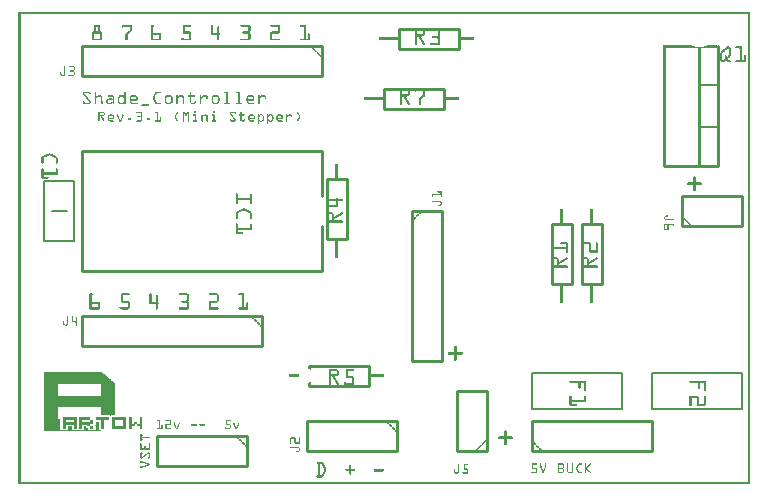
<source format=gto>
G04 MADE WITH FRITZING*
G04 WWW.FRITZING.ORG*
G04 DOUBLE SIDED*
G04 HOLES PLATED*
G04 CONTOUR ON CENTER OF CONTOUR VECTOR*
%ASAXBY*%
%FSLAX23Y23*%
%MOIN*%
%OFA0B0*%
%SFA1.0B1.0*%
%ADD10C,0.010000*%
%ADD11C,0.005000*%
%ADD12C,0.008000*%
%ADD13R,0.001000X0.001000*%
%LNSILK1*%
G90*
G70*
G54D10*
X2331Y1461D02*
X2331Y1061D01*
D02*
X2331Y1061D02*
X2151Y1061D01*
D02*
X2151Y1061D02*
X2151Y1461D01*
D02*
X2331Y1461D02*
X2331Y1061D01*
D02*
X2331Y1061D02*
X2271Y1061D01*
G54D11*
D02*
X2331Y1331D02*
X2271Y1331D01*
D02*
X2331Y1191D02*
X2271Y1191D01*
G54D10*
D02*
X1270Y1519D02*
X1470Y1519D01*
D02*
X1470Y1519D02*
X1470Y1453D01*
D02*
X1470Y1453D02*
X1270Y1453D01*
D02*
X1270Y1453D02*
X1270Y1519D01*
D02*
X1778Y670D02*
X1778Y870D01*
D02*
X1778Y870D02*
X1844Y870D01*
D02*
X1844Y870D02*
X1844Y670D01*
D02*
X1844Y670D02*
X1778Y670D01*
D02*
X1878Y670D02*
X1878Y870D01*
D02*
X1878Y870D02*
X1944Y870D01*
D02*
X1944Y870D02*
X1944Y670D01*
D02*
X1944Y670D02*
X1878Y670D01*
D02*
X970Y394D02*
X1170Y394D01*
D02*
X1170Y394D02*
X1170Y328D01*
D02*
X1170Y328D02*
X970Y328D01*
D02*
X1220Y1319D02*
X1420Y1319D01*
D02*
X1420Y1319D02*
X1420Y1253D01*
D02*
X1420Y1253D02*
X1220Y1253D01*
D02*
X1220Y1253D02*
X1220Y1319D01*
D02*
X1561Y111D02*
X1561Y311D01*
D02*
X1561Y311D02*
X1461Y311D01*
D02*
X1461Y311D02*
X1461Y111D01*
D02*
X1461Y111D02*
X1561Y111D01*
D02*
X1028Y820D02*
X1028Y1020D01*
D02*
X1028Y1020D02*
X1094Y1020D01*
D02*
X1094Y1020D02*
X1094Y820D01*
D02*
X1094Y820D02*
X1028Y820D01*
D02*
X2211Y861D02*
X2411Y861D01*
D02*
X2411Y861D02*
X2411Y961D01*
D02*
X2411Y961D02*
X2211Y961D01*
D02*
X2211Y961D02*
X2211Y861D01*
D02*
X1011Y1461D02*
X211Y1461D01*
D02*
X211Y1461D02*
X211Y1361D01*
D02*
X211Y1361D02*
X1011Y1361D01*
D02*
X1011Y1361D02*
X1011Y1461D01*
D02*
X811Y561D02*
X211Y561D01*
D02*
X211Y561D02*
X211Y461D01*
D02*
X211Y461D02*
X811Y461D01*
D02*
X811Y461D02*
X811Y561D01*
D02*
X1011Y1111D02*
X211Y1111D01*
D02*
X211Y1111D02*
X211Y711D01*
D02*
X211Y711D02*
X1011Y711D01*
D02*
X1011Y1111D02*
X1011Y961D01*
D02*
X1011Y861D02*
X1011Y711D01*
D02*
X1711Y111D02*
X2111Y111D01*
D02*
X2111Y111D02*
X2111Y211D01*
D02*
X2111Y211D02*
X1711Y211D01*
D02*
X1711Y211D02*
X1711Y111D01*
D02*
X761Y161D02*
X461Y161D01*
D02*
X461Y161D02*
X461Y61D01*
D02*
X461Y61D02*
X761Y61D01*
D02*
X761Y61D02*
X761Y161D01*
D02*
X1261Y211D02*
X961Y211D01*
D02*
X961Y211D02*
X961Y111D01*
D02*
X961Y111D02*
X1261Y111D01*
D02*
X1261Y111D02*
X1261Y211D01*
G54D12*
D02*
X2411Y251D02*
X2111Y251D01*
D02*
X2111Y251D02*
X2111Y371D01*
D02*
X2111Y371D02*
X2411Y371D01*
D02*
X2411Y371D02*
X2411Y251D01*
D02*
X2011Y251D02*
X1711Y251D01*
D02*
X1711Y251D02*
X1711Y371D01*
D02*
X1711Y371D02*
X2011Y371D01*
D02*
X2011Y371D02*
X2011Y251D01*
G54D10*
D02*
X1311Y911D02*
X1311Y411D01*
D02*
X1311Y411D02*
X1411Y411D01*
D02*
X1411Y411D02*
X1411Y911D01*
D02*
X1411Y911D02*
X1311Y911D01*
G54D12*
D02*
X161Y911D02*
X111Y911D01*
D02*
X186Y1011D02*
X186Y811D01*
D02*
X186Y811D02*
X86Y811D01*
D02*
X86Y811D02*
X86Y1011D01*
D02*
X86Y1011D02*
X186Y1011D01*
G36*
X85Y376D02*
X85Y337D01*
X275Y337D01*
X275Y297D01*
X322Y297D01*
X322Y339D01*
X320Y339D01*
X320Y341D01*
X317Y341D01*
X317Y343D01*
X315Y343D01*
X315Y345D01*
X312Y345D01*
X312Y347D01*
X310Y347D01*
X310Y349D01*
X307Y349D01*
X307Y351D01*
X305Y351D01*
X305Y353D01*
X302Y353D01*
X302Y355D01*
X300Y355D01*
X300Y357D01*
X297Y357D01*
X297Y360D01*
X295Y360D01*
X295Y362D01*
X292Y362D01*
X292Y364D01*
X290Y364D01*
X290Y366D01*
X287Y366D01*
X287Y368D01*
X285Y368D01*
X285Y370D01*
X282Y370D01*
X282Y372D01*
X280Y372D01*
X280Y374D01*
X277Y374D01*
X277Y376D01*
X85Y376D01*
G37*
D02*
G36*
X85Y337D02*
X85Y297D01*
X132Y297D01*
X132Y337D01*
X85Y337D01*
G37*
D02*
G36*
X85Y297D02*
X85Y295D01*
X322Y295D01*
X322Y297D01*
X85Y297D01*
G37*
D02*
G36*
X85Y297D02*
X85Y295D01*
X322Y295D01*
X322Y297D01*
X85Y297D01*
G37*
D02*
G36*
X85Y295D02*
X85Y258D01*
X275Y258D01*
X275Y231D01*
X305Y231D01*
X305Y229D01*
X310Y229D01*
X310Y231D01*
X322Y231D01*
X322Y295D01*
X85Y295D01*
G37*
D02*
G36*
X85Y258D02*
X85Y181D01*
X140Y181D01*
X140Y218D01*
X132Y218D01*
X132Y258D01*
X85Y258D01*
G37*
D02*
G36*
X257Y210D02*
X257Y200D01*
X255Y200D01*
X255Y196D01*
X257Y196D01*
X257Y181D01*
X270Y181D01*
X270Y183D01*
X267Y183D01*
X267Y210D01*
X257Y210D01*
G37*
D02*
G36*
X165Y196D02*
X165Y181D01*
X177Y181D01*
X177Y196D01*
X165Y196D01*
G37*
D02*
G36*
X220Y194D02*
X220Y181D01*
X232Y181D01*
X232Y189D01*
X225Y189D01*
X225Y194D01*
X220Y194D01*
G37*
D02*
G36*
X85Y181D02*
X85Y179D01*
X275Y179D01*
X275Y181D01*
X85Y181D01*
G37*
D02*
G36*
X85Y181D02*
X85Y179D01*
X275Y179D01*
X275Y181D01*
X85Y181D01*
G37*
D02*
G36*
X85Y181D02*
X85Y179D01*
X275Y179D01*
X275Y181D01*
X85Y181D01*
G37*
D02*
G36*
X85Y181D02*
X85Y179D01*
X275Y179D01*
X275Y181D01*
X85Y181D01*
G37*
D02*
G36*
X147Y225D02*
X147Y216D01*
X185Y216D01*
X185Y208D01*
X195Y208D01*
X195Y225D01*
X147Y225D01*
G37*
D02*
G36*
X147Y216D02*
X147Y208D01*
X157Y208D01*
X157Y216D01*
X147Y216D01*
G37*
D02*
G36*
X147Y208D02*
X147Y206D01*
X195Y206D01*
X195Y208D01*
X147Y208D01*
G37*
D02*
G36*
X147Y208D02*
X147Y206D01*
X195Y206D01*
X195Y208D01*
X147Y208D01*
G37*
D02*
G36*
X147Y206D02*
X147Y200D01*
X185Y200D01*
X185Y185D01*
X195Y185D01*
X195Y206D01*
X147Y206D01*
G37*
D02*
G36*
X147Y200D02*
X147Y185D01*
X157Y185D01*
X157Y200D01*
X147Y200D01*
G37*
D02*
G36*
X202Y225D02*
X202Y216D01*
X240Y216D01*
X240Y208D01*
X250Y208D01*
X250Y216D01*
X240Y216D01*
X240Y225D01*
X202Y225D01*
G37*
D02*
G36*
X202Y216D02*
X202Y208D01*
X212Y208D01*
X212Y216D01*
X202Y216D01*
G37*
D02*
G36*
X202Y208D02*
X202Y206D01*
X250Y206D01*
X250Y208D01*
X202Y208D01*
G37*
D02*
G36*
X202Y208D02*
X202Y206D01*
X250Y206D01*
X250Y208D01*
X202Y208D01*
G37*
D02*
G36*
X202Y206D02*
X202Y200D01*
X230Y200D01*
X230Y194D01*
X240Y194D01*
X240Y202D01*
X250Y202D01*
X250Y206D01*
X202Y206D01*
G37*
D02*
G36*
X202Y200D02*
X202Y185D01*
X212Y185D01*
X212Y200D01*
X202Y200D01*
G37*
D02*
G36*
X257Y225D02*
X257Y216D01*
X275Y216D01*
X275Y185D01*
X285Y185D01*
X285Y216D01*
X302Y216D01*
X302Y225D01*
X257Y225D01*
G37*
D02*
G36*
X312Y225D02*
X312Y216D01*
X350Y216D01*
X350Y194D01*
X358Y194D01*
X358Y225D01*
X312Y225D01*
G37*
D02*
G36*
X312Y216D02*
X312Y194D01*
X322Y194D01*
X322Y216D01*
X312Y216D01*
G37*
D02*
G36*
X312Y194D02*
X312Y192D01*
X358Y192D01*
X358Y194D01*
X312Y194D01*
G37*
D02*
G36*
X312Y194D02*
X312Y192D01*
X358Y192D01*
X358Y194D01*
X312Y194D01*
G37*
D02*
G36*
X312Y192D02*
X312Y185D01*
X358Y185D01*
X358Y192D01*
X312Y192D01*
G37*
D02*
G36*
X368Y225D02*
X368Y202D01*
X378Y202D01*
X378Y225D01*
X368Y225D01*
G37*
D02*
G36*
X385Y208D02*
X385Y202D01*
X395Y202D01*
X395Y208D01*
X385Y208D01*
G37*
D02*
G36*
X368Y202D02*
X368Y200D01*
X388Y200D01*
X388Y202D01*
X368Y202D01*
G37*
D02*
G36*
X368Y202D02*
X368Y200D01*
X388Y200D01*
X388Y202D01*
X368Y202D01*
G37*
D02*
G36*
X368Y200D02*
X368Y185D01*
X378Y185D01*
X378Y194D01*
X388Y194D01*
X388Y200D01*
X368Y200D01*
G37*
D02*
G36*
X405Y225D02*
X405Y202D01*
X395Y202D01*
X395Y194D01*
X405Y194D01*
X405Y185D01*
X413Y185D01*
X413Y225D01*
X405Y225D01*
G37*
D02*
G36*
X240Y194D02*
X240Y185D01*
X250Y185D01*
X250Y194D01*
X240Y194D01*
G37*
D02*
G54D13*
X0Y1575D02*
X2439Y1575D01*
X0Y1574D02*
X2439Y1574D01*
X0Y1573D02*
X2439Y1573D01*
X0Y1572D02*
X2439Y1572D01*
X0Y1571D02*
X2439Y1571D01*
X0Y1570D02*
X2439Y1570D01*
X0Y1569D02*
X2439Y1569D01*
X0Y1568D02*
X2439Y1568D01*
X0Y1567D02*
X7Y1567D01*
X2432Y1567D02*
X2439Y1567D01*
X0Y1566D02*
X7Y1566D01*
X2432Y1566D02*
X2439Y1566D01*
X0Y1565D02*
X7Y1565D01*
X2432Y1565D02*
X2439Y1565D01*
X0Y1564D02*
X7Y1564D01*
X2432Y1564D02*
X2439Y1564D01*
X0Y1563D02*
X7Y1563D01*
X2432Y1563D02*
X2439Y1563D01*
X0Y1562D02*
X7Y1562D01*
X2432Y1562D02*
X2439Y1562D01*
X0Y1561D02*
X7Y1561D01*
X2432Y1561D02*
X2439Y1561D01*
X0Y1560D02*
X7Y1560D01*
X2432Y1560D02*
X2439Y1560D01*
X0Y1559D02*
X7Y1559D01*
X2432Y1559D02*
X2439Y1559D01*
X0Y1558D02*
X7Y1558D01*
X2432Y1558D02*
X2439Y1558D01*
X0Y1557D02*
X7Y1557D01*
X2432Y1557D02*
X2439Y1557D01*
X0Y1556D02*
X7Y1556D01*
X2432Y1556D02*
X2439Y1556D01*
X0Y1555D02*
X7Y1555D01*
X2432Y1555D02*
X2439Y1555D01*
X0Y1554D02*
X7Y1554D01*
X2432Y1554D02*
X2439Y1554D01*
X0Y1553D02*
X7Y1553D01*
X2432Y1553D02*
X2439Y1553D01*
X0Y1552D02*
X7Y1552D01*
X2432Y1552D02*
X2439Y1552D01*
X0Y1551D02*
X7Y1551D01*
X2432Y1551D02*
X2439Y1551D01*
X0Y1550D02*
X7Y1550D01*
X2432Y1550D02*
X2439Y1550D01*
X0Y1549D02*
X7Y1549D01*
X2432Y1549D02*
X2439Y1549D01*
X0Y1548D02*
X7Y1548D01*
X2432Y1548D02*
X2439Y1548D01*
X0Y1547D02*
X7Y1547D01*
X2432Y1547D02*
X2439Y1547D01*
X0Y1546D02*
X7Y1546D01*
X2432Y1546D02*
X2439Y1546D01*
X0Y1545D02*
X7Y1545D01*
X2432Y1545D02*
X2439Y1545D01*
X0Y1544D02*
X7Y1544D01*
X2432Y1544D02*
X2439Y1544D01*
X0Y1543D02*
X7Y1543D01*
X2432Y1543D02*
X2439Y1543D01*
X0Y1542D02*
X7Y1542D01*
X2432Y1542D02*
X2439Y1542D01*
X0Y1541D02*
X7Y1541D01*
X2432Y1541D02*
X2439Y1541D01*
X0Y1540D02*
X7Y1540D01*
X2432Y1540D02*
X2439Y1540D01*
X0Y1539D02*
X7Y1539D01*
X2432Y1539D02*
X2439Y1539D01*
X0Y1538D02*
X7Y1538D01*
X2432Y1538D02*
X2439Y1538D01*
X0Y1537D02*
X7Y1537D01*
X2432Y1537D02*
X2439Y1537D01*
X0Y1536D02*
X7Y1536D01*
X2432Y1536D02*
X2439Y1536D01*
X0Y1535D02*
X7Y1535D01*
X2432Y1535D02*
X2439Y1535D01*
X0Y1534D02*
X7Y1534D01*
X2432Y1534D02*
X2439Y1534D01*
X0Y1533D02*
X7Y1533D01*
X253Y1533D02*
X269Y1533D01*
X345Y1533D02*
X377Y1533D01*
X444Y1533D02*
X450Y1533D01*
X548Y1533D02*
X573Y1533D01*
X644Y1533D02*
X647Y1533D01*
X741Y1533D02*
X769Y1533D01*
X840Y1533D02*
X868Y1533D01*
X939Y1533D02*
X957Y1533D01*
X2432Y1533D02*
X2439Y1533D01*
X0Y1532D02*
X7Y1532D01*
X252Y1532D02*
X270Y1532D01*
X344Y1532D02*
X377Y1532D01*
X443Y1532D02*
X451Y1532D01*
X548Y1532D02*
X574Y1532D01*
X643Y1532D02*
X648Y1532D01*
X740Y1532D02*
X770Y1532D01*
X839Y1532D02*
X869Y1532D01*
X938Y1532D02*
X957Y1532D01*
X2432Y1532D02*
X2439Y1532D01*
X0Y1531D02*
X7Y1531D01*
X252Y1531D02*
X271Y1531D01*
X344Y1531D02*
X377Y1531D01*
X443Y1531D02*
X452Y1531D01*
X548Y1531D02*
X575Y1531D01*
X643Y1531D02*
X648Y1531D01*
X740Y1531D02*
X771Y1531D01*
X839Y1531D02*
X870Y1531D01*
X938Y1531D02*
X957Y1531D01*
X2432Y1531D02*
X2439Y1531D01*
X0Y1530D02*
X7Y1530D01*
X251Y1530D02*
X271Y1530D01*
X344Y1530D02*
X377Y1530D01*
X443Y1530D02*
X452Y1530D01*
X548Y1530D02*
X575Y1530D01*
X642Y1530D02*
X648Y1530D01*
X740Y1530D02*
X772Y1530D01*
X839Y1530D02*
X871Y1530D01*
X938Y1530D02*
X957Y1530D01*
X2432Y1530D02*
X2439Y1530D01*
X0Y1529D02*
X7Y1529D01*
X251Y1529D02*
X271Y1529D01*
X344Y1529D02*
X377Y1529D01*
X443Y1529D02*
X452Y1529D01*
X548Y1529D02*
X575Y1529D01*
X642Y1529D02*
X648Y1529D01*
X740Y1529D02*
X773Y1529D01*
X839Y1529D02*
X872Y1529D01*
X938Y1529D02*
X957Y1529D01*
X2432Y1529D02*
X2439Y1529D01*
X0Y1528D02*
X7Y1528D01*
X251Y1528D02*
X271Y1528D01*
X344Y1528D02*
X377Y1528D01*
X443Y1528D02*
X451Y1528D01*
X548Y1528D02*
X574Y1528D01*
X642Y1528D02*
X648Y1528D01*
X741Y1528D02*
X773Y1528D01*
X840Y1528D02*
X872Y1528D01*
X939Y1528D02*
X957Y1528D01*
X2432Y1528D02*
X2439Y1528D01*
X0Y1527D02*
X7Y1527D01*
X251Y1527D02*
X271Y1527D01*
X344Y1527D02*
X377Y1527D01*
X443Y1527D02*
X450Y1527D01*
X548Y1527D02*
X573Y1527D01*
X642Y1527D02*
X648Y1527D01*
X664Y1527D02*
X668Y1527D01*
X742Y1527D02*
X773Y1527D01*
X841Y1527D02*
X872Y1527D01*
X940Y1527D02*
X957Y1527D01*
X2432Y1527D02*
X2439Y1527D01*
X0Y1526D02*
X7Y1526D01*
X251Y1526D02*
X257Y1526D01*
X265Y1526D02*
X271Y1526D01*
X344Y1526D02*
X349Y1526D01*
X371Y1526D02*
X377Y1526D01*
X443Y1526D02*
X449Y1526D01*
X548Y1526D02*
X554Y1526D01*
X642Y1526D02*
X648Y1526D01*
X663Y1526D02*
X668Y1526D01*
X767Y1526D02*
X773Y1526D01*
X866Y1526D02*
X872Y1526D01*
X951Y1526D02*
X957Y1526D01*
X2432Y1526D02*
X2439Y1526D01*
X0Y1525D02*
X7Y1525D01*
X251Y1525D02*
X257Y1525D01*
X265Y1525D02*
X271Y1525D01*
X345Y1525D02*
X349Y1525D01*
X371Y1525D02*
X377Y1525D01*
X443Y1525D02*
X449Y1525D01*
X548Y1525D02*
X554Y1525D01*
X642Y1525D02*
X648Y1525D01*
X663Y1525D02*
X669Y1525D01*
X767Y1525D02*
X773Y1525D01*
X866Y1525D02*
X872Y1525D01*
X951Y1525D02*
X957Y1525D01*
X2432Y1525D02*
X2439Y1525D01*
X0Y1524D02*
X7Y1524D01*
X251Y1524D02*
X257Y1524D01*
X265Y1524D02*
X271Y1524D01*
X346Y1524D02*
X347Y1524D01*
X371Y1524D02*
X377Y1524D01*
X443Y1524D02*
X449Y1524D01*
X548Y1524D02*
X554Y1524D01*
X642Y1524D02*
X648Y1524D01*
X663Y1524D02*
X669Y1524D01*
X767Y1524D02*
X773Y1524D01*
X866Y1524D02*
X872Y1524D01*
X951Y1524D02*
X957Y1524D01*
X2432Y1524D02*
X2439Y1524D01*
X0Y1523D02*
X7Y1523D01*
X251Y1523D02*
X257Y1523D01*
X265Y1523D02*
X271Y1523D01*
X371Y1523D02*
X377Y1523D01*
X443Y1523D02*
X449Y1523D01*
X548Y1523D02*
X554Y1523D01*
X642Y1523D02*
X648Y1523D01*
X663Y1523D02*
X669Y1523D01*
X767Y1523D02*
X773Y1523D01*
X866Y1523D02*
X872Y1523D01*
X951Y1523D02*
X957Y1523D01*
X2432Y1523D02*
X2439Y1523D01*
X0Y1522D02*
X7Y1522D01*
X251Y1522D02*
X257Y1522D01*
X265Y1522D02*
X271Y1522D01*
X371Y1522D02*
X377Y1522D01*
X443Y1522D02*
X449Y1522D01*
X548Y1522D02*
X554Y1522D01*
X642Y1522D02*
X648Y1522D01*
X663Y1522D02*
X669Y1522D01*
X767Y1522D02*
X773Y1522D01*
X866Y1522D02*
X872Y1522D01*
X951Y1522D02*
X957Y1522D01*
X2432Y1522D02*
X2439Y1522D01*
X0Y1521D02*
X7Y1521D01*
X251Y1521D02*
X257Y1521D01*
X265Y1521D02*
X271Y1521D01*
X371Y1521D02*
X377Y1521D01*
X443Y1521D02*
X449Y1521D01*
X548Y1521D02*
X554Y1521D01*
X642Y1521D02*
X648Y1521D01*
X663Y1521D02*
X669Y1521D01*
X767Y1521D02*
X773Y1521D01*
X866Y1521D02*
X872Y1521D01*
X951Y1521D02*
X957Y1521D01*
X2432Y1521D02*
X2439Y1521D01*
X0Y1520D02*
X7Y1520D01*
X251Y1520D02*
X257Y1520D01*
X265Y1520D02*
X271Y1520D01*
X371Y1520D02*
X377Y1520D01*
X443Y1520D02*
X449Y1520D01*
X548Y1520D02*
X554Y1520D01*
X642Y1520D02*
X648Y1520D01*
X663Y1520D02*
X669Y1520D01*
X767Y1520D02*
X773Y1520D01*
X866Y1520D02*
X872Y1520D01*
X951Y1520D02*
X957Y1520D01*
X2432Y1520D02*
X2439Y1520D01*
X0Y1519D02*
X7Y1519D01*
X251Y1519D02*
X257Y1519D01*
X265Y1519D02*
X271Y1519D01*
X371Y1519D02*
X377Y1519D01*
X443Y1519D02*
X449Y1519D01*
X548Y1519D02*
X554Y1519D01*
X642Y1519D02*
X648Y1519D01*
X663Y1519D02*
X669Y1519D01*
X767Y1519D02*
X773Y1519D01*
X866Y1519D02*
X872Y1519D01*
X951Y1519D02*
X957Y1519D01*
X2432Y1519D02*
X2439Y1519D01*
X0Y1518D02*
X7Y1518D01*
X251Y1518D02*
X257Y1518D01*
X265Y1518D02*
X271Y1518D01*
X371Y1518D02*
X377Y1518D01*
X443Y1518D02*
X449Y1518D01*
X548Y1518D02*
X554Y1518D01*
X642Y1518D02*
X648Y1518D01*
X663Y1518D02*
X669Y1518D01*
X767Y1518D02*
X773Y1518D01*
X866Y1518D02*
X872Y1518D01*
X951Y1518D02*
X957Y1518D01*
X1321Y1518D02*
X1347Y1518D01*
X1373Y1518D02*
X1400Y1518D01*
X2432Y1518D02*
X2439Y1518D01*
X0Y1517D02*
X7Y1517D01*
X251Y1517D02*
X257Y1517D01*
X265Y1517D02*
X271Y1517D01*
X371Y1517D02*
X377Y1517D01*
X443Y1517D02*
X449Y1517D01*
X548Y1517D02*
X554Y1517D01*
X642Y1517D02*
X648Y1517D01*
X663Y1517D02*
X669Y1517D01*
X767Y1517D02*
X773Y1517D01*
X866Y1517D02*
X872Y1517D01*
X951Y1517D02*
X957Y1517D01*
X1321Y1517D02*
X1350Y1517D01*
X1372Y1517D02*
X1402Y1517D01*
X2432Y1517D02*
X2439Y1517D01*
X0Y1516D02*
X7Y1516D01*
X251Y1516D02*
X257Y1516D01*
X265Y1516D02*
X271Y1516D01*
X371Y1516D02*
X377Y1516D01*
X443Y1516D02*
X449Y1516D01*
X548Y1516D02*
X554Y1516D01*
X642Y1516D02*
X648Y1516D01*
X663Y1516D02*
X669Y1516D01*
X767Y1516D02*
X773Y1516D01*
X866Y1516D02*
X872Y1516D01*
X951Y1516D02*
X957Y1516D01*
X1321Y1516D02*
X1351Y1516D01*
X1371Y1516D02*
X1403Y1516D01*
X2432Y1516D02*
X2439Y1516D01*
X0Y1515D02*
X7Y1515D01*
X251Y1515D02*
X257Y1515D01*
X265Y1515D02*
X271Y1515D01*
X371Y1515D02*
X377Y1515D01*
X443Y1515D02*
X449Y1515D01*
X548Y1515D02*
X554Y1515D01*
X642Y1515D02*
X648Y1515D01*
X663Y1515D02*
X669Y1515D01*
X767Y1515D02*
X773Y1515D01*
X866Y1515D02*
X872Y1515D01*
X951Y1515D02*
X957Y1515D01*
X1321Y1515D02*
X1352Y1515D01*
X1371Y1515D02*
X1404Y1515D01*
X2432Y1515D02*
X2439Y1515D01*
X0Y1514D02*
X7Y1514D01*
X251Y1514D02*
X257Y1514D01*
X265Y1514D02*
X271Y1514D01*
X371Y1514D02*
X377Y1514D01*
X443Y1514D02*
X449Y1514D01*
X548Y1514D02*
X554Y1514D01*
X642Y1514D02*
X648Y1514D01*
X663Y1514D02*
X669Y1514D01*
X767Y1514D02*
X773Y1514D01*
X866Y1514D02*
X872Y1514D01*
X951Y1514D02*
X957Y1514D01*
X1321Y1514D02*
X1353Y1514D01*
X1371Y1514D02*
X1404Y1514D01*
X2432Y1514D02*
X2439Y1514D01*
X0Y1513D02*
X7Y1513D01*
X251Y1513D02*
X257Y1513D01*
X265Y1513D02*
X271Y1513D01*
X369Y1513D02*
X377Y1513D01*
X443Y1513D02*
X449Y1513D01*
X548Y1513D02*
X554Y1513D01*
X642Y1513D02*
X648Y1513D01*
X663Y1513D02*
X669Y1513D01*
X767Y1513D02*
X773Y1513D01*
X866Y1513D02*
X872Y1513D01*
X951Y1513D02*
X957Y1513D01*
X1321Y1513D02*
X1353Y1513D01*
X1372Y1513D02*
X1405Y1513D01*
X2432Y1513D02*
X2439Y1513D01*
X0Y1512D02*
X7Y1512D01*
X251Y1512D02*
X257Y1512D01*
X265Y1512D02*
X271Y1512D01*
X368Y1512D02*
X377Y1512D01*
X443Y1512D02*
X449Y1512D01*
X548Y1512D02*
X554Y1512D01*
X642Y1512D02*
X648Y1512D01*
X663Y1512D02*
X669Y1512D01*
X766Y1512D02*
X773Y1512D01*
X866Y1512D02*
X872Y1512D01*
X951Y1512D02*
X957Y1512D01*
X1321Y1512D02*
X1354Y1512D01*
X1373Y1512D02*
X1405Y1512D01*
X2432Y1512D02*
X2439Y1512D01*
X0Y1511D02*
X7Y1511D01*
X251Y1511D02*
X257Y1511D01*
X265Y1511D02*
X271Y1511D01*
X367Y1511D02*
X376Y1511D01*
X443Y1511D02*
X449Y1511D01*
X548Y1511D02*
X554Y1511D01*
X642Y1511D02*
X648Y1511D01*
X663Y1511D02*
X669Y1511D01*
X766Y1511D02*
X773Y1511D01*
X866Y1511D02*
X872Y1511D01*
X951Y1511D02*
X957Y1511D01*
X1321Y1511D02*
X1327Y1511D01*
X1347Y1511D02*
X1354Y1511D01*
X1399Y1511D02*
X1405Y1511D01*
X2432Y1511D02*
X2439Y1511D01*
X0Y1510D02*
X7Y1510D01*
X249Y1510D02*
X273Y1510D01*
X366Y1510D02*
X376Y1510D01*
X443Y1510D02*
X449Y1510D01*
X548Y1510D02*
X570Y1510D01*
X642Y1510D02*
X648Y1510D01*
X663Y1510D02*
X669Y1510D01*
X749Y1510D02*
X772Y1510D01*
X844Y1510D02*
X872Y1510D01*
X951Y1510D02*
X957Y1510D01*
X1321Y1510D02*
X1327Y1510D01*
X1348Y1510D02*
X1355Y1510D01*
X1399Y1510D02*
X1405Y1510D01*
X2432Y1510D02*
X2439Y1510D01*
X0Y1509D02*
X7Y1509D01*
X247Y1509D02*
X275Y1509D01*
X365Y1509D02*
X374Y1509D01*
X443Y1509D02*
X449Y1509D01*
X548Y1509D02*
X572Y1509D01*
X642Y1509D02*
X648Y1509D01*
X663Y1509D02*
X669Y1509D01*
X747Y1509D02*
X772Y1509D01*
X842Y1509D02*
X872Y1509D01*
X951Y1509D02*
X957Y1509D01*
X1321Y1509D02*
X1327Y1509D01*
X1348Y1509D02*
X1355Y1509D01*
X1399Y1509D02*
X1405Y1509D01*
X2432Y1509D02*
X2439Y1509D01*
X0Y1508D02*
X7Y1508D01*
X246Y1508D02*
X276Y1508D01*
X364Y1508D02*
X373Y1508D01*
X443Y1508D02*
X449Y1508D01*
X548Y1508D02*
X573Y1508D01*
X642Y1508D02*
X648Y1508D01*
X663Y1508D02*
X669Y1508D01*
X747Y1508D02*
X771Y1508D01*
X841Y1508D02*
X872Y1508D01*
X951Y1508D02*
X957Y1508D01*
X1321Y1508D02*
X1327Y1508D01*
X1349Y1508D02*
X1355Y1508D01*
X1399Y1508D02*
X1405Y1508D01*
X2432Y1508D02*
X2439Y1508D01*
X0Y1507D02*
X7Y1507D01*
X246Y1507D02*
X277Y1507D01*
X362Y1507D02*
X372Y1507D01*
X443Y1507D02*
X449Y1507D01*
X548Y1507D02*
X574Y1507D01*
X642Y1507D02*
X648Y1507D01*
X663Y1507D02*
X669Y1507D01*
X747Y1507D02*
X771Y1507D01*
X840Y1507D02*
X871Y1507D01*
X951Y1507D02*
X957Y1507D01*
X1321Y1507D02*
X1327Y1507D01*
X1349Y1507D02*
X1355Y1507D01*
X1399Y1507D02*
X1405Y1507D01*
X2432Y1507D02*
X2439Y1507D01*
X0Y1506D02*
X7Y1506D01*
X245Y1506D02*
X277Y1506D01*
X361Y1506D02*
X371Y1506D01*
X443Y1506D02*
X449Y1506D01*
X548Y1506D02*
X574Y1506D01*
X642Y1506D02*
X648Y1506D01*
X663Y1506D02*
X669Y1506D01*
X747Y1506D02*
X771Y1506D01*
X839Y1506D02*
X870Y1506D01*
X951Y1506D02*
X957Y1506D01*
X1321Y1506D02*
X1327Y1506D01*
X1349Y1506D02*
X1355Y1506D01*
X1399Y1506D02*
X1405Y1506D01*
X2432Y1506D02*
X2439Y1506D01*
X0Y1505D02*
X7Y1505D01*
X245Y1505D02*
X278Y1505D01*
X360Y1505D02*
X370Y1505D01*
X443Y1505D02*
X449Y1505D01*
X548Y1505D02*
X575Y1505D01*
X642Y1505D02*
X648Y1505D01*
X663Y1505D02*
X669Y1505D01*
X747Y1505D02*
X772Y1505D01*
X839Y1505D02*
X869Y1505D01*
X951Y1505D02*
X957Y1505D01*
X1321Y1505D02*
X1327Y1505D01*
X1349Y1505D02*
X1355Y1505D01*
X1399Y1505D02*
X1405Y1505D01*
X2432Y1505D02*
X2439Y1505D01*
X0Y1504D02*
X7Y1504D01*
X245Y1504D02*
X278Y1504D01*
X359Y1504D02*
X369Y1504D01*
X443Y1504D02*
X474Y1504D01*
X548Y1504D02*
X575Y1504D01*
X642Y1504D02*
X671Y1504D01*
X748Y1504D02*
X772Y1504D01*
X839Y1504D02*
X868Y1504D01*
X951Y1504D02*
X957Y1504D01*
X967Y1504D02*
X969Y1504D01*
X1321Y1504D02*
X1327Y1504D01*
X1349Y1504D02*
X1355Y1504D01*
X1399Y1504D02*
X1405Y1504D01*
X2432Y1504D02*
X2439Y1504D01*
X0Y1503D02*
X7Y1503D01*
X245Y1503D02*
X250Y1503D01*
X272Y1503D02*
X278Y1503D01*
X358Y1503D02*
X367Y1503D01*
X443Y1503D02*
X475Y1503D01*
X569Y1503D02*
X575Y1503D01*
X642Y1503D02*
X672Y1503D01*
X765Y1503D02*
X773Y1503D01*
X839Y1503D02*
X845Y1503D01*
X951Y1503D02*
X957Y1503D01*
X966Y1503D02*
X970Y1503D01*
X1321Y1503D02*
X1327Y1503D01*
X1348Y1503D02*
X1355Y1503D01*
X1399Y1503D02*
X1405Y1503D01*
X2432Y1503D02*
X2439Y1503D01*
X0Y1502D02*
X7Y1502D01*
X245Y1502D02*
X250Y1502D01*
X272Y1502D02*
X278Y1502D01*
X357Y1502D02*
X366Y1502D01*
X443Y1502D02*
X476Y1502D01*
X569Y1502D02*
X575Y1502D01*
X642Y1502D02*
X672Y1502D01*
X766Y1502D02*
X773Y1502D01*
X839Y1502D02*
X845Y1502D01*
X951Y1502D02*
X957Y1502D01*
X965Y1502D02*
X971Y1502D01*
X1321Y1502D02*
X1327Y1502D01*
X1348Y1502D02*
X1354Y1502D01*
X1399Y1502D02*
X1405Y1502D01*
X2432Y1502D02*
X2439Y1502D01*
X0Y1501D02*
X7Y1501D01*
X245Y1501D02*
X250Y1501D01*
X272Y1501D02*
X278Y1501D01*
X357Y1501D02*
X365Y1501D01*
X443Y1501D02*
X476Y1501D01*
X569Y1501D02*
X575Y1501D01*
X642Y1501D02*
X672Y1501D01*
X767Y1501D02*
X773Y1501D01*
X839Y1501D02*
X845Y1501D01*
X951Y1501D02*
X957Y1501D01*
X965Y1501D02*
X971Y1501D01*
X1321Y1501D02*
X1327Y1501D01*
X1346Y1501D02*
X1354Y1501D01*
X1399Y1501D02*
X1405Y1501D01*
X2432Y1501D02*
X2439Y1501D01*
X0Y1500D02*
X7Y1500D01*
X245Y1500D02*
X250Y1500D01*
X272Y1500D02*
X278Y1500D01*
X357Y1500D02*
X364Y1500D01*
X443Y1500D02*
X476Y1500D01*
X569Y1500D02*
X575Y1500D01*
X642Y1500D02*
X672Y1500D01*
X767Y1500D02*
X773Y1500D01*
X839Y1500D02*
X845Y1500D01*
X951Y1500D02*
X957Y1500D01*
X965Y1500D02*
X971Y1500D01*
X1321Y1500D02*
X1354Y1500D01*
X1399Y1500D02*
X1405Y1500D01*
X2432Y1500D02*
X2439Y1500D01*
X0Y1499D02*
X7Y1499D01*
X245Y1499D02*
X250Y1499D01*
X272Y1499D02*
X278Y1499D01*
X357Y1499D02*
X363Y1499D01*
X443Y1499D02*
X476Y1499D01*
X569Y1499D02*
X575Y1499D01*
X642Y1499D02*
X672Y1499D01*
X767Y1499D02*
X773Y1499D01*
X839Y1499D02*
X845Y1499D01*
X951Y1499D02*
X957Y1499D01*
X965Y1499D02*
X971Y1499D01*
X1321Y1499D02*
X1353Y1499D01*
X1399Y1499D02*
X1405Y1499D01*
X2432Y1499D02*
X2439Y1499D01*
X0Y1498D02*
X7Y1498D01*
X245Y1498D02*
X250Y1498D01*
X272Y1498D02*
X278Y1498D01*
X357Y1498D02*
X363Y1498D01*
X443Y1498D02*
X476Y1498D01*
X569Y1498D02*
X575Y1498D01*
X642Y1498D02*
X670Y1498D01*
X767Y1498D02*
X773Y1498D01*
X839Y1498D02*
X845Y1498D01*
X951Y1498D02*
X957Y1498D01*
X965Y1498D02*
X971Y1498D01*
X1321Y1498D02*
X1352Y1498D01*
X1399Y1498D02*
X1405Y1498D01*
X2432Y1498D02*
X2439Y1498D01*
X0Y1497D02*
X7Y1497D01*
X245Y1497D02*
X250Y1497D01*
X272Y1497D02*
X278Y1497D01*
X357Y1497D02*
X363Y1497D01*
X443Y1497D02*
X449Y1497D01*
X470Y1497D02*
X476Y1497D01*
X569Y1497D02*
X575Y1497D01*
X663Y1497D02*
X669Y1497D01*
X767Y1497D02*
X773Y1497D01*
X839Y1497D02*
X845Y1497D01*
X951Y1497D02*
X957Y1497D01*
X965Y1497D02*
X971Y1497D01*
X1321Y1497D02*
X1352Y1497D01*
X1398Y1497D02*
X1405Y1497D01*
X2432Y1497D02*
X2439Y1497D01*
X0Y1496D02*
X7Y1496D01*
X245Y1496D02*
X250Y1496D01*
X272Y1496D02*
X278Y1496D01*
X357Y1496D02*
X363Y1496D01*
X443Y1496D02*
X449Y1496D01*
X470Y1496D02*
X476Y1496D01*
X569Y1496D02*
X575Y1496D01*
X663Y1496D02*
X669Y1496D01*
X767Y1496D02*
X773Y1496D01*
X839Y1496D02*
X845Y1496D01*
X951Y1496D02*
X957Y1496D01*
X965Y1496D02*
X971Y1496D01*
X1321Y1496D02*
X1350Y1496D01*
X1398Y1496D02*
X1404Y1496D01*
X2432Y1496D02*
X2439Y1496D01*
X0Y1495D02*
X7Y1495D01*
X245Y1495D02*
X250Y1495D01*
X272Y1495D02*
X278Y1495D01*
X357Y1495D02*
X363Y1495D01*
X443Y1495D02*
X449Y1495D01*
X470Y1495D02*
X476Y1495D01*
X569Y1495D02*
X575Y1495D01*
X663Y1495D02*
X669Y1495D01*
X767Y1495D02*
X773Y1495D01*
X839Y1495D02*
X845Y1495D01*
X951Y1495D02*
X957Y1495D01*
X965Y1495D02*
X971Y1495D01*
X1321Y1495D02*
X1349Y1495D01*
X1395Y1495D02*
X1404Y1495D01*
X2432Y1495D02*
X2439Y1495D01*
X0Y1494D02*
X7Y1494D01*
X245Y1494D02*
X250Y1494D01*
X272Y1494D02*
X278Y1494D01*
X357Y1494D02*
X363Y1494D01*
X443Y1494D02*
X449Y1494D01*
X470Y1494D02*
X476Y1494D01*
X569Y1494D02*
X575Y1494D01*
X663Y1494D02*
X669Y1494D01*
X767Y1494D02*
X773Y1494D01*
X839Y1494D02*
X845Y1494D01*
X951Y1494D02*
X957Y1494D01*
X965Y1494D02*
X971Y1494D01*
X1321Y1494D02*
X1346Y1494D01*
X1379Y1494D02*
X1404Y1494D01*
X2432Y1494D02*
X2439Y1494D01*
X0Y1493D02*
X7Y1493D01*
X245Y1493D02*
X250Y1493D01*
X272Y1493D02*
X278Y1493D01*
X357Y1493D02*
X363Y1493D01*
X443Y1493D02*
X449Y1493D01*
X470Y1493D02*
X476Y1493D01*
X569Y1493D02*
X575Y1493D01*
X663Y1493D02*
X669Y1493D01*
X767Y1493D02*
X773Y1493D01*
X839Y1493D02*
X845Y1493D01*
X951Y1493D02*
X957Y1493D01*
X965Y1493D02*
X971Y1493D01*
X1321Y1493D02*
X1327Y1493D01*
X1333Y1493D02*
X1341Y1493D01*
X1378Y1493D02*
X1403Y1493D01*
X2432Y1493D02*
X2439Y1493D01*
X0Y1492D02*
X7Y1492D01*
X245Y1492D02*
X250Y1492D01*
X272Y1492D02*
X278Y1492D01*
X357Y1492D02*
X363Y1492D01*
X443Y1492D02*
X449Y1492D01*
X470Y1492D02*
X476Y1492D01*
X569Y1492D02*
X575Y1492D01*
X663Y1492D02*
X669Y1492D01*
X767Y1492D02*
X773Y1492D01*
X839Y1492D02*
X845Y1492D01*
X951Y1492D02*
X957Y1492D01*
X965Y1492D02*
X971Y1492D01*
X1321Y1492D02*
X1327Y1492D01*
X1334Y1492D02*
X1341Y1492D01*
X1378Y1492D02*
X1402Y1492D01*
X2432Y1492D02*
X2439Y1492D01*
X0Y1491D02*
X7Y1491D01*
X245Y1491D02*
X250Y1491D01*
X272Y1491D02*
X278Y1491D01*
X357Y1491D02*
X363Y1491D01*
X443Y1491D02*
X449Y1491D01*
X470Y1491D02*
X476Y1491D01*
X569Y1491D02*
X575Y1491D01*
X663Y1491D02*
X669Y1491D01*
X767Y1491D02*
X773Y1491D01*
X839Y1491D02*
X845Y1491D01*
X951Y1491D02*
X957Y1491D01*
X965Y1491D02*
X971Y1491D01*
X1202Y1491D02*
X1269Y1491D01*
X1321Y1491D02*
X1327Y1491D01*
X1335Y1491D02*
X1342Y1491D01*
X1378Y1491D02*
X1402Y1491D01*
X1469Y1491D02*
X1517Y1491D01*
X2432Y1491D02*
X2439Y1491D01*
X0Y1490D02*
X7Y1490D01*
X245Y1490D02*
X250Y1490D01*
X272Y1490D02*
X278Y1490D01*
X357Y1490D02*
X363Y1490D01*
X443Y1490D02*
X449Y1490D01*
X470Y1490D02*
X476Y1490D01*
X569Y1490D02*
X575Y1490D01*
X663Y1490D02*
X669Y1490D01*
X767Y1490D02*
X773Y1490D01*
X839Y1490D02*
X845Y1490D01*
X951Y1490D02*
X957Y1490D01*
X965Y1490D02*
X971Y1490D01*
X1202Y1490D02*
X1269Y1490D01*
X1321Y1490D02*
X1327Y1490D01*
X1335Y1490D02*
X1342Y1490D01*
X1378Y1490D02*
X1403Y1490D01*
X1469Y1490D02*
X1517Y1490D01*
X2432Y1490D02*
X2439Y1490D01*
X0Y1489D02*
X7Y1489D01*
X245Y1489D02*
X250Y1489D01*
X272Y1489D02*
X278Y1489D01*
X357Y1489D02*
X363Y1489D01*
X443Y1489D02*
X449Y1489D01*
X470Y1489D02*
X476Y1489D01*
X543Y1489D02*
X547Y1489D01*
X569Y1489D02*
X575Y1489D01*
X663Y1489D02*
X669Y1489D01*
X767Y1489D02*
X773Y1489D01*
X839Y1489D02*
X845Y1489D01*
X951Y1489D02*
X957Y1489D01*
X965Y1489D02*
X971Y1489D01*
X1202Y1489D02*
X1269Y1489D01*
X1321Y1489D02*
X1327Y1489D01*
X1336Y1489D02*
X1343Y1489D01*
X1379Y1489D02*
X1404Y1489D01*
X1469Y1489D02*
X1517Y1489D01*
X2432Y1489D02*
X2439Y1489D01*
X0Y1488D02*
X7Y1488D01*
X245Y1488D02*
X250Y1488D01*
X272Y1488D02*
X278Y1488D01*
X357Y1488D02*
X363Y1488D01*
X443Y1488D02*
X449Y1488D01*
X470Y1488D02*
X476Y1488D01*
X542Y1488D02*
X549Y1488D01*
X569Y1488D02*
X575Y1488D01*
X663Y1488D02*
X669Y1488D01*
X767Y1488D02*
X773Y1488D01*
X839Y1488D02*
X845Y1488D01*
X951Y1488D02*
X957Y1488D01*
X965Y1488D02*
X971Y1488D01*
X1203Y1488D02*
X1269Y1488D01*
X1321Y1488D02*
X1327Y1488D01*
X1336Y1488D02*
X1344Y1488D01*
X1382Y1488D02*
X1404Y1488D01*
X1469Y1488D02*
X1517Y1488D01*
X2432Y1488D02*
X2439Y1488D01*
X0Y1487D02*
X7Y1487D01*
X245Y1487D02*
X251Y1487D01*
X271Y1487D02*
X278Y1487D01*
X357Y1487D02*
X363Y1487D01*
X443Y1487D02*
X449Y1487D01*
X470Y1487D02*
X476Y1487D01*
X542Y1487D02*
X552Y1487D01*
X569Y1487D02*
X575Y1487D01*
X663Y1487D02*
X669Y1487D01*
X767Y1487D02*
X773Y1487D01*
X839Y1487D02*
X845Y1487D01*
X951Y1487D02*
X958Y1487D01*
X965Y1487D02*
X971Y1487D01*
X1203Y1487D02*
X1269Y1487D01*
X1321Y1487D02*
X1327Y1487D01*
X1337Y1487D02*
X1344Y1487D01*
X1397Y1487D02*
X1404Y1487D01*
X1469Y1487D02*
X1517Y1487D01*
X2432Y1487D02*
X2439Y1487D01*
X0Y1486D02*
X7Y1486D01*
X245Y1486D02*
X278Y1486D01*
X357Y1486D02*
X363Y1486D01*
X443Y1486D02*
X476Y1486D01*
X542Y1486D02*
X575Y1486D01*
X663Y1486D02*
X669Y1486D01*
X741Y1486D02*
X773Y1486D01*
X839Y1486D02*
X871Y1486D01*
X939Y1486D02*
X971Y1486D01*
X1203Y1486D02*
X1269Y1486D01*
X1321Y1486D02*
X1327Y1486D01*
X1338Y1486D02*
X1345Y1486D01*
X1398Y1486D02*
X1405Y1486D01*
X1469Y1486D02*
X1517Y1486D01*
X2432Y1486D02*
X2439Y1486D01*
X0Y1485D02*
X7Y1485D01*
X245Y1485D02*
X277Y1485D01*
X357Y1485D02*
X363Y1485D01*
X443Y1485D02*
X476Y1485D01*
X542Y1485D02*
X575Y1485D01*
X663Y1485D02*
X669Y1485D01*
X740Y1485D02*
X773Y1485D01*
X839Y1485D02*
X872Y1485D01*
X938Y1485D02*
X971Y1485D01*
X1203Y1485D02*
X1269Y1485D01*
X1321Y1485D02*
X1327Y1485D01*
X1338Y1485D02*
X1345Y1485D01*
X1399Y1485D02*
X1405Y1485D01*
X1469Y1485D02*
X1517Y1485D01*
X2432Y1485D02*
X2439Y1485D01*
X0Y1484D02*
X7Y1484D01*
X245Y1484D02*
X277Y1484D01*
X357Y1484D02*
X363Y1484D01*
X443Y1484D02*
X476Y1484D01*
X543Y1484D02*
X574Y1484D01*
X663Y1484D02*
X669Y1484D01*
X740Y1484D02*
X772Y1484D01*
X839Y1484D02*
X872Y1484D01*
X938Y1484D02*
X971Y1484D01*
X1202Y1484D02*
X1269Y1484D01*
X1321Y1484D02*
X1327Y1484D01*
X1339Y1484D02*
X1346Y1484D01*
X1399Y1484D02*
X1405Y1484D01*
X1469Y1484D02*
X1517Y1484D01*
X2432Y1484D02*
X2439Y1484D01*
X0Y1483D02*
X7Y1483D01*
X246Y1483D02*
X276Y1483D01*
X357Y1483D02*
X363Y1483D01*
X443Y1483D02*
X476Y1483D01*
X544Y1483D02*
X574Y1483D01*
X663Y1483D02*
X669Y1483D01*
X740Y1483D02*
X772Y1483D01*
X839Y1483D02*
X872Y1483D01*
X938Y1483D02*
X971Y1483D01*
X1202Y1483D02*
X1269Y1483D01*
X1321Y1483D02*
X1327Y1483D01*
X1339Y1483D02*
X1346Y1483D01*
X1399Y1483D02*
X1405Y1483D01*
X1469Y1483D02*
X1517Y1483D01*
X2432Y1483D02*
X2439Y1483D01*
X0Y1482D02*
X7Y1482D01*
X247Y1482D02*
X276Y1482D01*
X358Y1482D02*
X363Y1482D01*
X443Y1482D02*
X475Y1482D01*
X546Y1482D02*
X573Y1482D01*
X663Y1482D02*
X668Y1482D01*
X740Y1482D02*
X771Y1482D01*
X839Y1482D02*
X872Y1482D01*
X938Y1482D02*
X971Y1482D01*
X1202Y1482D02*
X1269Y1482D01*
X1321Y1482D02*
X1327Y1482D01*
X1340Y1482D02*
X1347Y1482D01*
X1399Y1482D02*
X1405Y1482D01*
X1470Y1482D02*
X1517Y1482D01*
X2432Y1482D02*
X2439Y1482D01*
X0Y1481D02*
X7Y1481D01*
X248Y1481D02*
X274Y1481D01*
X358Y1481D02*
X362Y1481D01*
X444Y1481D02*
X475Y1481D01*
X549Y1481D02*
X571Y1481D01*
X664Y1481D02*
X668Y1481D01*
X741Y1481D02*
X769Y1481D01*
X839Y1481D02*
X871Y1481D01*
X939Y1481D02*
X970Y1481D01*
X1321Y1481D02*
X1327Y1481D01*
X1340Y1481D02*
X1348Y1481D01*
X1399Y1481D02*
X1405Y1481D01*
X2432Y1481D02*
X2439Y1481D01*
X0Y1480D02*
X7Y1480D01*
X1321Y1480D02*
X1327Y1480D01*
X1341Y1480D02*
X1348Y1480D01*
X1399Y1480D02*
X1405Y1480D01*
X2432Y1480D02*
X2439Y1480D01*
X0Y1479D02*
X7Y1479D01*
X1321Y1479D02*
X1327Y1479D01*
X1342Y1479D02*
X1349Y1479D01*
X1399Y1479D02*
X1405Y1479D01*
X2432Y1479D02*
X2439Y1479D01*
X0Y1478D02*
X7Y1478D01*
X1321Y1478D02*
X1327Y1478D01*
X1342Y1478D02*
X1349Y1478D01*
X1399Y1478D02*
X1405Y1478D01*
X2432Y1478D02*
X2439Y1478D01*
X0Y1477D02*
X7Y1477D01*
X1321Y1477D02*
X1327Y1477D01*
X1343Y1477D02*
X1350Y1477D01*
X1399Y1477D02*
X1405Y1477D01*
X2432Y1477D02*
X2439Y1477D01*
X0Y1476D02*
X7Y1476D01*
X1321Y1476D02*
X1327Y1476D01*
X1343Y1476D02*
X1351Y1476D01*
X1399Y1476D02*
X1405Y1476D01*
X2432Y1476D02*
X2439Y1476D01*
X0Y1475D02*
X7Y1475D01*
X1321Y1475D02*
X1327Y1475D01*
X1344Y1475D02*
X1351Y1475D01*
X1399Y1475D02*
X1405Y1475D01*
X2432Y1475D02*
X2439Y1475D01*
X0Y1474D02*
X7Y1474D01*
X1321Y1474D02*
X1327Y1474D01*
X1345Y1474D02*
X1352Y1474D01*
X1399Y1474D02*
X1405Y1474D01*
X2432Y1474D02*
X2439Y1474D01*
X0Y1473D02*
X7Y1473D01*
X1321Y1473D02*
X1327Y1473D01*
X1345Y1473D02*
X1352Y1473D01*
X1399Y1473D02*
X1405Y1473D01*
X2432Y1473D02*
X2439Y1473D01*
X0Y1472D02*
X7Y1472D01*
X1321Y1472D02*
X1327Y1472D01*
X1346Y1472D02*
X1353Y1472D01*
X1399Y1472D02*
X1405Y1472D01*
X2432Y1472D02*
X2439Y1472D01*
X0Y1471D02*
X7Y1471D01*
X1321Y1471D02*
X1327Y1471D01*
X1346Y1471D02*
X1353Y1471D01*
X1373Y1471D02*
X1405Y1471D01*
X2432Y1471D02*
X2439Y1471D01*
X0Y1470D02*
X7Y1470D01*
X1321Y1470D02*
X1327Y1470D01*
X1347Y1470D02*
X1354Y1470D01*
X1372Y1470D02*
X1405Y1470D01*
X2432Y1470D02*
X2439Y1470D01*
X0Y1469D02*
X7Y1469D01*
X1321Y1469D02*
X1327Y1469D01*
X1347Y1469D02*
X1354Y1469D01*
X1371Y1469D02*
X1404Y1469D01*
X2432Y1469D02*
X2439Y1469D01*
X0Y1468D02*
X7Y1468D01*
X1321Y1468D02*
X1327Y1468D01*
X1348Y1468D02*
X1355Y1468D01*
X1371Y1468D02*
X1404Y1468D01*
X2432Y1468D02*
X2439Y1468D01*
X0Y1467D02*
X7Y1467D01*
X1321Y1467D02*
X1327Y1467D01*
X1349Y1467D02*
X1355Y1467D01*
X1371Y1467D02*
X1403Y1467D01*
X2432Y1467D02*
X2439Y1467D01*
X0Y1466D02*
X7Y1466D01*
X1322Y1466D02*
X1327Y1466D01*
X1349Y1466D02*
X1354Y1466D01*
X1372Y1466D02*
X1402Y1466D01*
X2150Y1466D02*
X2242Y1466D01*
X2297Y1466D02*
X2329Y1466D01*
X2432Y1466D02*
X2439Y1466D01*
X0Y1465D02*
X7Y1465D01*
X1323Y1465D02*
X1326Y1465D01*
X1350Y1465D02*
X1353Y1465D01*
X1373Y1465D02*
X1400Y1465D01*
X2150Y1465D02*
X2243Y1465D01*
X2296Y1465D02*
X2329Y1465D01*
X2432Y1465D02*
X2439Y1465D01*
X0Y1464D02*
X7Y1464D01*
X2150Y1464D02*
X2245Y1464D01*
X2294Y1464D02*
X2329Y1464D01*
X2432Y1464D02*
X2439Y1464D01*
X0Y1463D02*
X7Y1463D01*
X2150Y1463D02*
X2246Y1463D01*
X2292Y1463D02*
X2329Y1463D01*
X2432Y1463D02*
X2439Y1463D01*
X0Y1462D02*
X7Y1462D01*
X976Y1462D02*
X977Y1462D01*
X2150Y1462D02*
X2248Y1462D01*
X2290Y1462D02*
X2329Y1462D01*
X2432Y1462D02*
X2439Y1462D01*
X0Y1461D02*
X7Y1461D01*
X975Y1461D02*
X978Y1461D01*
X2150Y1461D02*
X2250Y1461D01*
X2288Y1461D02*
X2329Y1461D01*
X2364Y1461D02*
X2366Y1461D01*
X2393Y1461D02*
X2409Y1461D01*
X2432Y1461D02*
X2439Y1461D01*
X0Y1460D02*
X7Y1460D01*
X974Y1460D02*
X979Y1460D01*
X2150Y1460D02*
X2253Y1460D01*
X2286Y1460D02*
X2329Y1460D01*
X2362Y1460D02*
X2369Y1460D01*
X2391Y1460D02*
X2410Y1460D01*
X2432Y1460D02*
X2439Y1460D01*
X0Y1459D02*
X7Y1459D01*
X974Y1459D02*
X980Y1459D01*
X2150Y1459D02*
X2256Y1459D01*
X2283Y1459D02*
X2329Y1459D01*
X2360Y1459D02*
X2371Y1459D01*
X2390Y1459D02*
X2410Y1459D01*
X2432Y1459D02*
X2439Y1459D01*
X0Y1458D02*
X7Y1458D01*
X975Y1458D02*
X981Y1458D01*
X2150Y1458D02*
X2260Y1458D01*
X2279Y1458D02*
X2329Y1458D01*
X2359Y1458D02*
X2372Y1458D01*
X2390Y1458D02*
X2410Y1458D01*
X2432Y1458D02*
X2439Y1458D01*
X0Y1457D02*
X7Y1457D01*
X976Y1457D02*
X982Y1457D01*
X2150Y1457D02*
X2329Y1457D01*
X2358Y1457D02*
X2372Y1457D01*
X2390Y1457D02*
X2410Y1457D01*
X2432Y1457D02*
X2439Y1457D01*
X0Y1456D02*
X7Y1456D01*
X977Y1456D02*
X983Y1456D01*
X2265Y1456D02*
X2274Y1456D01*
X2357Y1456D02*
X2373Y1456D01*
X2390Y1456D02*
X2410Y1456D01*
X2432Y1456D02*
X2439Y1456D01*
X0Y1455D02*
X7Y1455D01*
X978Y1455D02*
X984Y1455D01*
X2265Y1455D02*
X2274Y1455D01*
X2356Y1455D02*
X2373Y1455D01*
X2391Y1455D02*
X2410Y1455D01*
X2432Y1455D02*
X2439Y1455D01*
X0Y1454D02*
X7Y1454D01*
X979Y1454D02*
X985Y1454D01*
X2265Y1454D02*
X2274Y1454D01*
X2354Y1454D02*
X2373Y1454D01*
X2403Y1454D02*
X2410Y1454D01*
X2432Y1454D02*
X2439Y1454D01*
X0Y1453D02*
X7Y1453D01*
X980Y1453D02*
X986Y1453D01*
X2265Y1453D02*
X2274Y1453D01*
X2353Y1453D02*
X2363Y1453D01*
X2367Y1453D02*
X2374Y1453D01*
X2404Y1453D02*
X2410Y1453D01*
X2432Y1453D02*
X2439Y1453D01*
X0Y1452D02*
X7Y1452D01*
X981Y1452D02*
X987Y1452D01*
X2265Y1452D02*
X2274Y1452D01*
X2352Y1452D02*
X2362Y1452D01*
X2368Y1452D02*
X2374Y1452D01*
X2404Y1452D02*
X2410Y1452D01*
X2432Y1452D02*
X2439Y1452D01*
X0Y1451D02*
X7Y1451D01*
X982Y1451D02*
X988Y1451D01*
X2265Y1451D02*
X2274Y1451D01*
X2351Y1451D02*
X2361Y1451D01*
X2368Y1451D02*
X2374Y1451D01*
X2404Y1451D02*
X2410Y1451D01*
X2432Y1451D02*
X2439Y1451D01*
X0Y1450D02*
X7Y1450D01*
X983Y1450D02*
X989Y1450D01*
X2265Y1450D02*
X2274Y1450D01*
X2350Y1450D02*
X2360Y1450D01*
X2368Y1450D02*
X2374Y1450D01*
X2404Y1450D02*
X2410Y1450D01*
X2432Y1450D02*
X2439Y1450D01*
X0Y1449D02*
X7Y1449D01*
X984Y1449D02*
X990Y1449D01*
X2265Y1449D02*
X2274Y1449D01*
X2349Y1449D02*
X2358Y1449D01*
X2368Y1449D02*
X2374Y1449D01*
X2404Y1449D02*
X2410Y1449D01*
X2432Y1449D02*
X2439Y1449D01*
X0Y1448D02*
X7Y1448D01*
X985Y1448D02*
X991Y1448D01*
X2265Y1448D02*
X2274Y1448D01*
X2347Y1448D02*
X2357Y1448D01*
X2368Y1448D02*
X2374Y1448D01*
X2404Y1448D02*
X2410Y1448D01*
X2432Y1448D02*
X2439Y1448D01*
X0Y1447D02*
X7Y1447D01*
X986Y1447D02*
X992Y1447D01*
X2265Y1447D02*
X2274Y1447D01*
X2346Y1447D02*
X2356Y1447D01*
X2368Y1447D02*
X2374Y1447D01*
X2404Y1447D02*
X2410Y1447D01*
X2432Y1447D02*
X2439Y1447D01*
X0Y1446D02*
X7Y1446D01*
X988Y1446D02*
X993Y1446D01*
X2265Y1446D02*
X2274Y1446D01*
X2345Y1446D02*
X2355Y1446D01*
X2368Y1446D02*
X2374Y1446D01*
X2404Y1446D02*
X2410Y1446D01*
X2432Y1446D02*
X2439Y1446D01*
X0Y1445D02*
X7Y1445D01*
X989Y1445D02*
X994Y1445D01*
X2265Y1445D02*
X2274Y1445D01*
X2344Y1445D02*
X2354Y1445D01*
X2368Y1445D02*
X2374Y1445D01*
X2404Y1445D02*
X2410Y1445D01*
X2432Y1445D02*
X2439Y1445D01*
X0Y1444D02*
X7Y1444D01*
X990Y1444D02*
X995Y1444D01*
X2265Y1444D02*
X2274Y1444D01*
X2343Y1444D02*
X2353Y1444D01*
X2368Y1444D02*
X2374Y1444D01*
X2404Y1444D02*
X2410Y1444D01*
X2432Y1444D02*
X2439Y1444D01*
X0Y1443D02*
X7Y1443D01*
X991Y1443D02*
X996Y1443D01*
X2265Y1443D02*
X2274Y1443D01*
X2342Y1443D02*
X2351Y1443D01*
X2368Y1443D02*
X2374Y1443D01*
X2404Y1443D02*
X2410Y1443D01*
X2432Y1443D02*
X2439Y1443D01*
X0Y1442D02*
X7Y1442D01*
X992Y1442D02*
X997Y1442D01*
X2265Y1442D02*
X2274Y1442D01*
X2342Y1442D02*
X2350Y1442D01*
X2368Y1442D02*
X2374Y1442D01*
X2404Y1442D02*
X2410Y1442D01*
X2432Y1442D02*
X2439Y1442D01*
X0Y1441D02*
X7Y1441D01*
X993Y1441D02*
X998Y1441D01*
X2265Y1441D02*
X2274Y1441D01*
X2341Y1441D02*
X2349Y1441D01*
X2368Y1441D02*
X2374Y1441D01*
X2404Y1441D02*
X2410Y1441D01*
X2432Y1441D02*
X2439Y1441D01*
X0Y1440D02*
X7Y1440D01*
X994Y1440D02*
X999Y1440D01*
X2265Y1440D02*
X2274Y1440D01*
X2341Y1440D02*
X2348Y1440D01*
X2368Y1440D02*
X2374Y1440D01*
X2404Y1440D02*
X2410Y1440D01*
X2432Y1440D02*
X2439Y1440D01*
X0Y1439D02*
X7Y1439D01*
X995Y1439D02*
X1000Y1439D01*
X2265Y1439D02*
X2274Y1439D01*
X2341Y1439D02*
X2347Y1439D01*
X2368Y1439D02*
X2374Y1439D01*
X2404Y1439D02*
X2410Y1439D01*
X2432Y1439D02*
X2439Y1439D01*
X0Y1438D02*
X7Y1438D01*
X995Y1438D02*
X1001Y1438D01*
X2265Y1438D02*
X2274Y1438D01*
X2340Y1438D02*
X2347Y1438D01*
X2368Y1438D02*
X2374Y1438D01*
X2404Y1438D02*
X2410Y1438D01*
X2432Y1438D02*
X2439Y1438D01*
X0Y1437D02*
X7Y1437D01*
X996Y1437D02*
X1002Y1437D01*
X2265Y1437D02*
X2274Y1437D01*
X2340Y1437D02*
X2346Y1437D01*
X2368Y1437D02*
X2374Y1437D01*
X2404Y1437D02*
X2410Y1437D01*
X2432Y1437D02*
X2439Y1437D01*
X0Y1436D02*
X7Y1436D01*
X997Y1436D02*
X1003Y1436D01*
X2265Y1436D02*
X2274Y1436D01*
X2340Y1436D02*
X2346Y1436D01*
X2368Y1436D02*
X2374Y1436D01*
X2404Y1436D02*
X2410Y1436D01*
X2432Y1436D02*
X2439Y1436D01*
X0Y1435D02*
X7Y1435D01*
X998Y1435D02*
X1004Y1435D01*
X2265Y1435D02*
X2274Y1435D01*
X2340Y1435D02*
X2346Y1435D01*
X2368Y1435D02*
X2374Y1435D01*
X2404Y1435D02*
X2410Y1435D01*
X2432Y1435D02*
X2439Y1435D01*
X0Y1434D02*
X7Y1434D01*
X999Y1434D02*
X1005Y1434D01*
X2265Y1434D02*
X2274Y1434D01*
X2340Y1434D02*
X2346Y1434D01*
X2368Y1434D02*
X2374Y1434D01*
X2404Y1434D02*
X2410Y1434D01*
X2432Y1434D02*
X2439Y1434D01*
X0Y1433D02*
X7Y1433D01*
X1000Y1433D02*
X1006Y1433D01*
X2265Y1433D02*
X2274Y1433D01*
X2340Y1433D02*
X2346Y1433D01*
X2368Y1433D02*
X2374Y1433D01*
X2404Y1433D02*
X2410Y1433D01*
X2432Y1433D02*
X2439Y1433D01*
X0Y1432D02*
X7Y1432D01*
X1001Y1432D02*
X1007Y1432D01*
X2265Y1432D02*
X2274Y1432D01*
X2340Y1432D02*
X2346Y1432D01*
X2367Y1432D02*
X2373Y1432D01*
X2404Y1432D02*
X2410Y1432D01*
X2432Y1432D02*
X2439Y1432D01*
X0Y1431D02*
X7Y1431D01*
X1002Y1431D02*
X1008Y1431D01*
X2265Y1431D02*
X2274Y1431D01*
X2340Y1431D02*
X2346Y1431D01*
X2355Y1431D02*
X2358Y1431D01*
X2367Y1431D02*
X2373Y1431D01*
X2404Y1431D02*
X2410Y1431D01*
X2419Y1431D02*
X2422Y1431D01*
X2432Y1431D02*
X2439Y1431D01*
X0Y1430D02*
X7Y1430D01*
X1003Y1430D02*
X1009Y1430D01*
X2265Y1430D02*
X2274Y1430D01*
X2340Y1430D02*
X2346Y1430D01*
X2354Y1430D02*
X2359Y1430D01*
X2367Y1430D02*
X2373Y1430D01*
X2404Y1430D02*
X2410Y1430D01*
X2418Y1430D02*
X2423Y1430D01*
X2432Y1430D02*
X2439Y1430D01*
X0Y1429D02*
X7Y1429D01*
X1004Y1429D02*
X1010Y1429D01*
X2265Y1429D02*
X2274Y1429D01*
X2340Y1429D02*
X2346Y1429D01*
X2354Y1429D02*
X2360Y1429D01*
X2366Y1429D02*
X2373Y1429D01*
X2404Y1429D02*
X2410Y1429D01*
X2418Y1429D02*
X2423Y1429D01*
X2432Y1429D02*
X2439Y1429D01*
X0Y1428D02*
X7Y1428D01*
X1005Y1428D02*
X1011Y1428D01*
X2265Y1428D02*
X2274Y1428D01*
X2340Y1428D02*
X2346Y1428D01*
X2354Y1428D02*
X2360Y1428D01*
X2365Y1428D02*
X2373Y1428D01*
X2404Y1428D02*
X2410Y1428D01*
X2418Y1428D02*
X2424Y1428D01*
X2432Y1428D02*
X2439Y1428D01*
X0Y1427D02*
X7Y1427D01*
X1006Y1427D02*
X1010Y1427D01*
X2265Y1427D02*
X2274Y1427D01*
X2340Y1427D02*
X2346Y1427D01*
X2354Y1427D02*
X2360Y1427D01*
X2364Y1427D02*
X2372Y1427D01*
X2404Y1427D02*
X2410Y1427D01*
X2418Y1427D02*
X2424Y1427D01*
X2432Y1427D02*
X2439Y1427D01*
X0Y1426D02*
X7Y1426D01*
X1007Y1426D02*
X1009Y1426D01*
X2265Y1426D02*
X2274Y1426D01*
X2340Y1426D02*
X2346Y1426D01*
X2354Y1426D02*
X2361Y1426D01*
X2363Y1426D02*
X2372Y1426D01*
X2404Y1426D02*
X2410Y1426D01*
X2418Y1426D02*
X2424Y1426D01*
X2432Y1426D02*
X2439Y1426D01*
X0Y1425D02*
X7Y1425D01*
X2265Y1425D02*
X2274Y1425D01*
X2340Y1425D02*
X2346Y1425D01*
X2355Y1425D02*
X2371Y1425D01*
X2404Y1425D02*
X2410Y1425D01*
X2418Y1425D02*
X2424Y1425D01*
X2432Y1425D02*
X2439Y1425D01*
X0Y1424D02*
X7Y1424D01*
X2265Y1424D02*
X2274Y1424D01*
X2340Y1424D02*
X2346Y1424D01*
X2355Y1424D02*
X2370Y1424D01*
X2404Y1424D02*
X2410Y1424D01*
X2418Y1424D02*
X2424Y1424D01*
X2432Y1424D02*
X2439Y1424D01*
X0Y1423D02*
X7Y1423D01*
X2265Y1423D02*
X2274Y1423D01*
X2340Y1423D02*
X2346Y1423D01*
X2356Y1423D02*
X2369Y1423D01*
X2404Y1423D02*
X2410Y1423D01*
X2418Y1423D02*
X2424Y1423D01*
X2432Y1423D02*
X2439Y1423D01*
X0Y1422D02*
X7Y1422D01*
X2265Y1422D02*
X2274Y1422D01*
X2340Y1422D02*
X2346Y1422D01*
X2356Y1422D02*
X2368Y1422D01*
X2404Y1422D02*
X2410Y1422D01*
X2418Y1422D02*
X2424Y1422D01*
X2432Y1422D02*
X2439Y1422D01*
X0Y1421D02*
X7Y1421D01*
X2265Y1421D02*
X2274Y1421D01*
X2340Y1421D02*
X2346Y1421D01*
X2356Y1421D02*
X2367Y1421D01*
X2404Y1421D02*
X2410Y1421D01*
X2418Y1421D02*
X2424Y1421D01*
X2432Y1421D02*
X2439Y1421D01*
X0Y1420D02*
X7Y1420D01*
X2265Y1420D02*
X2274Y1420D01*
X2340Y1420D02*
X2346Y1420D01*
X2356Y1420D02*
X2366Y1420D01*
X2404Y1420D02*
X2410Y1420D01*
X2418Y1420D02*
X2424Y1420D01*
X2432Y1420D02*
X2439Y1420D01*
X0Y1419D02*
X7Y1419D01*
X2265Y1419D02*
X2274Y1419D01*
X2340Y1419D02*
X2346Y1419D01*
X2355Y1419D02*
X2365Y1419D01*
X2404Y1419D02*
X2410Y1419D01*
X2418Y1419D02*
X2424Y1419D01*
X2432Y1419D02*
X2439Y1419D01*
X0Y1418D02*
X7Y1418D01*
X2265Y1418D02*
X2274Y1418D01*
X2340Y1418D02*
X2346Y1418D01*
X2354Y1418D02*
X2364Y1418D01*
X2404Y1418D02*
X2410Y1418D01*
X2418Y1418D02*
X2424Y1418D01*
X2432Y1418D02*
X2439Y1418D01*
X0Y1417D02*
X7Y1417D01*
X2265Y1417D02*
X2274Y1417D01*
X2340Y1417D02*
X2346Y1417D01*
X2353Y1417D02*
X2364Y1417D01*
X2404Y1417D02*
X2410Y1417D01*
X2418Y1417D02*
X2424Y1417D01*
X2432Y1417D02*
X2439Y1417D01*
X0Y1416D02*
X7Y1416D01*
X2265Y1416D02*
X2274Y1416D01*
X2340Y1416D02*
X2346Y1416D01*
X2351Y1416D02*
X2365Y1416D01*
X2404Y1416D02*
X2410Y1416D01*
X2418Y1416D02*
X2424Y1416D01*
X2432Y1416D02*
X2439Y1416D01*
X0Y1415D02*
X7Y1415D01*
X2265Y1415D02*
X2274Y1415D01*
X2340Y1415D02*
X2346Y1415D01*
X2350Y1415D02*
X2365Y1415D01*
X2404Y1415D02*
X2410Y1415D01*
X2418Y1415D02*
X2424Y1415D01*
X2432Y1415D02*
X2439Y1415D01*
X0Y1414D02*
X7Y1414D01*
X2265Y1414D02*
X2274Y1414D01*
X2340Y1414D02*
X2370Y1414D01*
X2393Y1414D02*
X2424Y1414D01*
X2432Y1414D02*
X2439Y1414D01*
X0Y1413D02*
X7Y1413D01*
X2265Y1413D02*
X2274Y1413D01*
X2340Y1413D02*
X2372Y1413D01*
X2391Y1413D02*
X2424Y1413D01*
X2432Y1413D02*
X2439Y1413D01*
X0Y1412D02*
X7Y1412D01*
X2265Y1412D02*
X2274Y1412D01*
X2341Y1412D02*
X2356Y1412D01*
X2360Y1412D02*
X2373Y1412D01*
X2390Y1412D02*
X2424Y1412D01*
X2432Y1412D02*
X2439Y1412D01*
X0Y1411D02*
X7Y1411D01*
X2265Y1411D02*
X2274Y1411D01*
X2341Y1411D02*
X2355Y1411D01*
X2360Y1411D02*
X2373Y1411D01*
X2390Y1411D02*
X2424Y1411D01*
X2432Y1411D02*
X2439Y1411D01*
X0Y1410D02*
X7Y1410D01*
X2265Y1410D02*
X2274Y1410D01*
X2342Y1410D02*
X2354Y1410D01*
X2361Y1410D02*
X2373Y1410D01*
X2390Y1410D02*
X2423Y1410D01*
X2432Y1410D02*
X2439Y1410D01*
X0Y1409D02*
X7Y1409D01*
X2265Y1409D02*
X2274Y1409D01*
X2343Y1409D02*
X2353Y1409D01*
X2361Y1409D02*
X2373Y1409D01*
X2390Y1409D02*
X2423Y1409D01*
X2432Y1409D02*
X2439Y1409D01*
X0Y1408D02*
X7Y1408D01*
X2265Y1408D02*
X2274Y1408D01*
X2345Y1408D02*
X2351Y1408D01*
X2361Y1408D02*
X2372Y1408D01*
X2391Y1408D02*
X2422Y1408D01*
X2432Y1408D02*
X2439Y1408D01*
X0Y1407D02*
X7Y1407D01*
X2265Y1407D02*
X2274Y1407D01*
X2432Y1407D02*
X2439Y1407D01*
X0Y1406D02*
X7Y1406D01*
X2265Y1406D02*
X2274Y1406D01*
X2432Y1406D02*
X2439Y1406D01*
X0Y1405D02*
X7Y1405D01*
X2265Y1405D02*
X2274Y1405D01*
X2432Y1405D02*
X2439Y1405D01*
X0Y1404D02*
X7Y1404D01*
X2265Y1404D02*
X2274Y1404D01*
X2432Y1404D02*
X2439Y1404D01*
X0Y1403D02*
X7Y1403D01*
X2265Y1403D02*
X2274Y1403D01*
X2432Y1403D02*
X2439Y1403D01*
X0Y1402D02*
X7Y1402D01*
X2265Y1402D02*
X2274Y1402D01*
X2432Y1402D02*
X2439Y1402D01*
X0Y1401D02*
X7Y1401D01*
X2265Y1401D02*
X2274Y1401D01*
X2432Y1401D02*
X2439Y1401D01*
X0Y1400D02*
X7Y1400D01*
X2265Y1400D02*
X2274Y1400D01*
X2432Y1400D02*
X2439Y1400D01*
X0Y1399D02*
X7Y1399D01*
X2265Y1399D02*
X2274Y1399D01*
X2432Y1399D02*
X2439Y1399D01*
X0Y1398D02*
X7Y1398D01*
X2265Y1398D02*
X2274Y1398D01*
X2432Y1398D02*
X2439Y1398D01*
X0Y1397D02*
X7Y1397D01*
X2265Y1397D02*
X2274Y1397D01*
X2432Y1397D02*
X2439Y1397D01*
X0Y1396D02*
X7Y1396D01*
X2265Y1396D02*
X2274Y1396D01*
X2432Y1396D02*
X2439Y1396D01*
X0Y1395D02*
X7Y1395D01*
X2265Y1395D02*
X2274Y1395D01*
X2432Y1395D02*
X2439Y1395D01*
X0Y1394D02*
X7Y1394D01*
X152Y1394D02*
X154Y1394D01*
X168Y1394D02*
X185Y1394D01*
X2265Y1394D02*
X2274Y1394D01*
X2432Y1394D02*
X2439Y1394D01*
X0Y1393D02*
X7Y1393D01*
X152Y1393D02*
X155Y1393D01*
X167Y1393D02*
X186Y1393D01*
X2265Y1393D02*
X2274Y1393D01*
X2432Y1393D02*
X2439Y1393D01*
X0Y1392D02*
X7Y1392D01*
X152Y1392D02*
X155Y1392D01*
X167Y1392D02*
X187Y1392D01*
X2265Y1392D02*
X2274Y1392D01*
X2432Y1392D02*
X2439Y1392D01*
X0Y1391D02*
X7Y1391D01*
X152Y1391D02*
X155Y1391D01*
X168Y1391D02*
X187Y1391D01*
X2265Y1391D02*
X2274Y1391D01*
X2432Y1391D02*
X2439Y1391D01*
X0Y1390D02*
X7Y1390D01*
X152Y1390D02*
X155Y1390D01*
X184Y1390D02*
X187Y1390D01*
X2265Y1390D02*
X2274Y1390D01*
X2432Y1390D02*
X2439Y1390D01*
X0Y1389D02*
X7Y1389D01*
X152Y1389D02*
X155Y1389D01*
X184Y1389D02*
X187Y1389D01*
X2265Y1389D02*
X2274Y1389D01*
X2432Y1389D02*
X2439Y1389D01*
X0Y1388D02*
X7Y1388D01*
X152Y1388D02*
X155Y1388D01*
X184Y1388D02*
X187Y1388D01*
X2265Y1388D02*
X2274Y1388D01*
X2432Y1388D02*
X2439Y1388D01*
X0Y1387D02*
X7Y1387D01*
X152Y1387D02*
X155Y1387D01*
X184Y1387D02*
X187Y1387D01*
X2265Y1387D02*
X2274Y1387D01*
X2432Y1387D02*
X2439Y1387D01*
X0Y1386D02*
X7Y1386D01*
X152Y1386D02*
X155Y1386D01*
X184Y1386D02*
X187Y1386D01*
X2265Y1386D02*
X2274Y1386D01*
X2432Y1386D02*
X2439Y1386D01*
X0Y1385D02*
X7Y1385D01*
X152Y1385D02*
X155Y1385D01*
X184Y1385D02*
X187Y1385D01*
X2265Y1385D02*
X2274Y1385D01*
X2432Y1385D02*
X2439Y1385D01*
X0Y1384D02*
X7Y1384D01*
X152Y1384D02*
X155Y1384D01*
X184Y1384D02*
X187Y1384D01*
X2265Y1384D02*
X2274Y1384D01*
X2432Y1384D02*
X2439Y1384D01*
X0Y1383D02*
X7Y1383D01*
X152Y1383D02*
X155Y1383D01*
X184Y1383D02*
X187Y1383D01*
X2265Y1383D02*
X2274Y1383D01*
X2432Y1383D02*
X2439Y1383D01*
X0Y1382D02*
X7Y1382D01*
X152Y1382D02*
X155Y1382D01*
X184Y1382D02*
X187Y1382D01*
X2265Y1382D02*
X2274Y1382D01*
X2432Y1382D02*
X2439Y1382D01*
X0Y1381D02*
X7Y1381D01*
X152Y1381D02*
X155Y1381D01*
X183Y1381D02*
X187Y1381D01*
X2265Y1381D02*
X2274Y1381D01*
X2432Y1381D02*
X2439Y1381D01*
X0Y1380D02*
X7Y1380D01*
X152Y1380D02*
X155Y1380D01*
X172Y1380D02*
X186Y1380D01*
X2265Y1380D02*
X2274Y1380D01*
X2432Y1380D02*
X2439Y1380D01*
X0Y1379D02*
X7Y1379D01*
X152Y1379D02*
X155Y1379D01*
X171Y1379D02*
X186Y1379D01*
X2265Y1379D02*
X2274Y1379D01*
X2432Y1379D02*
X2439Y1379D01*
X0Y1378D02*
X7Y1378D01*
X152Y1378D02*
X155Y1378D01*
X171Y1378D02*
X185Y1378D01*
X2265Y1378D02*
X2274Y1378D01*
X2432Y1378D02*
X2439Y1378D01*
X0Y1377D02*
X7Y1377D01*
X152Y1377D02*
X155Y1377D01*
X172Y1377D02*
X186Y1377D01*
X2265Y1377D02*
X2274Y1377D01*
X2432Y1377D02*
X2439Y1377D01*
X0Y1376D02*
X7Y1376D01*
X140Y1376D02*
X142Y1376D01*
X152Y1376D02*
X155Y1376D01*
X182Y1376D02*
X187Y1376D01*
X2265Y1376D02*
X2274Y1376D01*
X2432Y1376D02*
X2439Y1376D01*
X0Y1375D02*
X7Y1375D01*
X139Y1375D02*
X142Y1375D01*
X152Y1375D02*
X155Y1375D01*
X183Y1375D02*
X187Y1375D01*
X2265Y1375D02*
X2274Y1375D01*
X2432Y1375D02*
X2439Y1375D01*
X0Y1374D02*
X7Y1374D01*
X139Y1374D02*
X142Y1374D01*
X152Y1374D02*
X155Y1374D01*
X184Y1374D02*
X187Y1374D01*
X2265Y1374D02*
X2274Y1374D01*
X2432Y1374D02*
X2439Y1374D01*
X0Y1373D02*
X7Y1373D01*
X139Y1373D02*
X142Y1373D01*
X152Y1373D02*
X155Y1373D01*
X184Y1373D02*
X187Y1373D01*
X2265Y1373D02*
X2274Y1373D01*
X2432Y1373D02*
X2439Y1373D01*
X0Y1372D02*
X7Y1372D01*
X139Y1372D02*
X142Y1372D01*
X152Y1372D02*
X155Y1372D01*
X184Y1372D02*
X187Y1372D01*
X2265Y1372D02*
X2274Y1372D01*
X2432Y1372D02*
X2439Y1372D01*
X0Y1371D02*
X7Y1371D01*
X139Y1371D02*
X142Y1371D01*
X152Y1371D02*
X155Y1371D01*
X184Y1371D02*
X187Y1371D01*
X2265Y1371D02*
X2274Y1371D01*
X2432Y1371D02*
X2439Y1371D01*
X0Y1370D02*
X7Y1370D01*
X139Y1370D02*
X142Y1370D01*
X152Y1370D02*
X155Y1370D01*
X184Y1370D02*
X187Y1370D01*
X2265Y1370D02*
X2274Y1370D01*
X2432Y1370D02*
X2439Y1370D01*
X0Y1369D02*
X7Y1369D01*
X139Y1369D02*
X142Y1369D01*
X152Y1369D02*
X155Y1369D01*
X184Y1369D02*
X187Y1369D01*
X2265Y1369D02*
X2274Y1369D01*
X2432Y1369D02*
X2439Y1369D01*
X0Y1368D02*
X7Y1368D01*
X139Y1368D02*
X143Y1368D01*
X152Y1368D02*
X155Y1368D01*
X184Y1368D02*
X187Y1368D01*
X2265Y1368D02*
X2274Y1368D01*
X2432Y1368D02*
X2439Y1368D01*
X0Y1367D02*
X7Y1367D01*
X139Y1367D02*
X143Y1367D01*
X151Y1367D02*
X155Y1367D01*
X184Y1367D02*
X187Y1367D01*
X2265Y1367D02*
X2274Y1367D01*
X2432Y1367D02*
X2439Y1367D01*
X0Y1366D02*
X7Y1366D01*
X140Y1366D02*
X154Y1366D01*
X168Y1366D02*
X187Y1366D01*
X2265Y1366D02*
X2274Y1366D01*
X2432Y1366D02*
X2439Y1366D01*
X0Y1365D02*
X7Y1365D01*
X140Y1365D02*
X154Y1365D01*
X167Y1365D02*
X187Y1365D01*
X2265Y1365D02*
X2274Y1365D01*
X2432Y1365D02*
X2439Y1365D01*
X0Y1364D02*
X7Y1364D01*
X141Y1364D02*
X153Y1364D01*
X167Y1364D02*
X186Y1364D01*
X2265Y1364D02*
X2274Y1364D01*
X2432Y1364D02*
X2439Y1364D01*
X0Y1363D02*
X7Y1363D01*
X142Y1363D02*
X152Y1363D01*
X168Y1363D02*
X185Y1363D01*
X2265Y1363D02*
X2274Y1363D01*
X2432Y1363D02*
X2439Y1363D01*
X0Y1362D02*
X7Y1362D01*
X2265Y1362D02*
X2274Y1362D01*
X2432Y1362D02*
X2439Y1362D01*
X0Y1361D02*
X7Y1361D01*
X2265Y1361D02*
X2274Y1361D01*
X2432Y1361D02*
X2439Y1361D01*
X0Y1360D02*
X7Y1360D01*
X2265Y1360D02*
X2274Y1360D01*
X2432Y1360D02*
X2439Y1360D01*
X0Y1359D02*
X7Y1359D01*
X2265Y1359D02*
X2274Y1359D01*
X2432Y1359D02*
X2439Y1359D01*
X0Y1358D02*
X7Y1358D01*
X2265Y1358D02*
X2274Y1358D01*
X2432Y1358D02*
X2439Y1358D01*
X0Y1357D02*
X7Y1357D01*
X2265Y1357D02*
X2274Y1357D01*
X2432Y1357D02*
X2439Y1357D01*
X0Y1356D02*
X7Y1356D01*
X2265Y1356D02*
X2274Y1356D01*
X2432Y1356D02*
X2439Y1356D01*
X0Y1355D02*
X7Y1355D01*
X2265Y1355D02*
X2274Y1355D01*
X2432Y1355D02*
X2439Y1355D01*
X0Y1354D02*
X7Y1354D01*
X2265Y1354D02*
X2274Y1354D01*
X2432Y1354D02*
X2439Y1354D01*
X0Y1353D02*
X7Y1353D01*
X2265Y1353D02*
X2274Y1353D01*
X2432Y1353D02*
X2439Y1353D01*
X0Y1352D02*
X7Y1352D01*
X2265Y1352D02*
X2274Y1352D01*
X2432Y1352D02*
X2439Y1352D01*
X0Y1351D02*
X7Y1351D01*
X2265Y1351D02*
X2274Y1351D01*
X2432Y1351D02*
X2439Y1351D01*
X0Y1350D02*
X7Y1350D01*
X2265Y1350D02*
X2274Y1350D01*
X2432Y1350D02*
X2439Y1350D01*
X0Y1349D02*
X7Y1349D01*
X2265Y1349D02*
X2274Y1349D01*
X2432Y1349D02*
X2439Y1349D01*
X0Y1348D02*
X7Y1348D01*
X2265Y1348D02*
X2274Y1348D01*
X2432Y1348D02*
X2439Y1348D01*
X0Y1347D02*
X7Y1347D01*
X2265Y1347D02*
X2274Y1347D01*
X2432Y1347D02*
X2439Y1347D01*
X0Y1346D02*
X7Y1346D01*
X2265Y1346D02*
X2274Y1346D01*
X2432Y1346D02*
X2439Y1346D01*
X0Y1345D02*
X7Y1345D01*
X2265Y1345D02*
X2274Y1345D01*
X2432Y1345D02*
X2439Y1345D01*
X0Y1344D02*
X7Y1344D01*
X2265Y1344D02*
X2274Y1344D01*
X2432Y1344D02*
X2439Y1344D01*
X0Y1343D02*
X7Y1343D01*
X2265Y1343D02*
X2274Y1343D01*
X2432Y1343D02*
X2439Y1343D01*
X0Y1342D02*
X7Y1342D01*
X2265Y1342D02*
X2274Y1342D01*
X2432Y1342D02*
X2439Y1342D01*
X0Y1341D02*
X7Y1341D01*
X2265Y1341D02*
X2274Y1341D01*
X2432Y1341D02*
X2439Y1341D01*
X0Y1340D02*
X7Y1340D01*
X2265Y1340D02*
X2274Y1340D01*
X2432Y1340D02*
X2439Y1340D01*
X0Y1339D02*
X7Y1339D01*
X2265Y1339D02*
X2274Y1339D01*
X2432Y1339D02*
X2439Y1339D01*
X0Y1338D02*
X7Y1338D01*
X2265Y1338D02*
X2274Y1338D01*
X2432Y1338D02*
X2439Y1338D01*
X0Y1337D02*
X7Y1337D01*
X2265Y1337D02*
X2274Y1337D01*
X2432Y1337D02*
X2439Y1337D01*
X0Y1336D02*
X7Y1336D01*
X2265Y1336D02*
X2274Y1336D01*
X2432Y1336D02*
X2439Y1336D01*
X0Y1335D02*
X7Y1335D01*
X2265Y1335D02*
X2274Y1335D01*
X2432Y1335D02*
X2439Y1335D01*
X0Y1334D02*
X7Y1334D01*
X2265Y1334D02*
X2274Y1334D01*
X2432Y1334D02*
X2439Y1334D01*
X0Y1333D02*
X7Y1333D01*
X2265Y1333D02*
X2274Y1333D01*
X2432Y1333D02*
X2439Y1333D01*
X0Y1332D02*
X7Y1332D01*
X2265Y1332D02*
X2274Y1332D01*
X2432Y1332D02*
X2439Y1332D01*
X0Y1331D02*
X7Y1331D01*
X2265Y1331D02*
X2274Y1331D01*
X2432Y1331D02*
X2439Y1331D01*
X0Y1330D02*
X7Y1330D01*
X2265Y1330D02*
X2274Y1330D01*
X2432Y1330D02*
X2439Y1330D01*
X0Y1329D02*
X7Y1329D01*
X2265Y1329D02*
X2274Y1329D01*
X2432Y1329D02*
X2439Y1329D01*
X0Y1328D02*
X7Y1328D01*
X2265Y1328D02*
X2274Y1328D01*
X2432Y1328D02*
X2439Y1328D01*
X0Y1327D02*
X7Y1327D01*
X2265Y1327D02*
X2274Y1327D01*
X2432Y1327D02*
X2439Y1327D01*
X0Y1326D02*
X7Y1326D01*
X2265Y1326D02*
X2274Y1326D01*
X2432Y1326D02*
X2439Y1326D01*
X0Y1325D02*
X7Y1325D01*
X2265Y1325D02*
X2274Y1325D01*
X2432Y1325D02*
X2439Y1325D01*
X0Y1324D02*
X7Y1324D01*
X2265Y1324D02*
X2274Y1324D01*
X2432Y1324D02*
X2439Y1324D01*
X0Y1323D02*
X7Y1323D01*
X2265Y1323D02*
X2274Y1323D01*
X2432Y1323D02*
X2439Y1323D01*
X0Y1322D02*
X7Y1322D01*
X2265Y1322D02*
X2274Y1322D01*
X2432Y1322D02*
X2439Y1322D01*
X0Y1321D02*
X7Y1321D01*
X2265Y1321D02*
X2274Y1321D01*
X2432Y1321D02*
X2439Y1321D01*
X0Y1320D02*
X7Y1320D01*
X2265Y1320D02*
X2274Y1320D01*
X2432Y1320D02*
X2439Y1320D01*
X0Y1319D02*
X7Y1319D01*
X2265Y1319D02*
X2274Y1319D01*
X2432Y1319D02*
X2439Y1319D01*
X0Y1318D02*
X7Y1318D01*
X1271Y1318D02*
X1298Y1318D01*
X1323Y1318D02*
X1355Y1318D01*
X2265Y1318D02*
X2274Y1318D01*
X2432Y1318D02*
X2439Y1318D01*
X0Y1317D02*
X7Y1317D01*
X1271Y1317D02*
X1300Y1317D01*
X1322Y1317D02*
X1355Y1317D01*
X2265Y1317D02*
X2274Y1317D01*
X2432Y1317D02*
X2439Y1317D01*
X0Y1316D02*
X7Y1316D01*
X1271Y1316D02*
X1301Y1316D01*
X1321Y1316D02*
X1355Y1316D01*
X2265Y1316D02*
X2274Y1316D01*
X2432Y1316D02*
X2439Y1316D01*
X0Y1315D02*
X7Y1315D01*
X1271Y1315D02*
X1302Y1315D01*
X1321Y1315D02*
X1355Y1315D01*
X2265Y1315D02*
X2274Y1315D01*
X2432Y1315D02*
X2439Y1315D01*
X0Y1314D02*
X7Y1314D01*
X1271Y1314D02*
X1303Y1314D01*
X1321Y1314D02*
X1355Y1314D01*
X2265Y1314D02*
X2274Y1314D01*
X2432Y1314D02*
X2439Y1314D01*
X0Y1313D02*
X7Y1313D01*
X1271Y1313D02*
X1303Y1313D01*
X1321Y1313D02*
X1355Y1313D01*
X2265Y1313D02*
X2274Y1313D01*
X2432Y1313D02*
X2439Y1313D01*
X0Y1312D02*
X7Y1312D01*
X1271Y1312D02*
X1304Y1312D01*
X1321Y1312D02*
X1355Y1312D01*
X2265Y1312D02*
X2274Y1312D01*
X2432Y1312D02*
X2439Y1312D01*
X0Y1311D02*
X7Y1311D01*
X1271Y1311D02*
X1277Y1311D01*
X1297Y1311D02*
X1304Y1311D01*
X1321Y1311D02*
X1327Y1311D01*
X1349Y1311D02*
X1355Y1311D01*
X2265Y1311D02*
X2274Y1311D01*
X2432Y1311D02*
X2439Y1311D01*
X0Y1310D02*
X7Y1310D01*
X1271Y1310D02*
X1277Y1310D01*
X1298Y1310D02*
X1305Y1310D01*
X1322Y1310D02*
X1326Y1310D01*
X1349Y1310D02*
X1355Y1310D01*
X2265Y1310D02*
X2274Y1310D01*
X2432Y1310D02*
X2439Y1310D01*
X0Y1309D02*
X7Y1309D01*
X218Y1309D02*
X237Y1309D01*
X255Y1309D02*
X258Y1309D01*
X354Y1309D02*
X357Y1309D01*
X459Y1309D02*
X474Y1309D01*
X686Y1309D02*
X697Y1309D01*
X725Y1309D02*
X736Y1309D01*
X1271Y1309D02*
X1277Y1309D01*
X1299Y1309D02*
X1305Y1309D01*
X1323Y1309D02*
X1325Y1309D01*
X1349Y1309D02*
X1355Y1309D01*
X2265Y1309D02*
X2274Y1309D01*
X2432Y1309D02*
X2439Y1309D01*
X0Y1308D02*
X7Y1308D01*
X217Y1308D02*
X238Y1308D01*
X254Y1308D02*
X258Y1308D01*
X353Y1308D02*
X358Y1308D01*
X457Y1308D02*
X474Y1308D01*
X685Y1308D02*
X698Y1308D01*
X724Y1308D02*
X737Y1308D01*
X1271Y1308D02*
X1277Y1308D01*
X1299Y1308D02*
X1305Y1308D01*
X1349Y1308D02*
X1355Y1308D01*
X2265Y1308D02*
X2274Y1308D01*
X2432Y1308D02*
X2439Y1308D01*
X0Y1307D02*
X7Y1307D01*
X216Y1307D02*
X239Y1307D01*
X254Y1307D02*
X258Y1307D01*
X353Y1307D02*
X358Y1307D01*
X456Y1307D02*
X475Y1307D01*
X572Y1307D02*
X574Y1307D01*
X685Y1307D02*
X698Y1307D01*
X724Y1307D02*
X737Y1307D01*
X1271Y1307D02*
X1277Y1307D01*
X1299Y1307D02*
X1305Y1307D01*
X1349Y1307D02*
X1355Y1307D01*
X2265Y1307D02*
X2274Y1307D01*
X2432Y1307D02*
X2439Y1307D01*
X0Y1306D02*
X7Y1306D01*
X215Y1306D02*
X240Y1306D01*
X254Y1306D02*
X258Y1306D01*
X353Y1306D02*
X358Y1306D01*
X456Y1306D02*
X474Y1306D01*
X571Y1306D02*
X575Y1306D01*
X686Y1306D02*
X698Y1306D01*
X725Y1306D02*
X737Y1306D01*
X1271Y1306D02*
X1277Y1306D01*
X1299Y1306D02*
X1305Y1306D01*
X1349Y1306D02*
X1355Y1306D01*
X2265Y1306D02*
X2274Y1306D01*
X2432Y1306D02*
X2439Y1306D01*
X0Y1305D02*
X7Y1305D01*
X215Y1305D02*
X240Y1305D01*
X254Y1305D02*
X258Y1305D01*
X353Y1305D02*
X358Y1305D01*
X455Y1305D02*
X473Y1305D01*
X571Y1305D02*
X575Y1305D01*
X686Y1305D02*
X698Y1305D01*
X725Y1305D02*
X737Y1305D01*
X1271Y1305D02*
X1277Y1305D01*
X1299Y1305D02*
X1305Y1305D01*
X1349Y1305D02*
X1355Y1305D01*
X2265Y1305D02*
X2274Y1305D01*
X2432Y1305D02*
X2439Y1305D01*
X0Y1304D02*
X7Y1304D01*
X215Y1304D02*
X219Y1304D01*
X236Y1304D02*
X241Y1304D01*
X254Y1304D02*
X258Y1304D01*
X353Y1304D02*
X358Y1304D01*
X455Y1304D02*
X460Y1304D01*
X571Y1304D02*
X575Y1304D01*
X693Y1304D02*
X698Y1304D01*
X732Y1304D02*
X737Y1304D01*
X1271Y1304D02*
X1277Y1304D01*
X1299Y1304D02*
X1305Y1304D01*
X1349Y1304D02*
X1355Y1304D01*
X2265Y1304D02*
X2274Y1304D01*
X2432Y1304D02*
X2439Y1304D01*
X0Y1303D02*
X7Y1303D01*
X215Y1303D02*
X220Y1303D01*
X236Y1303D02*
X241Y1303D01*
X254Y1303D02*
X258Y1303D01*
X353Y1303D02*
X358Y1303D01*
X454Y1303D02*
X459Y1303D01*
X571Y1303D02*
X575Y1303D01*
X693Y1303D02*
X698Y1303D01*
X732Y1303D02*
X737Y1303D01*
X1271Y1303D02*
X1277Y1303D01*
X1298Y1303D02*
X1305Y1303D01*
X1349Y1303D02*
X1355Y1303D01*
X2265Y1303D02*
X2274Y1303D01*
X2432Y1303D02*
X2439Y1303D01*
X0Y1302D02*
X7Y1302D01*
X215Y1302D02*
X221Y1302D01*
X236Y1302D02*
X241Y1302D01*
X254Y1302D02*
X258Y1302D01*
X353Y1302D02*
X358Y1302D01*
X454Y1302D02*
X459Y1302D01*
X571Y1302D02*
X575Y1302D01*
X693Y1302D02*
X698Y1302D01*
X732Y1302D02*
X737Y1302D01*
X1271Y1302D02*
X1277Y1302D01*
X1298Y1302D02*
X1304Y1302D01*
X1349Y1302D02*
X1355Y1302D01*
X2265Y1302D02*
X2274Y1302D01*
X2432Y1302D02*
X2439Y1302D01*
X0Y1301D02*
X7Y1301D01*
X216Y1301D02*
X221Y1301D01*
X237Y1301D02*
X240Y1301D01*
X254Y1301D02*
X258Y1301D01*
X353Y1301D02*
X358Y1301D01*
X453Y1301D02*
X458Y1301D01*
X571Y1301D02*
X575Y1301D01*
X693Y1301D02*
X698Y1301D01*
X732Y1301D02*
X737Y1301D01*
X1271Y1301D02*
X1278Y1301D01*
X1296Y1301D02*
X1304Y1301D01*
X1349Y1301D02*
X1355Y1301D01*
X2265Y1301D02*
X2274Y1301D01*
X2432Y1301D02*
X2439Y1301D01*
X0Y1300D02*
X7Y1300D01*
X216Y1300D02*
X222Y1300D01*
X239Y1300D02*
X239Y1300D01*
X254Y1300D02*
X258Y1300D01*
X353Y1300D02*
X358Y1300D01*
X453Y1300D02*
X458Y1300D01*
X571Y1300D02*
X575Y1300D01*
X693Y1300D02*
X698Y1300D01*
X732Y1300D02*
X737Y1300D01*
X1271Y1300D02*
X1304Y1300D01*
X1349Y1300D02*
X1355Y1300D01*
X2265Y1300D02*
X2274Y1300D01*
X2432Y1300D02*
X2439Y1300D01*
X0Y1299D02*
X7Y1299D01*
X217Y1299D02*
X223Y1299D01*
X254Y1299D02*
X258Y1299D01*
X353Y1299D02*
X358Y1299D01*
X452Y1299D02*
X457Y1299D01*
X571Y1299D02*
X575Y1299D01*
X693Y1299D02*
X698Y1299D01*
X732Y1299D02*
X737Y1299D01*
X1271Y1299D02*
X1303Y1299D01*
X1349Y1299D02*
X1355Y1299D01*
X2265Y1299D02*
X2274Y1299D01*
X2432Y1299D02*
X2439Y1299D01*
X0Y1298D02*
X7Y1298D01*
X218Y1298D02*
X224Y1298D01*
X254Y1298D02*
X258Y1298D01*
X266Y1298D02*
X274Y1298D01*
X299Y1298D02*
X313Y1298D01*
X339Y1298D02*
X348Y1298D01*
X353Y1298D02*
X358Y1298D01*
X378Y1298D02*
X389Y1298D01*
X452Y1298D02*
X457Y1298D01*
X495Y1298D02*
X506Y1298D01*
X528Y1298D02*
X530Y1298D01*
X539Y1298D02*
X547Y1298D01*
X567Y1298D02*
X588Y1298D01*
X606Y1298D02*
X608Y1298D01*
X616Y1298D02*
X625Y1298D01*
X651Y1298D02*
X662Y1298D01*
X693Y1298D02*
X698Y1298D01*
X732Y1298D02*
X737Y1298D01*
X768Y1298D02*
X779Y1298D01*
X801Y1298D02*
X803Y1298D01*
X811Y1298D02*
X820Y1298D01*
X1271Y1298D02*
X1302Y1298D01*
X1347Y1298D02*
X1355Y1298D01*
X2265Y1298D02*
X2274Y1298D01*
X2432Y1298D02*
X2439Y1298D01*
X0Y1297D02*
X7Y1297D01*
X218Y1297D02*
X224Y1297D01*
X254Y1297D02*
X258Y1297D01*
X264Y1297D02*
X276Y1297D01*
X298Y1297D02*
X315Y1297D01*
X337Y1297D02*
X350Y1297D01*
X353Y1297D02*
X358Y1297D01*
X376Y1297D02*
X391Y1297D01*
X451Y1297D02*
X456Y1297D01*
X493Y1297D02*
X508Y1297D01*
X527Y1297D02*
X531Y1297D01*
X537Y1297D02*
X548Y1297D01*
X566Y1297D02*
X588Y1297D01*
X605Y1297D02*
X609Y1297D01*
X615Y1297D02*
X627Y1297D01*
X649Y1297D02*
X664Y1297D01*
X693Y1297D02*
X698Y1297D01*
X732Y1297D02*
X737Y1297D01*
X766Y1297D02*
X781Y1297D01*
X800Y1297D02*
X804Y1297D01*
X810Y1297D02*
X822Y1297D01*
X1271Y1297D02*
X1302Y1297D01*
X1346Y1297D02*
X1355Y1297D01*
X2265Y1297D02*
X2274Y1297D01*
X2432Y1297D02*
X2439Y1297D01*
X0Y1296D02*
X7Y1296D01*
X219Y1296D02*
X225Y1296D01*
X254Y1296D02*
X258Y1296D01*
X263Y1296D02*
X277Y1296D01*
X298Y1296D02*
X316Y1296D01*
X336Y1296D02*
X351Y1296D01*
X353Y1296D02*
X358Y1296D01*
X375Y1296D02*
X393Y1296D01*
X451Y1296D02*
X456Y1296D01*
X492Y1296D02*
X509Y1296D01*
X527Y1296D02*
X531Y1296D01*
X535Y1296D02*
X550Y1296D01*
X566Y1296D02*
X589Y1296D01*
X605Y1296D02*
X609Y1296D01*
X614Y1296D02*
X628Y1296D01*
X648Y1296D02*
X665Y1296D01*
X693Y1296D02*
X698Y1296D01*
X732Y1296D02*
X737Y1296D01*
X765Y1296D02*
X782Y1296D01*
X800Y1296D02*
X804Y1296D01*
X809Y1296D02*
X823Y1296D01*
X1271Y1296D02*
X1300Y1296D01*
X1345Y1296D02*
X1354Y1296D01*
X2265Y1296D02*
X2274Y1296D01*
X2432Y1296D02*
X2439Y1296D01*
X0Y1295D02*
X7Y1295D01*
X220Y1295D02*
X226Y1295D01*
X254Y1295D02*
X258Y1295D01*
X261Y1295D02*
X278Y1295D01*
X298Y1295D02*
X317Y1295D01*
X335Y1295D02*
X358Y1295D01*
X374Y1295D02*
X394Y1295D01*
X450Y1295D02*
X455Y1295D01*
X491Y1295D02*
X511Y1295D01*
X527Y1295D02*
X531Y1295D01*
X534Y1295D02*
X550Y1295D01*
X566Y1295D02*
X589Y1295D01*
X605Y1295D02*
X609Y1295D01*
X613Y1295D02*
X629Y1295D01*
X647Y1295D02*
X666Y1295D01*
X693Y1295D02*
X698Y1295D01*
X732Y1295D02*
X737Y1295D01*
X764Y1295D02*
X783Y1295D01*
X799Y1295D02*
X804Y1295D01*
X808Y1295D02*
X824Y1295D01*
X1271Y1295D02*
X1299Y1295D01*
X1344Y1295D02*
X1354Y1295D01*
X2265Y1295D02*
X2274Y1295D01*
X2432Y1295D02*
X2439Y1295D01*
X0Y1294D02*
X7Y1294D01*
X221Y1294D02*
X227Y1294D01*
X254Y1294D02*
X278Y1294D01*
X299Y1294D02*
X317Y1294D01*
X334Y1294D02*
X358Y1294D01*
X373Y1294D02*
X395Y1294D01*
X450Y1294D02*
X455Y1294D01*
X490Y1294D02*
X512Y1294D01*
X527Y1294D02*
X551Y1294D01*
X566Y1294D02*
X588Y1294D01*
X605Y1294D02*
X609Y1294D01*
X612Y1294D02*
X630Y1294D01*
X646Y1294D02*
X667Y1294D01*
X693Y1294D02*
X698Y1294D01*
X732Y1294D02*
X737Y1294D01*
X763Y1294D02*
X784Y1294D01*
X799Y1294D02*
X804Y1294D01*
X807Y1294D02*
X825Y1294D01*
X1271Y1294D02*
X1295Y1294D01*
X1343Y1294D02*
X1353Y1294D01*
X2265Y1294D02*
X2274Y1294D01*
X2432Y1294D02*
X2439Y1294D01*
X0Y1293D02*
X7Y1293D01*
X222Y1293D02*
X228Y1293D01*
X254Y1293D02*
X267Y1293D01*
X272Y1293D02*
X279Y1293D01*
X311Y1293D02*
X318Y1293D01*
X333Y1293D02*
X341Y1293D01*
X346Y1293D02*
X358Y1293D01*
X372Y1293D02*
X380Y1293D01*
X388Y1293D02*
X395Y1293D01*
X449Y1293D02*
X454Y1293D01*
X489Y1293D02*
X497Y1293D01*
X504Y1293D02*
X512Y1293D01*
X527Y1293D02*
X540Y1293D01*
X545Y1293D02*
X551Y1293D01*
X571Y1293D02*
X576Y1293D01*
X605Y1293D02*
X609Y1293D01*
X611Y1293D02*
X618Y1293D01*
X623Y1293D02*
X630Y1293D01*
X645Y1293D02*
X653Y1293D01*
X660Y1293D02*
X668Y1293D01*
X693Y1293D02*
X698Y1293D01*
X732Y1293D02*
X737Y1293D01*
X762Y1293D02*
X770Y1293D01*
X777Y1293D02*
X785Y1293D01*
X799Y1293D02*
X813Y1293D01*
X818Y1293D02*
X825Y1293D01*
X1271Y1293D02*
X1277Y1293D01*
X1283Y1293D02*
X1291Y1293D01*
X1342Y1293D02*
X1351Y1293D01*
X2265Y1293D02*
X2274Y1293D01*
X2432Y1293D02*
X2439Y1293D01*
X0Y1292D02*
X7Y1292D01*
X222Y1292D02*
X228Y1292D01*
X254Y1292D02*
X266Y1292D01*
X274Y1292D02*
X279Y1292D01*
X313Y1292D02*
X318Y1292D01*
X332Y1292D02*
X339Y1292D01*
X348Y1292D02*
X358Y1292D01*
X372Y1292D02*
X378Y1292D01*
X390Y1292D02*
X396Y1292D01*
X449Y1292D02*
X454Y1292D01*
X488Y1292D02*
X495Y1292D01*
X507Y1292D02*
X513Y1292D01*
X527Y1292D02*
X538Y1292D01*
X547Y1292D02*
X552Y1292D01*
X571Y1292D02*
X575Y1292D01*
X605Y1292D02*
X617Y1292D01*
X625Y1292D02*
X630Y1292D01*
X644Y1292D02*
X650Y1292D01*
X663Y1292D02*
X669Y1292D01*
X693Y1292D02*
X698Y1292D01*
X732Y1292D02*
X737Y1292D01*
X761Y1292D02*
X767Y1292D01*
X780Y1292D02*
X786Y1292D01*
X799Y1292D02*
X812Y1292D01*
X820Y1292D02*
X825Y1292D01*
X1271Y1292D02*
X1277Y1292D01*
X1284Y1292D02*
X1291Y1292D01*
X1340Y1292D02*
X1350Y1292D01*
X2265Y1292D02*
X2274Y1292D01*
X2432Y1292D02*
X2439Y1292D01*
X0Y1291D02*
X7Y1291D01*
X223Y1291D02*
X229Y1291D01*
X254Y1291D02*
X264Y1291D01*
X274Y1291D02*
X279Y1291D01*
X313Y1291D02*
X318Y1291D01*
X332Y1291D02*
X337Y1291D01*
X349Y1291D02*
X358Y1291D01*
X371Y1291D02*
X376Y1291D01*
X391Y1291D02*
X396Y1291D01*
X449Y1291D02*
X454Y1291D01*
X488Y1291D02*
X493Y1291D01*
X508Y1291D02*
X513Y1291D01*
X527Y1291D02*
X537Y1291D01*
X547Y1291D02*
X552Y1291D01*
X571Y1291D02*
X575Y1291D01*
X605Y1291D02*
X616Y1291D01*
X626Y1291D02*
X630Y1291D01*
X644Y1291D02*
X649Y1291D01*
X664Y1291D02*
X669Y1291D01*
X693Y1291D02*
X698Y1291D01*
X732Y1291D02*
X737Y1291D01*
X761Y1291D02*
X766Y1291D01*
X781Y1291D02*
X786Y1291D01*
X799Y1291D02*
X811Y1291D01*
X821Y1291D02*
X825Y1291D01*
X1152Y1291D02*
X1219Y1291D01*
X1271Y1291D02*
X1277Y1291D01*
X1285Y1291D02*
X1292Y1291D01*
X1339Y1291D02*
X1349Y1291D01*
X1420Y1291D02*
X1467Y1291D01*
X2265Y1291D02*
X2274Y1291D01*
X2432Y1291D02*
X2439Y1291D01*
X0Y1290D02*
X7Y1290D01*
X224Y1290D02*
X230Y1290D01*
X254Y1290D02*
X262Y1290D01*
X275Y1290D02*
X279Y1290D01*
X314Y1290D02*
X318Y1290D01*
X332Y1290D02*
X337Y1290D01*
X350Y1290D02*
X358Y1290D01*
X371Y1290D02*
X376Y1290D01*
X392Y1290D02*
X397Y1290D01*
X449Y1290D02*
X453Y1290D01*
X488Y1290D02*
X493Y1290D01*
X509Y1290D02*
X513Y1290D01*
X527Y1290D02*
X535Y1290D01*
X547Y1290D02*
X552Y1290D01*
X571Y1290D02*
X575Y1290D01*
X605Y1290D02*
X615Y1290D01*
X626Y1290D02*
X631Y1290D01*
X644Y1290D02*
X648Y1290D01*
X665Y1290D02*
X669Y1290D01*
X693Y1290D02*
X698Y1290D01*
X732Y1290D02*
X737Y1290D01*
X761Y1290D02*
X765Y1290D01*
X782Y1290D02*
X786Y1290D01*
X799Y1290D02*
X809Y1290D01*
X821Y1290D02*
X825Y1290D01*
X1152Y1290D02*
X1219Y1290D01*
X1271Y1290D02*
X1277Y1290D01*
X1285Y1290D02*
X1292Y1290D01*
X1338Y1290D02*
X1348Y1290D01*
X1420Y1290D02*
X1467Y1290D01*
X2265Y1290D02*
X2274Y1290D01*
X2432Y1290D02*
X2439Y1290D01*
X0Y1289D02*
X7Y1289D01*
X225Y1289D02*
X231Y1289D01*
X254Y1289D02*
X261Y1289D01*
X275Y1289D02*
X279Y1289D01*
X314Y1289D02*
X318Y1289D01*
X332Y1289D02*
X336Y1289D01*
X352Y1289D02*
X358Y1289D01*
X371Y1289D02*
X375Y1289D01*
X392Y1289D02*
X397Y1289D01*
X449Y1289D02*
X453Y1289D01*
X488Y1289D02*
X492Y1289D01*
X509Y1289D02*
X514Y1289D01*
X527Y1289D02*
X534Y1289D01*
X547Y1289D02*
X552Y1289D01*
X571Y1289D02*
X575Y1289D01*
X605Y1289D02*
X613Y1289D01*
X626Y1289D02*
X631Y1289D01*
X644Y1289D02*
X648Y1289D01*
X665Y1289D02*
X669Y1289D01*
X693Y1289D02*
X698Y1289D01*
X732Y1289D02*
X737Y1289D01*
X761Y1289D02*
X765Y1289D01*
X782Y1289D02*
X786Y1289D01*
X799Y1289D02*
X808Y1289D01*
X821Y1289D02*
X825Y1289D01*
X1152Y1289D02*
X1219Y1289D01*
X1271Y1289D02*
X1277Y1289D01*
X1286Y1289D02*
X1293Y1289D01*
X1337Y1289D02*
X1347Y1289D01*
X1420Y1289D02*
X1467Y1289D01*
X2265Y1289D02*
X2274Y1289D01*
X2432Y1289D02*
X2439Y1289D01*
X0Y1288D02*
X7Y1288D01*
X225Y1288D02*
X231Y1288D01*
X254Y1288D02*
X259Y1288D01*
X275Y1288D02*
X279Y1288D01*
X314Y1288D02*
X318Y1288D01*
X332Y1288D02*
X336Y1288D01*
X353Y1288D02*
X358Y1288D01*
X371Y1288D02*
X375Y1288D01*
X392Y1288D02*
X397Y1288D01*
X449Y1288D02*
X453Y1288D01*
X488Y1288D02*
X492Y1288D01*
X509Y1288D02*
X514Y1288D01*
X527Y1288D02*
X532Y1288D01*
X548Y1288D02*
X552Y1288D01*
X571Y1288D02*
X575Y1288D01*
X605Y1288D02*
X612Y1288D01*
X626Y1288D02*
X630Y1288D01*
X644Y1288D02*
X648Y1288D01*
X665Y1288D02*
X670Y1288D01*
X693Y1288D02*
X698Y1288D01*
X732Y1288D02*
X737Y1288D01*
X760Y1288D02*
X765Y1288D01*
X782Y1288D02*
X786Y1288D01*
X799Y1288D02*
X807Y1288D01*
X821Y1288D02*
X825Y1288D01*
X1153Y1288D02*
X1219Y1288D01*
X1271Y1288D02*
X1277Y1288D01*
X1286Y1288D02*
X1294Y1288D01*
X1336Y1288D02*
X1346Y1288D01*
X1420Y1288D02*
X1467Y1288D01*
X2265Y1288D02*
X2274Y1288D01*
X2432Y1288D02*
X2439Y1288D01*
X0Y1287D02*
X7Y1287D01*
X226Y1287D02*
X232Y1287D01*
X254Y1287D02*
X258Y1287D01*
X275Y1287D02*
X279Y1287D01*
X301Y1287D02*
X310Y1287D01*
X314Y1287D02*
X318Y1287D01*
X332Y1287D02*
X336Y1287D01*
X353Y1287D02*
X358Y1287D01*
X371Y1287D02*
X375Y1287D01*
X392Y1287D02*
X397Y1287D01*
X449Y1287D02*
X453Y1287D01*
X488Y1287D02*
X492Y1287D01*
X509Y1287D02*
X514Y1287D01*
X527Y1287D02*
X531Y1287D01*
X548Y1287D02*
X552Y1287D01*
X571Y1287D02*
X575Y1287D01*
X605Y1287D02*
X611Y1287D01*
X627Y1287D02*
X630Y1287D01*
X644Y1287D02*
X648Y1287D01*
X665Y1287D02*
X670Y1287D01*
X693Y1287D02*
X698Y1287D01*
X732Y1287D02*
X737Y1287D01*
X760Y1287D02*
X765Y1287D01*
X782Y1287D02*
X786Y1287D01*
X799Y1287D02*
X806Y1287D01*
X822Y1287D02*
X825Y1287D01*
X1153Y1287D02*
X1219Y1287D01*
X1271Y1287D02*
X1277Y1287D01*
X1287Y1287D02*
X1294Y1287D01*
X1335Y1287D02*
X1344Y1287D01*
X1420Y1287D02*
X1467Y1287D01*
X2265Y1287D02*
X2274Y1287D01*
X2432Y1287D02*
X2439Y1287D01*
X0Y1286D02*
X7Y1286D01*
X227Y1286D02*
X233Y1286D01*
X254Y1286D02*
X258Y1286D01*
X275Y1286D02*
X279Y1286D01*
X297Y1286D02*
X318Y1286D01*
X332Y1286D02*
X336Y1286D01*
X353Y1286D02*
X358Y1286D01*
X371Y1286D02*
X375Y1286D01*
X392Y1286D02*
X397Y1286D01*
X449Y1286D02*
X454Y1286D01*
X488Y1286D02*
X492Y1286D01*
X509Y1286D02*
X514Y1286D01*
X527Y1286D02*
X531Y1286D01*
X548Y1286D02*
X552Y1286D01*
X571Y1286D02*
X575Y1286D01*
X605Y1286D02*
X610Y1286D01*
X644Y1286D02*
X648Y1286D01*
X665Y1286D02*
X670Y1286D01*
X693Y1286D02*
X698Y1286D01*
X732Y1286D02*
X737Y1286D01*
X760Y1286D02*
X765Y1286D01*
X782Y1286D02*
X786Y1286D01*
X799Y1286D02*
X805Y1286D01*
X1153Y1286D02*
X1219Y1286D01*
X1271Y1286D02*
X1277Y1286D01*
X1288Y1286D02*
X1295Y1286D01*
X1335Y1286D02*
X1343Y1286D01*
X1420Y1286D02*
X1467Y1286D01*
X2265Y1286D02*
X2274Y1286D01*
X2432Y1286D02*
X2439Y1286D01*
X0Y1285D02*
X7Y1285D01*
X228Y1285D02*
X234Y1285D01*
X254Y1285D02*
X258Y1285D01*
X275Y1285D02*
X279Y1285D01*
X296Y1285D02*
X318Y1285D01*
X332Y1285D02*
X336Y1285D01*
X353Y1285D02*
X358Y1285D01*
X371Y1285D02*
X375Y1285D01*
X392Y1285D02*
X397Y1285D01*
X449Y1285D02*
X454Y1285D01*
X488Y1285D02*
X492Y1285D01*
X509Y1285D02*
X514Y1285D01*
X527Y1285D02*
X531Y1285D01*
X548Y1285D02*
X552Y1285D01*
X571Y1285D02*
X575Y1285D01*
X605Y1285D02*
X609Y1285D01*
X644Y1285D02*
X648Y1285D01*
X665Y1285D02*
X670Y1285D01*
X693Y1285D02*
X698Y1285D01*
X732Y1285D02*
X737Y1285D01*
X760Y1285D02*
X765Y1285D01*
X782Y1285D02*
X786Y1285D01*
X799Y1285D02*
X804Y1285D01*
X1153Y1285D02*
X1219Y1285D01*
X1271Y1285D02*
X1277Y1285D01*
X1288Y1285D02*
X1295Y1285D01*
X1335Y1285D02*
X1342Y1285D01*
X1420Y1285D02*
X1467Y1285D01*
X2265Y1285D02*
X2274Y1285D01*
X2432Y1285D02*
X2439Y1285D01*
X0Y1284D02*
X7Y1284D01*
X229Y1284D02*
X235Y1284D01*
X254Y1284D02*
X258Y1284D01*
X275Y1284D02*
X279Y1284D01*
X295Y1284D02*
X318Y1284D01*
X332Y1284D02*
X336Y1284D01*
X353Y1284D02*
X358Y1284D01*
X371Y1284D02*
X397Y1284D01*
X450Y1284D02*
X455Y1284D01*
X488Y1284D02*
X492Y1284D01*
X509Y1284D02*
X514Y1284D01*
X527Y1284D02*
X531Y1284D01*
X548Y1284D02*
X552Y1284D01*
X571Y1284D02*
X575Y1284D01*
X605Y1284D02*
X609Y1284D01*
X644Y1284D02*
X648Y1284D01*
X665Y1284D02*
X670Y1284D01*
X693Y1284D02*
X698Y1284D01*
X732Y1284D02*
X737Y1284D01*
X760Y1284D02*
X786Y1284D01*
X799Y1284D02*
X804Y1284D01*
X1152Y1284D02*
X1219Y1284D01*
X1271Y1284D02*
X1277Y1284D01*
X1289Y1284D02*
X1296Y1284D01*
X1335Y1284D02*
X1341Y1284D01*
X1420Y1284D02*
X1467Y1284D01*
X2265Y1284D02*
X2274Y1284D01*
X2432Y1284D02*
X2439Y1284D01*
X0Y1283D02*
X7Y1283D01*
X229Y1283D02*
X235Y1283D01*
X254Y1283D02*
X258Y1283D01*
X275Y1283D02*
X279Y1283D01*
X294Y1283D02*
X318Y1283D01*
X332Y1283D02*
X336Y1283D01*
X353Y1283D02*
X358Y1283D01*
X371Y1283D02*
X397Y1283D01*
X450Y1283D02*
X455Y1283D01*
X488Y1283D02*
X492Y1283D01*
X509Y1283D02*
X514Y1283D01*
X527Y1283D02*
X531Y1283D01*
X548Y1283D02*
X552Y1283D01*
X571Y1283D02*
X575Y1283D01*
X605Y1283D02*
X609Y1283D01*
X644Y1283D02*
X648Y1283D01*
X665Y1283D02*
X670Y1283D01*
X693Y1283D02*
X698Y1283D01*
X732Y1283D02*
X737Y1283D01*
X760Y1283D02*
X786Y1283D01*
X799Y1283D02*
X804Y1283D01*
X1152Y1283D02*
X1219Y1283D01*
X1271Y1283D02*
X1277Y1283D01*
X1289Y1283D02*
X1297Y1283D01*
X1335Y1283D02*
X1341Y1283D01*
X1420Y1283D02*
X1467Y1283D01*
X2265Y1283D02*
X2274Y1283D01*
X2432Y1283D02*
X2439Y1283D01*
X0Y1282D02*
X7Y1282D01*
X230Y1282D02*
X236Y1282D01*
X254Y1282D02*
X258Y1282D01*
X275Y1282D02*
X279Y1282D01*
X293Y1282D02*
X318Y1282D01*
X332Y1282D02*
X336Y1282D01*
X353Y1282D02*
X358Y1282D01*
X371Y1282D02*
X397Y1282D01*
X451Y1282D02*
X456Y1282D01*
X488Y1282D02*
X492Y1282D01*
X509Y1282D02*
X514Y1282D01*
X527Y1282D02*
X531Y1282D01*
X548Y1282D02*
X552Y1282D01*
X571Y1282D02*
X575Y1282D01*
X605Y1282D02*
X609Y1282D01*
X644Y1282D02*
X648Y1282D01*
X665Y1282D02*
X670Y1282D01*
X693Y1282D02*
X698Y1282D01*
X732Y1282D02*
X737Y1282D01*
X760Y1282D02*
X786Y1282D01*
X799Y1282D02*
X804Y1282D01*
X1152Y1282D02*
X1218Y1282D01*
X1271Y1282D02*
X1277Y1282D01*
X1290Y1282D02*
X1297Y1282D01*
X1335Y1282D02*
X1341Y1282D01*
X1420Y1282D02*
X1467Y1282D01*
X2265Y1282D02*
X2274Y1282D01*
X2432Y1282D02*
X2439Y1282D01*
X0Y1281D02*
X7Y1281D01*
X231Y1281D02*
X237Y1281D01*
X254Y1281D02*
X258Y1281D01*
X275Y1281D02*
X279Y1281D01*
X293Y1281D02*
X298Y1281D01*
X313Y1281D02*
X318Y1281D01*
X332Y1281D02*
X336Y1281D01*
X353Y1281D02*
X358Y1281D01*
X371Y1281D02*
X396Y1281D01*
X451Y1281D02*
X456Y1281D01*
X488Y1281D02*
X492Y1281D01*
X509Y1281D02*
X514Y1281D01*
X527Y1281D02*
X531Y1281D01*
X548Y1281D02*
X552Y1281D01*
X571Y1281D02*
X575Y1281D01*
X605Y1281D02*
X609Y1281D01*
X644Y1281D02*
X648Y1281D01*
X665Y1281D02*
X670Y1281D01*
X693Y1281D02*
X698Y1281D01*
X732Y1281D02*
X737Y1281D01*
X760Y1281D02*
X786Y1281D01*
X799Y1281D02*
X804Y1281D01*
X1271Y1281D02*
X1277Y1281D01*
X1291Y1281D02*
X1298Y1281D01*
X1335Y1281D02*
X1341Y1281D01*
X2265Y1281D02*
X2274Y1281D01*
X2432Y1281D02*
X2439Y1281D01*
X0Y1280D02*
X7Y1280D01*
X232Y1280D02*
X238Y1280D01*
X254Y1280D02*
X258Y1280D01*
X275Y1280D02*
X279Y1280D01*
X293Y1280D02*
X298Y1280D01*
X314Y1280D02*
X318Y1280D01*
X332Y1280D02*
X336Y1280D01*
X353Y1280D02*
X358Y1280D01*
X371Y1280D02*
X396Y1280D01*
X452Y1280D02*
X457Y1280D01*
X488Y1280D02*
X492Y1280D01*
X509Y1280D02*
X514Y1280D01*
X527Y1280D02*
X531Y1280D01*
X548Y1280D02*
X552Y1280D01*
X571Y1280D02*
X575Y1280D01*
X605Y1280D02*
X609Y1280D01*
X644Y1280D02*
X648Y1280D01*
X665Y1280D02*
X670Y1280D01*
X693Y1280D02*
X698Y1280D01*
X732Y1280D02*
X737Y1280D01*
X760Y1280D02*
X785Y1280D01*
X799Y1280D02*
X804Y1280D01*
X1271Y1280D02*
X1277Y1280D01*
X1291Y1280D02*
X1298Y1280D01*
X1335Y1280D02*
X1341Y1280D01*
X2265Y1280D02*
X2274Y1280D01*
X2432Y1280D02*
X2439Y1280D01*
X0Y1279D02*
X7Y1279D01*
X232Y1279D02*
X238Y1279D01*
X254Y1279D02*
X258Y1279D01*
X275Y1279D02*
X279Y1279D01*
X293Y1279D02*
X297Y1279D01*
X314Y1279D02*
X318Y1279D01*
X332Y1279D02*
X336Y1279D01*
X353Y1279D02*
X358Y1279D01*
X371Y1279D02*
X375Y1279D01*
X452Y1279D02*
X457Y1279D01*
X488Y1279D02*
X492Y1279D01*
X509Y1279D02*
X514Y1279D01*
X527Y1279D02*
X531Y1279D01*
X548Y1279D02*
X552Y1279D01*
X571Y1279D02*
X575Y1279D01*
X605Y1279D02*
X609Y1279D01*
X644Y1279D02*
X648Y1279D01*
X665Y1279D02*
X670Y1279D01*
X693Y1279D02*
X698Y1279D01*
X732Y1279D02*
X737Y1279D01*
X760Y1279D02*
X765Y1279D01*
X799Y1279D02*
X804Y1279D01*
X1271Y1279D02*
X1277Y1279D01*
X1292Y1279D02*
X1299Y1279D01*
X1335Y1279D02*
X1341Y1279D01*
X2265Y1279D02*
X2274Y1279D01*
X2432Y1279D02*
X2439Y1279D01*
X0Y1278D02*
X7Y1278D01*
X233Y1278D02*
X239Y1278D01*
X254Y1278D02*
X258Y1278D01*
X275Y1278D02*
X279Y1278D01*
X293Y1278D02*
X297Y1278D01*
X314Y1278D02*
X318Y1278D01*
X332Y1278D02*
X336Y1278D01*
X352Y1278D02*
X358Y1278D01*
X371Y1278D02*
X375Y1278D01*
X453Y1278D02*
X458Y1278D01*
X488Y1278D02*
X492Y1278D01*
X509Y1278D02*
X514Y1278D01*
X527Y1278D02*
X531Y1278D01*
X548Y1278D02*
X552Y1278D01*
X571Y1278D02*
X575Y1278D01*
X605Y1278D02*
X609Y1278D01*
X644Y1278D02*
X648Y1278D01*
X665Y1278D02*
X670Y1278D01*
X693Y1278D02*
X698Y1278D01*
X732Y1278D02*
X737Y1278D01*
X760Y1278D02*
X765Y1278D01*
X799Y1278D02*
X804Y1278D01*
X1271Y1278D02*
X1277Y1278D01*
X1292Y1278D02*
X1299Y1278D01*
X1335Y1278D02*
X1341Y1278D01*
X2265Y1278D02*
X2274Y1278D01*
X2432Y1278D02*
X2439Y1278D01*
X0Y1277D02*
X7Y1277D01*
X216Y1277D02*
X218Y1277D01*
X234Y1277D02*
X240Y1277D01*
X254Y1277D02*
X258Y1277D01*
X275Y1277D02*
X280Y1277D01*
X293Y1277D02*
X297Y1277D01*
X314Y1277D02*
X319Y1277D01*
X332Y1277D02*
X336Y1277D01*
X351Y1277D02*
X358Y1277D01*
X371Y1277D02*
X375Y1277D01*
X453Y1277D02*
X458Y1277D01*
X488Y1277D02*
X492Y1277D01*
X509Y1277D02*
X514Y1277D01*
X527Y1277D02*
X531Y1277D01*
X548Y1277D02*
X552Y1277D01*
X571Y1277D02*
X575Y1277D01*
X588Y1277D02*
X591Y1277D01*
X605Y1277D02*
X609Y1277D01*
X644Y1277D02*
X648Y1277D01*
X665Y1277D02*
X669Y1277D01*
X693Y1277D02*
X698Y1277D01*
X732Y1277D02*
X737Y1277D01*
X761Y1277D02*
X765Y1277D01*
X799Y1277D02*
X804Y1277D01*
X1271Y1277D02*
X1277Y1277D01*
X1293Y1277D02*
X1300Y1277D01*
X1335Y1277D02*
X1341Y1277D01*
X2265Y1277D02*
X2274Y1277D01*
X2432Y1277D02*
X2439Y1277D01*
X0Y1276D02*
X7Y1276D01*
X215Y1276D02*
X219Y1276D01*
X235Y1276D02*
X240Y1276D01*
X254Y1276D02*
X258Y1276D01*
X275Y1276D02*
X280Y1276D01*
X293Y1276D02*
X297Y1276D01*
X313Y1276D02*
X319Y1276D01*
X332Y1276D02*
X337Y1276D01*
X350Y1276D02*
X358Y1276D01*
X371Y1276D02*
X376Y1276D01*
X454Y1276D02*
X459Y1276D01*
X488Y1276D02*
X493Y1276D01*
X509Y1276D02*
X513Y1276D01*
X527Y1276D02*
X531Y1276D01*
X548Y1276D02*
X552Y1276D01*
X571Y1276D02*
X575Y1276D01*
X587Y1276D02*
X591Y1276D01*
X605Y1276D02*
X609Y1276D01*
X644Y1276D02*
X649Y1276D01*
X664Y1276D02*
X669Y1276D01*
X693Y1276D02*
X698Y1276D01*
X732Y1276D02*
X737Y1276D01*
X761Y1276D02*
X766Y1276D01*
X799Y1276D02*
X804Y1276D01*
X1271Y1276D02*
X1277Y1276D01*
X1293Y1276D02*
X1301Y1276D01*
X1335Y1276D02*
X1341Y1276D01*
X2265Y1276D02*
X2274Y1276D01*
X2432Y1276D02*
X2439Y1276D01*
X0Y1275D02*
X7Y1275D01*
X215Y1275D02*
X219Y1275D01*
X236Y1275D02*
X241Y1275D01*
X254Y1275D02*
X258Y1275D01*
X275Y1275D02*
X280Y1275D01*
X293Y1275D02*
X297Y1275D01*
X311Y1275D02*
X319Y1275D01*
X332Y1275D02*
X338Y1275D01*
X349Y1275D02*
X358Y1275D01*
X371Y1275D02*
X377Y1275D01*
X454Y1275D02*
X459Y1275D01*
X488Y1275D02*
X494Y1275D01*
X508Y1275D02*
X513Y1275D01*
X527Y1275D02*
X531Y1275D01*
X548Y1275D02*
X552Y1275D01*
X571Y1275D02*
X576Y1275D01*
X587Y1275D02*
X592Y1275D01*
X605Y1275D02*
X609Y1275D01*
X644Y1275D02*
X649Y1275D01*
X663Y1275D02*
X669Y1275D01*
X693Y1275D02*
X698Y1275D01*
X732Y1275D02*
X737Y1275D01*
X761Y1275D02*
X766Y1275D01*
X799Y1275D02*
X804Y1275D01*
X1271Y1275D02*
X1277Y1275D01*
X1294Y1275D02*
X1301Y1275D01*
X1335Y1275D02*
X1341Y1275D01*
X2265Y1275D02*
X2274Y1275D01*
X2432Y1275D02*
X2439Y1275D01*
X0Y1274D02*
X7Y1274D01*
X215Y1274D02*
X220Y1274D01*
X236Y1274D02*
X241Y1274D01*
X254Y1274D02*
X258Y1274D01*
X275Y1274D02*
X280Y1274D01*
X293Y1274D02*
X298Y1274D01*
X309Y1274D02*
X319Y1274D01*
X333Y1274D02*
X339Y1274D01*
X348Y1274D02*
X358Y1274D01*
X372Y1274D02*
X378Y1274D01*
X455Y1274D02*
X460Y1274D01*
X488Y1274D02*
X495Y1274D01*
X506Y1274D02*
X513Y1274D01*
X527Y1274D02*
X531Y1274D01*
X548Y1274D02*
X552Y1274D01*
X571Y1274D02*
X576Y1274D01*
X586Y1274D02*
X591Y1274D01*
X605Y1274D02*
X609Y1274D01*
X644Y1274D02*
X651Y1274D01*
X662Y1274D02*
X669Y1274D01*
X693Y1274D02*
X698Y1274D01*
X732Y1274D02*
X737Y1274D01*
X761Y1274D02*
X768Y1274D01*
X799Y1274D02*
X804Y1274D01*
X1271Y1274D02*
X1277Y1274D01*
X1295Y1274D02*
X1302Y1274D01*
X1335Y1274D02*
X1341Y1274D01*
X2265Y1274D02*
X2274Y1274D01*
X2432Y1274D02*
X2439Y1274D01*
X0Y1273D02*
X7Y1273D01*
X215Y1273D02*
X241Y1273D01*
X254Y1273D02*
X258Y1273D01*
X275Y1273D02*
X280Y1273D01*
X293Y1273D02*
X319Y1273D01*
X333Y1273D02*
X358Y1273D01*
X372Y1273D02*
X395Y1273D01*
X455Y1273D02*
X473Y1273D01*
X489Y1273D02*
X512Y1273D01*
X527Y1273D02*
X531Y1273D01*
X548Y1273D02*
X552Y1273D01*
X572Y1273D02*
X591Y1273D01*
X605Y1273D02*
X609Y1273D01*
X645Y1273D02*
X668Y1273D01*
X687Y1273D02*
X704Y1273D01*
X726Y1273D02*
X743Y1273D01*
X762Y1273D02*
X785Y1273D01*
X799Y1273D02*
X804Y1273D01*
X1271Y1273D02*
X1277Y1273D01*
X1295Y1273D02*
X1302Y1273D01*
X1335Y1273D02*
X1341Y1273D01*
X2265Y1273D02*
X2274Y1273D01*
X2432Y1273D02*
X2439Y1273D01*
X0Y1272D02*
X7Y1272D01*
X216Y1272D02*
X240Y1272D01*
X254Y1272D02*
X258Y1272D01*
X275Y1272D02*
X280Y1272D01*
X294Y1272D02*
X319Y1272D01*
X334Y1272D02*
X358Y1272D01*
X373Y1272D02*
X396Y1272D01*
X456Y1272D02*
X474Y1272D01*
X490Y1272D02*
X511Y1272D01*
X527Y1272D02*
X531Y1272D01*
X548Y1272D02*
X552Y1272D01*
X572Y1272D02*
X591Y1272D01*
X605Y1272D02*
X609Y1272D01*
X646Y1272D02*
X667Y1272D01*
X686Y1272D02*
X705Y1272D01*
X725Y1272D02*
X744Y1272D01*
X763Y1272D02*
X786Y1272D01*
X799Y1272D02*
X804Y1272D01*
X1271Y1272D02*
X1277Y1272D01*
X1296Y1272D02*
X1303Y1272D01*
X1335Y1272D02*
X1341Y1272D01*
X2265Y1272D02*
X2274Y1272D01*
X2432Y1272D02*
X2439Y1272D01*
X0Y1271D02*
X7Y1271D01*
X216Y1271D02*
X240Y1271D01*
X254Y1271D02*
X258Y1271D01*
X275Y1271D02*
X280Y1271D01*
X294Y1271D02*
X319Y1271D01*
X335Y1271D02*
X358Y1271D01*
X374Y1271D02*
X397Y1271D01*
X456Y1271D02*
X475Y1271D01*
X491Y1271D02*
X510Y1271D01*
X527Y1271D02*
X531Y1271D01*
X548Y1271D02*
X553Y1271D01*
X573Y1271D02*
X590Y1271D01*
X605Y1271D02*
X609Y1271D01*
X647Y1271D02*
X666Y1271D01*
X685Y1271D02*
X706Y1271D01*
X724Y1271D02*
X745Y1271D01*
X764Y1271D02*
X786Y1271D01*
X799Y1271D02*
X804Y1271D01*
X1271Y1271D02*
X1277Y1271D01*
X1296Y1271D02*
X1304Y1271D01*
X1335Y1271D02*
X1341Y1271D01*
X2265Y1271D02*
X2274Y1271D01*
X2432Y1271D02*
X2439Y1271D01*
X0Y1270D02*
X7Y1270D01*
X217Y1270D02*
X239Y1270D01*
X254Y1270D02*
X258Y1270D01*
X275Y1270D02*
X280Y1270D01*
X295Y1270D02*
X312Y1270D01*
X314Y1270D02*
X319Y1270D01*
X336Y1270D02*
X351Y1270D01*
X353Y1270D02*
X358Y1270D01*
X375Y1270D02*
X397Y1270D01*
X457Y1270D02*
X475Y1270D01*
X492Y1270D02*
X509Y1270D01*
X527Y1270D02*
X531Y1270D01*
X548Y1270D02*
X552Y1270D01*
X574Y1270D02*
X589Y1270D01*
X605Y1270D02*
X609Y1270D01*
X648Y1270D02*
X665Y1270D01*
X685Y1270D02*
X706Y1270D01*
X724Y1270D02*
X745Y1270D01*
X765Y1270D02*
X786Y1270D01*
X800Y1270D02*
X804Y1270D01*
X1271Y1270D02*
X1277Y1270D01*
X1297Y1270D02*
X1304Y1270D01*
X1335Y1270D02*
X1341Y1270D01*
X2265Y1270D02*
X2274Y1270D01*
X2432Y1270D02*
X2439Y1270D01*
X0Y1269D02*
X7Y1269D01*
X218Y1269D02*
X238Y1269D01*
X254Y1269D02*
X258Y1269D01*
X276Y1269D02*
X279Y1269D01*
X297Y1269D02*
X311Y1269D01*
X315Y1269D02*
X318Y1269D01*
X338Y1269D02*
X349Y1269D01*
X354Y1269D02*
X357Y1269D01*
X376Y1269D02*
X396Y1269D01*
X459Y1269D02*
X474Y1269D01*
X494Y1269D02*
X508Y1269D01*
X527Y1269D02*
X531Y1269D01*
X549Y1269D02*
X552Y1269D01*
X575Y1269D02*
X588Y1269D01*
X605Y1269D02*
X609Y1269D01*
X649Y1269D02*
X664Y1269D01*
X686Y1269D02*
X705Y1269D01*
X725Y1269D02*
X744Y1269D01*
X766Y1269D02*
X786Y1269D01*
X800Y1269D02*
X803Y1269D01*
X1271Y1269D02*
X1277Y1269D01*
X1298Y1269D02*
X1304Y1269D01*
X1335Y1269D02*
X1341Y1269D01*
X2265Y1269D02*
X2274Y1269D01*
X2432Y1269D02*
X2439Y1269D01*
X0Y1268D02*
X7Y1268D01*
X220Y1268D02*
X236Y1268D01*
X256Y1268D02*
X257Y1268D01*
X277Y1268D02*
X278Y1268D01*
X299Y1268D02*
X309Y1268D01*
X316Y1268D02*
X317Y1268D01*
X340Y1268D02*
X347Y1268D01*
X355Y1268D02*
X356Y1268D01*
X379Y1268D02*
X395Y1268D01*
X461Y1268D02*
X473Y1268D01*
X496Y1268D02*
X505Y1268D01*
X528Y1268D02*
X529Y1268D01*
X550Y1268D02*
X551Y1268D01*
X577Y1268D02*
X585Y1268D01*
X606Y1268D02*
X607Y1268D01*
X652Y1268D02*
X661Y1268D01*
X687Y1268D02*
X704Y1268D01*
X726Y1268D02*
X743Y1268D01*
X769Y1268D02*
X785Y1268D01*
X801Y1268D02*
X802Y1268D01*
X1271Y1268D02*
X1277Y1268D01*
X1298Y1268D02*
X1305Y1268D01*
X1335Y1268D02*
X1341Y1268D01*
X2265Y1268D02*
X2274Y1268D01*
X2432Y1268D02*
X2439Y1268D01*
X0Y1267D02*
X7Y1267D01*
X411Y1267D02*
X435Y1267D01*
X1271Y1267D02*
X1277Y1267D01*
X1299Y1267D02*
X1305Y1267D01*
X1335Y1267D02*
X1341Y1267D01*
X2265Y1267D02*
X2274Y1267D01*
X2432Y1267D02*
X2439Y1267D01*
X0Y1266D02*
X7Y1266D01*
X410Y1266D02*
X435Y1266D01*
X1272Y1266D02*
X1276Y1266D01*
X1299Y1266D02*
X1304Y1266D01*
X1336Y1266D02*
X1340Y1266D01*
X2265Y1266D02*
X2274Y1266D01*
X2432Y1266D02*
X2439Y1266D01*
X0Y1265D02*
X7Y1265D01*
X410Y1265D02*
X436Y1265D01*
X1273Y1265D02*
X1275Y1265D01*
X1300Y1265D02*
X1303Y1265D01*
X1337Y1265D02*
X1339Y1265D01*
X2265Y1265D02*
X2274Y1265D01*
X2432Y1265D02*
X2439Y1265D01*
X0Y1264D02*
X7Y1264D01*
X410Y1264D02*
X435Y1264D01*
X2265Y1264D02*
X2274Y1264D01*
X2432Y1264D02*
X2439Y1264D01*
X0Y1263D02*
X7Y1263D01*
X411Y1263D02*
X435Y1263D01*
X2265Y1263D02*
X2274Y1263D01*
X2432Y1263D02*
X2439Y1263D01*
X0Y1262D02*
X7Y1262D01*
X2265Y1262D02*
X2274Y1262D01*
X2432Y1262D02*
X2439Y1262D01*
X0Y1261D02*
X7Y1261D01*
X2265Y1261D02*
X2274Y1261D01*
X2432Y1261D02*
X2439Y1261D01*
X0Y1260D02*
X7Y1260D01*
X2265Y1260D02*
X2274Y1260D01*
X2432Y1260D02*
X2439Y1260D01*
X0Y1259D02*
X7Y1259D01*
X2265Y1259D02*
X2274Y1259D01*
X2432Y1259D02*
X2439Y1259D01*
X0Y1258D02*
X7Y1258D01*
X2265Y1258D02*
X2274Y1258D01*
X2432Y1258D02*
X2439Y1258D01*
X0Y1257D02*
X7Y1257D01*
X2265Y1257D02*
X2274Y1257D01*
X2432Y1257D02*
X2439Y1257D01*
X0Y1256D02*
X7Y1256D01*
X2265Y1256D02*
X2274Y1256D01*
X2432Y1256D02*
X2439Y1256D01*
X0Y1255D02*
X7Y1255D01*
X2265Y1255D02*
X2274Y1255D01*
X2432Y1255D02*
X2439Y1255D01*
X0Y1254D02*
X7Y1254D01*
X2265Y1254D02*
X2274Y1254D01*
X2432Y1254D02*
X2439Y1254D01*
X0Y1253D02*
X7Y1253D01*
X2265Y1253D02*
X2274Y1253D01*
X2432Y1253D02*
X2439Y1253D01*
X0Y1252D02*
X7Y1252D01*
X2265Y1252D02*
X2274Y1252D01*
X2432Y1252D02*
X2439Y1252D01*
X0Y1251D02*
X7Y1251D01*
X2265Y1251D02*
X2274Y1251D01*
X2432Y1251D02*
X2439Y1251D01*
X0Y1250D02*
X7Y1250D01*
X2265Y1250D02*
X2274Y1250D01*
X2432Y1250D02*
X2439Y1250D01*
X0Y1249D02*
X7Y1249D01*
X2265Y1249D02*
X2274Y1249D01*
X2432Y1249D02*
X2439Y1249D01*
X0Y1248D02*
X7Y1248D01*
X2265Y1248D02*
X2274Y1248D01*
X2432Y1248D02*
X2439Y1248D01*
X0Y1247D02*
X7Y1247D01*
X2265Y1247D02*
X2274Y1247D01*
X2432Y1247D02*
X2439Y1247D01*
X0Y1246D02*
X7Y1246D01*
X2265Y1246D02*
X2274Y1246D01*
X2432Y1246D02*
X2439Y1246D01*
X0Y1245D02*
X7Y1245D01*
X587Y1245D02*
X590Y1245D01*
X649Y1245D02*
X652Y1245D01*
X2265Y1245D02*
X2274Y1245D01*
X2432Y1245D02*
X2439Y1245D01*
X0Y1244D02*
X7Y1244D01*
X586Y1244D02*
X591Y1244D01*
X648Y1244D02*
X653Y1244D01*
X2265Y1244D02*
X2274Y1244D01*
X2432Y1244D02*
X2439Y1244D01*
X0Y1243D02*
X7Y1243D01*
X267Y1243D02*
X283Y1243D01*
X392Y1243D02*
X410Y1243D01*
X455Y1243D02*
X466Y1243D01*
X530Y1243D02*
X532Y1243D01*
X548Y1243D02*
X553Y1243D01*
X564Y1243D02*
X568Y1243D01*
X585Y1243D02*
X591Y1243D01*
X648Y1243D02*
X654Y1243D01*
X707Y1243D02*
X721Y1243D01*
X928Y1243D02*
X930Y1243D01*
X2265Y1243D02*
X2274Y1243D01*
X2432Y1243D02*
X2439Y1243D01*
X0Y1242D02*
X7Y1242D01*
X267Y1242D02*
X285Y1242D01*
X392Y1242D02*
X411Y1242D01*
X454Y1242D02*
X466Y1242D01*
X529Y1242D02*
X533Y1242D01*
X548Y1242D02*
X553Y1242D01*
X563Y1242D02*
X568Y1242D01*
X585Y1242D02*
X591Y1242D01*
X648Y1242D02*
X654Y1242D01*
X706Y1242D02*
X723Y1242D01*
X927Y1242D02*
X930Y1242D01*
X2265Y1242D02*
X2274Y1242D01*
X2432Y1242D02*
X2439Y1242D01*
X0Y1241D02*
X7Y1241D01*
X267Y1241D02*
X286Y1241D01*
X392Y1241D02*
X412Y1241D01*
X454Y1241D02*
X466Y1241D01*
X529Y1241D02*
X533Y1241D01*
X548Y1241D02*
X554Y1241D01*
X562Y1241D02*
X568Y1241D01*
X586Y1241D02*
X591Y1241D01*
X648Y1241D02*
X653Y1241D01*
X705Y1241D02*
X723Y1241D01*
X740Y1241D02*
X742Y1241D01*
X927Y1241D02*
X931Y1241D01*
X2265Y1241D02*
X2274Y1241D01*
X2432Y1241D02*
X2439Y1241D01*
X0Y1240D02*
X7Y1240D01*
X267Y1240D02*
X286Y1240D01*
X392Y1240D02*
X412Y1240D01*
X455Y1240D02*
X466Y1240D01*
X528Y1240D02*
X532Y1240D01*
X548Y1240D02*
X555Y1240D01*
X561Y1240D02*
X568Y1240D01*
X586Y1240D02*
X591Y1240D01*
X648Y1240D02*
X653Y1240D01*
X704Y1240D02*
X724Y1240D01*
X740Y1240D02*
X743Y1240D01*
X928Y1240D02*
X932Y1240D01*
X2265Y1240D02*
X2274Y1240D01*
X2432Y1240D02*
X2439Y1240D01*
X0Y1239D02*
X7Y1239D01*
X267Y1239D02*
X270Y1239D01*
X282Y1239D02*
X287Y1239D01*
X408Y1239D02*
X412Y1239D01*
X462Y1239D02*
X466Y1239D01*
X527Y1239D02*
X532Y1239D01*
X548Y1239D02*
X555Y1239D01*
X561Y1239D02*
X568Y1239D01*
X704Y1239D02*
X708Y1239D01*
X720Y1239D02*
X724Y1239D01*
X740Y1239D02*
X743Y1239D01*
X928Y1239D02*
X933Y1239D01*
X2265Y1239D02*
X2274Y1239D01*
X2432Y1239D02*
X2439Y1239D01*
X0Y1238D02*
X7Y1238D01*
X267Y1238D02*
X270Y1238D01*
X283Y1238D02*
X287Y1238D01*
X409Y1238D02*
X412Y1238D01*
X463Y1238D02*
X466Y1238D01*
X526Y1238D02*
X531Y1238D01*
X548Y1238D02*
X556Y1238D01*
X560Y1238D02*
X568Y1238D01*
X704Y1238D02*
X708Y1238D01*
X721Y1238D02*
X725Y1238D01*
X740Y1238D02*
X743Y1238D01*
X929Y1238D02*
X934Y1238D01*
X2265Y1238D02*
X2274Y1238D01*
X2432Y1238D02*
X2439Y1238D01*
X0Y1237D02*
X7Y1237D01*
X267Y1237D02*
X270Y1237D01*
X284Y1237D02*
X287Y1237D01*
X409Y1237D02*
X412Y1237D01*
X463Y1237D02*
X466Y1237D01*
X525Y1237D02*
X530Y1237D01*
X548Y1237D02*
X557Y1237D01*
X559Y1237D02*
X568Y1237D01*
X704Y1237D02*
X708Y1237D01*
X721Y1237D02*
X725Y1237D01*
X740Y1237D02*
X743Y1237D01*
X930Y1237D02*
X934Y1237D01*
X2265Y1237D02*
X2274Y1237D01*
X2432Y1237D02*
X2439Y1237D01*
X0Y1236D02*
X7Y1236D01*
X267Y1236D02*
X270Y1236D01*
X284Y1236D02*
X287Y1236D01*
X409Y1236D02*
X412Y1236D01*
X463Y1236D02*
X466Y1236D01*
X525Y1236D02*
X529Y1236D01*
X548Y1236D02*
X551Y1236D01*
X553Y1236D02*
X563Y1236D01*
X565Y1236D02*
X568Y1236D01*
X705Y1236D02*
X709Y1236D01*
X722Y1236D02*
X724Y1236D01*
X740Y1236D02*
X743Y1236D01*
X931Y1236D02*
X935Y1236D01*
X2265Y1236D02*
X2274Y1236D01*
X2432Y1236D02*
X2439Y1236D01*
X0Y1235D02*
X7Y1235D01*
X267Y1235D02*
X270Y1235D01*
X284Y1235D02*
X287Y1235D01*
X409Y1235D02*
X412Y1235D01*
X463Y1235D02*
X466Y1235D01*
X524Y1235D02*
X529Y1235D01*
X548Y1235D02*
X551Y1235D01*
X554Y1235D02*
X562Y1235D01*
X565Y1235D02*
X568Y1235D01*
X705Y1235D02*
X710Y1235D01*
X740Y1235D02*
X743Y1235D01*
X799Y1235D02*
X800Y1235D01*
X807Y1235D02*
X810Y1235D01*
X830Y1235D02*
X831Y1235D01*
X838Y1235D02*
X841Y1235D01*
X931Y1235D02*
X936Y1235D01*
X2265Y1235D02*
X2274Y1235D01*
X2432Y1235D02*
X2439Y1235D01*
X0Y1234D02*
X7Y1234D01*
X267Y1234D02*
X270Y1234D01*
X284Y1234D02*
X287Y1234D01*
X304Y1234D02*
X312Y1234D01*
X330Y1234D02*
X331Y1234D01*
X347Y1234D02*
X348Y1234D01*
X409Y1234D02*
X412Y1234D01*
X463Y1234D02*
X466Y1234D01*
X524Y1234D02*
X528Y1234D01*
X548Y1234D02*
X551Y1234D01*
X555Y1234D02*
X562Y1234D01*
X565Y1234D02*
X568Y1234D01*
X582Y1234D02*
X590Y1234D01*
X611Y1234D02*
X612Y1234D01*
X621Y1234D02*
X626Y1234D01*
X645Y1234D02*
X652Y1234D01*
X706Y1234D02*
X711Y1234D01*
X736Y1234D02*
X753Y1234D01*
X773Y1234D02*
X781Y1234D01*
X798Y1234D02*
X801Y1234D01*
X804Y1234D02*
X812Y1234D01*
X829Y1234D02*
X832Y1234D01*
X836Y1234D02*
X843Y1234D01*
X867Y1234D02*
X875Y1234D01*
X893Y1234D02*
X894Y1234D01*
X901Y1234D02*
X907Y1234D01*
X932Y1234D02*
X936Y1234D01*
X2265Y1234D02*
X2274Y1234D01*
X2432Y1234D02*
X2439Y1234D01*
X0Y1233D02*
X7Y1233D01*
X267Y1233D02*
X270Y1233D01*
X283Y1233D02*
X287Y1233D01*
X302Y1233D02*
X314Y1233D01*
X329Y1233D02*
X332Y1233D01*
X347Y1233D02*
X349Y1233D01*
X409Y1233D02*
X412Y1233D01*
X463Y1233D02*
X466Y1233D01*
X523Y1233D02*
X527Y1233D01*
X548Y1233D02*
X551Y1233D01*
X555Y1233D02*
X561Y1233D01*
X565Y1233D02*
X568Y1233D01*
X581Y1233D02*
X591Y1233D01*
X611Y1233D02*
X613Y1233D01*
X618Y1233D02*
X628Y1233D01*
X644Y1233D02*
X653Y1233D01*
X707Y1233D02*
X712Y1233D01*
X736Y1233D02*
X753Y1233D01*
X771Y1233D02*
X783Y1233D01*
X798Y1233D02*
X801Y1233D01*
X803Y1233D02*
X813Y1233D01*
X829Y1233D02*
X832Y1233D01*
X835Y1233D02*
X844Y1233D01*
X865Y1233D02*
X877Y1233D01*
X892Y1233D02*
X895Y1233D01*
X900Y1233D02*
X909Y1233D01*
X933Y1233D02*
X937Y1233D01*
X2265Y1233D02*
X2274Y1233D01*
X2432Y1233D02*
X2439Y1233D01*
X0Y1232D02*
X7Y1232D01*
X267Y1232D02*
X287Y1232D01*
X301Y1232D02*
X315Y1232D01*
X329Y1232D02*
X332Y1232D01*
X346Y1232D02*
X350Y1232D01*
X409Y1232D02*
X412Y1232D01*
X463Y1232D02*
X466Y1232D01*
X523Y1232D02*
X527Y1232D01*
X548Y1232D02*
X551Y1232D01*
X556Y1232D02*
X560Y1232D01*
X565Y1232D02*
X568Y1232D01*
X581Y1232D02*
X591Y1232D01*
X610Y1232D02*
X614Y1232D01*
X617Y1232D02*
X629Y1232D01*
X644Y1232D02*
X654Y1232D01*
X708Y1232D02*
X712Y1232D01*
X735Y1232D02*
X754Y1232D01*
X770Y1232D02*
X784Y1232D01*
X798Y1232D02*
X814Y1232D01*
X829Y1232D02*
X846Y1232D01*
X863Y1232D02*
X878Y1232D01*
X892Y1232D02*
X895Y1232D01*
X899Y1232D02*
X910Y1232D01*
X933Y1232D02*
X937Y1232D01*
X2265Y1232D02*
X2274Y1232D01*
X2432Y1232D02*
X2439Y1232D01*
X0Y1231D02*
X7Y1231D01*
X267Y1231D02*
X286Y1231D01*
X300Y1231D02*
X316Y1231D01*
X329Y1231D02*
X332Y1231D01*
X346Y1231D02*
X350Y1231D01*
X409Y1231D02*
X412Y1231D01*
X463Y1231D02*
X466Y1231D01*
X523Y1231D02*
X526Y1231D01*
X548Y1231D02*
X551Y1231D01*
X556Y1231D02*
X560Y1231D01*
X565Y1231D02*
X568Y1231D01*
X582Y1231D02*
X591Y1231D01*
X610Y1231D02*
X629Y1231D01*
X644Y1231D02*
X654Y1231D01*
X709Y1231D02*
X713Y1231D01*
X736Y1231D02*
X753Y1231D01*
X768Y1231D02*
X785Y1231D01*
X798Y1231D02*
X815Y1231D01*
X829Y1231D02*
X847Y1231D01*
X862Y1231D02*
X879Y1231D01*
X892Y1231D02*
X895Y1231D01*
X898Y1231D02*
X911Y1231D01*
X933Y1231D02*
X937Y1231D01*
X2265Y1231D02*
X2274Y1231D01*
X2432Y1231D02*
X2439Y1231D01*
X0Y1230D02*
X7Y1230D01*
X267Y1230D02*
X285Y1230D01*
X299Y1230D02*
X317Y1230D01*
X329Y1230D02*
X332Y1230D01*
X346Y1230D02*
X350Y1230D01*
X408Y1230D02*
X412Y1230D01*
X463Y1230D02*
X466Y1230D01*
X523Y1230D02*
X526Y1230D01*
X548Y1230D02*
X551Y1230D01*
X556Y1230D02*
X560Y1230D01*
X565Y1230D02*
X568Y1230D01*
X583Y1230D02*
X591Y1230D01*
X610Y1230D02*
X630Y1230D01*
X645Y1230D02*
X654Y1230D01*
X709Y1230D02*
X714Y1230D01*
X737Y1230D02*
X752Y1230D01*
X768Y1230D02*
X786Y1230D01*
X798Y1230D02*
X805Y1230D01*
X811Y1230D02*
X816Y1230D01*
X829Y1230D02*
X837Y1230D01*
X842Y1230D02*
X848Y1230D01*
X861Y1230D02*
X880Y1230D01*
X892Y1230D02*
X912Y1230D01*
X934Y1230D02*
X937Y1230D01*
X2265Y1230D02*
X2274Y1230D01*
X2432Y1230D02*
X2439Y1230D01*
X0Y1229D02*
X7Y1229D01*
X267Y1229D02*
X284Y1229D01*
X298Y1229D02*
X303Y1229D01*
X313Y1229D02*
X318Y1229D01*
X329Y1229D02*
X332Y1229D01*
X346Y1229D02*
X350Y1229D01*
X407Y1229D02*
X412Y1229D01*
X463Y1229D02*
X466Y1229D01*
X523Y1229D02*
X526Y1229D01*
X548Y1229D02*
X551Y1229D01*
X557Y1229D02*
X559Y1229D01*
X565Y1229D02*
X568Y1229D01*
X588Y1229D02*
X591Y1229D01*
X610Y1229D02*
X619Y1229D01*
X626Y1229D02*
X630Y1229D01*
X650Y1229D02*
X654Y1229D01*
X710Y1229D02*
X715Y1229D01*
X740Y1229D02*
X743Y1229D01*
X767Y1229D02*
X772Y1229D01*
X782Y1229D02*
X787Y1229D01*
X798Y1229D02*
X804Y1229D01*
X812Y1229D02*
X817Y1229D01*
X829Y1229D02*
X836Y1229D01*
X843Y1229D02*
X848Y1229D01*
X861Y1229D02*
X865Y1229D01*
X876Y1229D02*
X880Y1229D01*
X892Y1229D02*
X901Y1229D01*
X908Y1229D02*
X912Y1229D01*
X934Y1229D02*
X937Y1229D01*
X2265Y1229D02*
X2274Y1229D01*
X2432Y1229D02*
X2439Y1229D01*
X0Y1228D02*
X7Y1228D01*
X267Y1228D02*
X270Y1228D01*
X274Y1228D02*
X279Y1228D01*
X298Y1228D02*
X302Y1228D01*
X314Y1228D02*
X318Y1228D01*
X329Y1228D02*
X333Y1228D01*
X346Y1228D02*
X350Y1228D01*
X396Y1228D02*
X411Y1228D01*
X463Y1228D02*
X466Y1228D01*
X523Y1228D02*
X526Y1228D01*
X548Y1228D02*
X551Y1228D01*
X565Y1228D02*
X568Y1228D01*
X588Y1228D02*
X591Y1228D01*
X610Y1228D02*
X618Y1228D01*
X627Y1228D02*
X630Y1228D01*
X650Y1228D02*
X654Y1228D01*
X711Y1228D02*
X715Y1228D01*
X740Y1228D02*
X743Y1228D01*
X767Y1228D02*
X771Y1228D01*
X783Y1228D02*
X787Y1228D01*
X798Y1228D02*
X803Y1228D01*
X813Y1228D02*
X818Y1228D01*
X829Y1228D02*
X835Y1228D01*
X844Y1228D02*
X849Y1228D01*
X861Y1228D02*
X864Y1228D01*
X877Y1228D02*
X881Y1228D01*
X892Y1228D02*
X900Y1228D01*
X909Y1228D02*
X912Y1228D01*
X934Y1228D02*
X937Y1228D01*
X2265Y1228D02*
X2274Y1228D01*
X2432Y1228D02*
X2439Y1228D01*
X0Y1227D02*
X7Y1227D01*
X267Y1227D02*
X270Y1227D01*
X275Y1227D02*
X279Y1227D01*
X298Y1227D02*
X301Y1227D01*
X315Y1227D02*
X318Y1227D01*
X329Y1227D02*
X333Y1227D01*
X345Y1227D02*
X349Y1227D01*
X396Y1227D02*
X411Y1227D01*
X463Y1227D02*
X466Y1227D01*
X523Y1227D02*
X526Y1227D01*
X548Y1227D02*
X551Y1227D01*
X565Y1227D02*
X568Y1227D01*
X588Y1227D02*
X591Y1227D01*
X610Y1227D02*
X616Y1227D01*
X627Y1227D02*
X630Y1227D01*
X650Y1227D02*
X654Y1227D01*
X712Y1227D02*
X716Y1227D01*
X740Y1227D02*
X743Y1227D01*
X767Y1227D02*
X770Y1227D01*
X784Y1227D02*
X787Y1227D01*
X798Y1227D02*
X803Y1227D01*
X814Y1227D02*
X818Y1227D01*
X829Y1227D02*
X834Y1227D01*
X846Y1227D02*
X849Y1227D01*
X860Y1227D02*
X864Y1227D01*
X877Y1227D02*
X881Y1227D01*
X892Y1227D02*
X899Y1227D01*
X909Y1227D02*
X912Y1227D01*
X934Y1227D02*
X937Y1227D01*
X2265Y1227D02*
X2274Y1227D01*
X2432Y1227D02*
X2439Y1227D01*
X0Y1226D02*
X7Y1226D01*
X267Y1226D02*
X270Y1226D01*
X275Y1226D02*
X279Y1226D01*
X298Y1226D02*
X301Y1226D01*
X315Y1226D02*
X318Y1226D01*
X330Y1226D02*
X334Y1226D01*
X345Y1226D02*
X349Y1226D01*
X396Y1226D02*
X411Y1226D01*
X463Y1226D02*
X466Y1226D01*
X523Y1226D02*
X526Y1226D01*
X548Y1226D02*
X551Y1226D01*
X565Y1226D02*
X568Y1226D01*
X588Y1226D02*
X591Y1226D01*
X610Y1226D02*
X615Y1226D01*
X627Y1226D02*
X630Y1226D01*
X650Y1226D02*
X654Y1226D01*
X712Y1226D02*
X717Y1226D01*
X740Y1226D02*
X743Y1226D01*
X767Y1226D02*
X770Y1226D01*
X784Y1226D02*
X787Y1226D01*
X798Y1226D02*
X802Y1226D01*
X815Y1226D02*
X818Y1226D01*
X829Y1226D02*
X833Y1226D01*
X846Y1226D02*
X850Y1226D01*
X860Y1226D02*
X864Y1226D01*
X877Y1226D02*
X881Y1226D01*
X892Y1226D02*
X898Y1226D01*
X909Y1226D02*
X912Y1226D01*
X934Y1226D02*
X937Y1226D01*
X2265Y1226D02*
X2274Y1226D01*
X2432Y1226D02*
X2439Y1226D01*
X0Y1225D02*
X7Y1225D01*
X267Y1225D02*
X270Y1225D01*
X276Y1225D02*
X280Y1225D01*
X298Y1225D02*
X301Y1225D01*
X315Y1225D02*
X318Y1225D01*
X330Y1225D02*
X334Y1225D01*
X345Y1225D02*
X348Y1225D01*
X397Y1225D02*
X411Y1225D01*
X463Y1225D02*
X466Y1225D01*
X473Y1225D02*
X473Y1225D01*
X523Y1225D02*
X526Y1225D01*
X548Y1225D02*
X551Y1225D01*
X565Y1225D02*
X568Y1225D01*
X588Y1225D02*
X591Y1225D01*
X610Y1225D02*
X614Y1225D01*
X627Y1225D02*
X630Y1225D01*
X650Y1225D02*
X654Y1225D01*
X713Y1225D02*
X718Y1225D01*
X740Y1225D02*
X743Y1225D01*
X767Y1225D02*
X770Y1225D01*
X784Y1225D02*
X787Y1225D01*
X798Y1225D02*
X801Y1225D01*
X815Y1225D02*
X818Y1225D01*
X829Y1225D02*
X832Y1225D01*
X846Y1225D02*
X850Y1225D01*
X860Y1225D02*
X864Y1225D01*
X877Y1225D02*
X881Y1225D01*
X892Y1225D02*
X896Y1225D01*
X910Y1225D02*
X911Y1225D01*
X934Y1225D02*
X937Y1225D01*
X2265Y1225D02*
X2274Y1225D01*
X2432Y1225D02*
X2439Y1225D01*
X0Y1224D02*
X7Y1224D01*
X267Y1224D02*
X270Y1224D01*
X276Y1224D02*
X280Y1224D01*
X298Y1224D02*
X301Y1224D01*
X315Y1224D02*
X318Y1224D01*
X331Y1224D02*
X335Y1224D01*
X344Y1224D02*
X348Y1224D01*
X408Y1224D02*
X412Y1224D01*
X463Y1224D02*
X466Y1224D01*
X472Y1224D02*
X474Y1224D01*
X523Y1224D02*
X526Y1224D01*
X548Y1224D02*
X551Y1224D01*
X565Y1224D02*
X568Y1224D01*
X588Y1224D02*
X591Y1224D01*
X610Y1224D02*
X614Y1224D01*
X627Y1224D02*
X630Y1224D01*
X650Y1224D02*
X654Y1224D01*
X714Y1224D02*
X719Y1224D01*
X740Y1224D02*
X743Y1224D01*
X767Y1224D02*
X770Y1224D01*
X784Y1224D02*
X787Y1224D01*
X798Y1224D02*
X801Y1224D01*
X815Y1224D02*
X818Y1224D01*
X829Y1224D02*
X832Y1224D01*
X846Y1224D02*
X850Y1224D01*
X860Y1224D02*
X864Y1224D01*
X877Y1224D02*
X881Y1224D01*
X892Y1224D02*
X895Y1224D01*
X934Y1224D02*
X937Y1224D01*
X2265Y1224D02*
X2274Y1224D01*
X2432Y1224D02*
X2439Y1224D01*
X0Y1223D02*
X7Y1223D01*
X267Y1223D02*
X270Y1223D01*
X277Y1223D02*
X281Y1223D01*
X298Y1223D02*
X318Y1223D01*
X331Y1223D02*
X335Y1223D01*
X344Y1223D02*
X347Y1223D01*
X368Y1223D02*
X373Y1223D01*
X409Y1223D02*
X412Y1223D01*
X431Y1223D02*
X436Y1223D01*
X463Y1223D02*
X466Y1223D01*
X471Y1223D02*
X475Y1223D01*
X523Y1223D02*
X526Y1223D01*
X548Y1223D02*
X551Y1223D01*
X565Y1223D02*
X568Y1223D01*
X588Y1223D02*
X591Y1223D01*
X610Y1223D02*
X614Y1223D01*
X627Y1223D02*
X631Y1223D01*
X650Y1223D02*
X654Y1223D01*
X715Y1223D02*
X719Y1223D01*
X740Y1223D02*
X743Y1223D01*
X767Y1223D02*
X787Y1223D01*
X798Y1223D02*
X801Y1223D01*
X815Y1223D02*
X818Y1223D01*
X829Y1223D02*
X832Y1223D01*
X846Y1223D02*
X850Y1223D01*
X860Y1223D02*
X881Y1223D01*
X892Y1223D02*
X895Y1223D01*
X934Y1223D02*
X937Y1223D01*
X2265Y1223D02*
X2274Y1223D01*
X2432Y1223D02*
X2439Y1223D01*
X0Y1222D02*
X7Y1222D01*
X267Y1222D02*
X270Y1222D01*
X277Y1222D02*
X282Y1222D01*
X298Y1222D02*
X318Y1222D01*
X332Y1222D02*
X335Y1222D01*
X343Y1222D02*
X347Y1222D01*
X367Y1222D02*
X374Y1222D01*
X409Y1222D02*
X412Y1222D01*
X430Y1222D02*
X437Y1222D01*
X463Y1222D02*
X466Y1222D01*
X471Y1222D02*
X475Y1222D01*
X523Y1222D02*
X526Y1222D01*
X548Y1222D02*
X551Y1222D01*
X565Y1222D02*
X568Y1222D01*
X588Y1222D02*
X591Y1222D01*
X610Y1222D02*
X614Y1222D01*
X627Y1222D02*
X631Y1222D01*
X650Y1222D02*
X654Y1222D01*
X716Y1222D02*
X720Y1222D01*
X740Y1222D02*
X743Y1222D01*
X767Y1222D02*
X787Y1222D01*
X798Y1222D02*
X801Y1222D01*
X815Y1222D02*
X818Y1222D01*
X829Y1222D02*
X832Y1222D01*
X846Y1222D02*
X850Y1222D01*
X860Y1222D02*
X881Y1222D01*
X892Y1222D02*
X895Y1222D01*
X933Y1222D02*
X937Y1222D01*
X2265Y1222D02*
X2274Y1222D01*
X2432Y1222D02*
X2439Y1222D01*
X0Y1221D02*
X7Y1221D01*
X267Y1221D02*
X270Y1221D01*
X278Y1221D02*
X282Y1221D01*
X298Y1221D02*
X318Y1221D01*
X332Y1221D02*
X336Y1221D01*
X343Y1221D02*
X347Y1221D01*
X367Y1221D02*
X374Y1221D01*
X409Y1221D02*
X412Y1221D01*
X429Y1221D02*
X437Y1221D01*
X463Y1221D02*
X466Y1221D01*
X471Y1221D02*
X475Y1221D01*
X523Y1221D02*
X527Y1221D01*
X548Y1221D02*
X551Y1221D01*
X565Y1221D02*
X568Y1221D01*
X588Y1221D02*
X591Y1221D01*
X610Y1221D02*
X614Y1221D01*
X627Y1221D02*
X631Y1221D01*
X650Y1221D02*
X654Y1221D01*
X716Y1221D02*
X721Y1221D01*
X740Y1221D02*
X743Y1221D01*
X767Y1221D02*
X787Y1221D01*
X798Y1221D02*
X801Y1221D01*
X815Y1221D02*
X818Y1221D01*
X829Y1221D02*
X832Y1221D01*
X846Y1221D02*
X850Y1221D01*
X860Y1221D02*
X881Y1221D01*
X892Y1221D02*
X895Y1221D01*
X933Y1221D02*
X937Y1221D01*
X2265Y1221D02*
X2274Y1221D01*
X2432Y1221D02*
X2439Y1221D01*
X0Y1220D02*
X7Y1220D01*
X267Y1220D02*
X270Y1220D01*
X279Y1220D02*
X283Y1220D01*
X298Y1220D02*
X318Y1220D01*
X333Y1220D02*
X336Y1220D01*
X342Y1220D02*
X346Y1220D01*
X367Y1220D02*
X374Y1220D01*
X409Y1220D02*
X412Y1220D01*
X429Y1220D02*
X437Y1220D01*
X463Y1220D02*
X466Y1220D01*
X471Y1220D02*
X475Y1220D01*
X523Y1220D02*
X527Y1220D01*
X548Y1220D02*
X551Y1220D01*
X565Y1220D02*
X568Y1220D01*
X588Y1220D02*
X591Y1220D01*
X610Y1220D02*
X614Y1220D01*
X627Y1220D02*
X631Y1220D01*
X650Y1220D02*
X654Y1220D01*
X717Y1220D02*
X722Y1220D01*
X740Y1220D02*
X743Y1220D01*
X767Y1220D02*
X787Y1220D01*
X798Y1220D02*
X801Y1220D01*
X815Y1220D02*
X818Y1220D01*
X829Y1220D02*
X832Y1220D01*
X846Y1220D02*
X850Y1220D01*
X860Y1220D02*
X881Y1220D01*
X892Y1220D02*
X895Y1220D01*
X933Y1220D02*
X937Y1220D01*
X2265Y1220D02*
X2274Y1220D01*
X2432Y1220D02*
X2439Y1220D01*
X0Y1219D02*
X7Y1219D01*
X267Y1219D02*
X270Y1219D01*
X279Y1219D02*
X283Y1219D01*
X298Y1219D02*
X317Y1219D01*
X333Y1219D02*
X337Y1219D01*
X342Y1219D02*
X346Y1219D01*
X367Y1219D02*
X374Y1219D01*
X409Y1219D02*
X412Y1219D01*
X429Y1219D02*
X437Y1219D01*
X463Y1219D02*
X466Y1219D01*
X471Y1219D02*
X475Y1219D01*
X524Y1219D02*
X528Y1219D01*
X548Y1219D02*
X551Y1219D01*
X565Y1219D02*
X568Y1219D01*
X588Y1219D02*
X591Y1219D01*
X610Y1219D02*
X614Y1219D01*
X627Y1219D02*
X631Y1219D01*
X650Y1219D02*
X654Y1219D01*
X718Y1219D02*
X722Y1219D01*
X740Y1219D02*
X743Y1219D01*
X767Y1219D02*
X786Y1219D01*
X798Y1219D02*
X801Y1219D01*
X815Y1219D02*
X818Y1219D01*
X829Y1219D02*
X832Y1219D01*
X846Y1219D02*
X850Y1219D01*
X860Y1219D02*
X879Y1219D01*
X892Y1219D02*
X895Y1219D01*
X932Y1219D02*
X936Y1219D01*
X2265Y1219D02*
X2274Y1219D01*
X2432Y1219D02*
X2439Y1219D01*
X0Y1218D02*
X7Y1218D01*
X267Y1218D02*
X270Y1218D01*
X280Y1218D02*
X284Y1218D01*
X298Y1218D02*
X301Y1218D01*
X333Y1218D02*
X337Y1218D01*
X342Y1218D02*
X345Y1218D01*
X367Y1218D02*
X374Y1218D01*
X409Y1218D02*
X412Y1218D01*
X429Y1218D02*
X437Y1218D01*
X463Y1218D02*
X466Y1218D01*
X471Y1218D02*
X475Y1218D01*
X524Y1218D02*
X529Y1218D01*
X548Y1218D02*
X551Y1218D01*
X565Y1218D02*
X568Y1218D01*
X588Y1218D02*
X591Y1218D01*
X610Y1218D02*
X614Y1218D01*
X627Y1218D02*
X631Y1218D01*
X650Y1218D02*
X654Y1218D01*
X719Y1218D02*
X723Y1218D01*
X740Y1218D02*
X743Y1218D01*
X767Y1218D02*
X770Y1218D01*
X798Y1218D02*
X802Y1218D01*
X815Y1218D02*
X818Y1218D01*
X829Y1218D02*
X833Y1218D01*
X846Y1218D02*
X850Y1218D01*
X860Y1218D02*
X864Y1218D01*
X892Y1218D02*
X895Y1218D01*
X931Y1218D02*
X936Y1218D01*
X2265Y1218D02*
X2274Y1218D01*
X2432Y1218D02*
X2439Y1218D01*
X0Y1217D02*
X7Y1217D01*
X267Y1217D02*
X270Y1217D01*
X280Y1217D02*
X285Y1217D01*
X298Y1217D02*
X301Y1217D01*
X334Y1217D02*
X338Y1217D01*
X341Y1217D02*
X345Y1217D01*
X367Y1217D02*
X374Y1217D01*
X409Y1217D02*
X412Y1217D01*
X429Y1217D02*
X437Y1217D01*
X463Y1217D02*
X466Y1217D01*
X471Y1217D02*
X475Y1217D01*
X525Y1217D02*
X529Y1217D01*
X548Y1217D02*
X551Y1217D01*
X565Y1217D02*
X568Y1217D01*
X588Y1217D02*
X591Y1217D01*
X610Y1217D02*
X614Y1217D01*
X627Y1217D02*
X631Y1217D01*
X650Y1217D02*
X654Y1217D01*
X705Y1217D02*
X707Y1217D01*
X719Y1217D02*
X724Y1217D01*
X740Y1217D02*
X743Y1217D01*
X753Y1217D02*
X755Y1217D01*
X767Y1217D02*
X770Y1217D01*
X798Y1217D02*
X802Y1217D01*
X814Y1217D02*
X818Y1217D01*
X829Y1217D02*
X834Y1217D01*
X846Y1217D02*
X849Y1217D01*
X860Y1217D02*
X864Y1217D01*
X892Y1217D02*
X895Y1217D01*
X930Y1217D02*
X935Y1217D01*
X2265Y1217D02*
X2274Y1217D01*
X2432Y1217D02*
X2439Y1217D01*
X0Y1216D02*
X7Y1216D01*
X267Y1216D02*
X270Y1216D01*
X281Y1216D02*
X285Y1216D01*
X298Y1216D02*
X302Y1216D01*
X334Y1216D02*
X338Y1216D01*
X341Y1216D02*
X344Y1216D01*
X367Y1216D02*
X374Y1216D01*
X409Y1216D02*
X412Y1216D01*
X430Y1216D02*
X436Y1216D01*
X463Y1216D02*
X466Y1216D01*
X471Y1216D02*
X475Y1216D01*
X526Y1216D02*
X530Y1216D01*
X548Y1216D02*
X551Y1216D01*
X565Y1216D02*
X568Y1216D01*
X588Y1216D02*
X591Y1216D01*
X610Y1216D02*
X614Y1216D01*
X627Y1216D02*
X631Y1216D01*
X650Y1216D02*
X654Y1216D01*
X704Y1216D02*
X707Y1216D01*
X720Y1216D02*
X724Y1216D01*
X740Y1216D02*
X743Y1216D01*
X753Y1216D02*
X756Y1216D01*
X767Y1216D02*
X771Y1216D01*
X798Y1216D02*
X803Y1216D01*
X813Y1216D02*
X818Y1216D01*
X829Y1216D02*
X835Y1216D01*
X845Y1216D02*
X849Y1216D01*
X860Y1216D02*
X864Y1216D01*
X892Y1216D02*
X895Y1216D01*
X930Y1216D02*
X934Y1216D01*
X2265Y1216D02*
X2274Y1216D01*
X2432Y1216D02*
X2439Y1216D01*
X0Y1215D02*
X7Y1215D01*
X267Y1215D02*
X270Y1215D01*
X282Y1215D02*
X286Y1215D01*
X298Y1215D02*
X303Y1215D01*
X335Y1215D02*
X338Y1215D01*
X340Y1215D02*
X344Y1215D01*
X409Y1215D02*
X412Y1215D01*
X463Y1215D02*
X466Y1215D01*
X471Y1215D02*
X475Y1215D01*
X526Y1215D02*
X531Y1215D01*
X548Y1215D02*
X551Y1215D01*
X565Y1215D02*
X568Y1215D01*
X588Y1215D02*
X591Y1215D01*
X610Y1215D02*
X614Y1215D01*
X627Y1215D02*
X631Y1215D01*
X650Y1215D02*
X654Y1215D01*
X704Y1215D02*
X708Y1215D01*
X721Y1215D02*
X725Y1215D01*
X740Y1215D02*
X743Y1215D01*
X752Y1215D02*
X756Y1215D01*
X767Y1215D02*
X772Y1215D01*
X798Y1215D02*
X804Y1215D01*
X812Y1215D02*
X817Y1215D01*
X829Y1215D02*
X836Y1215D01*
X843Y1215D02*
X849Y1215D01*
X861Y1215D02*
X865Y1215D01*
X892Y1215D02*
X895Y1215D01*
X929Y1215D02*
X934Y1215D01*
X2265Y1215D02*
X2274Y1215D01*
X2432Y1215D02*
X2439Y1215D01*
X0Y1214D02*
X7Y1214D01*
X267Y1214D02*
X270Y1214D01*
X282Y1214D02*
X286Y1214D01*
X299Y1214D02*
X316Y1214D01*
X335Y1214D02*
X344Y1214D01*
X394Y1214D02*
X412Y1214D01*
X456Y1214D02*
X475Y1214D01*
X527Y1214D02*
X532Y1214D01*
X548Y1214D02*
X551Y1214D01*
X565Y1214D02*
X568Y1214D01*
X583Y1214D02*
X595Y1214D01*
X610Y1214D02*
X614Y1214D01*
X627Y1214D02*
X631Y1214D01*
X646Y1214D02*
X658Y1214D01*
X704Y1214D02*
X725Y1214D01*
X740Y1214D02*
X755Y1214D01*
X768Y1214D02*
X785Y1214D01*
X798Y1214D02*
X805Y1214D01*
X811Y1214D02*
X817Y1214D01*
X829Y1214D02*
X837Y1214D01*
X842Y1214D02*
X848Y1214D01*
X861Y1214D02*
X879Y1214D01*
X892Y1214D02*
X895Y1214D01*
X928Y1214D02*
X933Y1214D01*
X2265Y1214D02*
X2274Y1214D01*
X2432Y1214D02*
X2439Y1214D01*
X0Y1213D02*
X7Y1213D01*
X267Y1213D02*
X270Y1213D01*
X283Y1213D02*
X287Y1213D01*
X300Y1213D02*
X318Y1213D01*
X336Y1213D02*
X343Y1213D01*
X392Y1213D02*
X412Y1213D01*
X454Y1213D02*
X475Y1213D01*
X528Y1213D02*
X532Y1213D01*
X548Y1213D02*
X551Y1213D01*
X565Y1213D02*
X568Y1213D01*
X582Y1213D02*
X597Y1213D01*
X610Y1213D02*
X614Y1213D01*
X627Y1213D02*
X631Y1213D01*
X644Y1213D02*
X660Y1213D01*
X705Y1213D02*
X724Y1213D01*
X741Y1213D02*
X755Y1213D01*
X768Y1213D02*
X787Y1213D01*
X798Y1213D02*
X816Y1213D01*
X829Y1213D02*
X847Y1213D01*
X862Y1213D02*
X880Y1213D01*
X892Y1213D02*
X895Y1213D01*
X927Y1213D02*
X932Y1213D01*
X2265Y1213D02*
X2274Y1213D01*
X2432Y1213D02*
X2439Y1213D01*
X0Y1212D02*
X7Y1212D01*
X267Y1212D02*
X270Y1212D01*
X283Y1212D02*
X287Y1212D01*
X301Y1212D02*
X318Y1212D01*
X336Y1212D02*
X343Y1212D01*
X392Y1212D02*
X412Y1212D01*
X454Y1212D02*
X475Y1212D01*
X529Y1212D02*
X533Y1212D01*
X548Y1212D02*
X551Y1212D01*
X565Y1212D02*
X568Y1212D01*
X581Y1212D02*
X597Y1212D01*
X610Y1212D02*
X614Y1212D01*
X628Y1212D02*
X631Y1212D01*
X644Y1212D02*
X660Y1212D01*
X705Y1212D02*
X724Y1212D01*
X741Y1212D02*
X754Y1212D01*
X769Y1212D02*
X787Y1212D01*
X798Y1212D02*
X814Y1212D01*
X829Y1212D02*
X846Y1212D01*
X863Y1212D02*
X881Y1212D01*
X892Y1212D02*
X895Y1212D01*
X927Y1212D02*
X931Y1212D01*
X2265Y1212D02*
X2274Y1212D01*
X2432Y1212D02*
X2439Y1212D01*
X0Y1211D02*
X7Y1211D01*
X267Y1211D02*
X270Y1211D01*
X284Y1211D02*
X287Y1211D01*
X302Y1211D02*
X318Y1211D01*
X336Y1211D02*
X342Y1211D01*
X392Y1211D02*
X411Y1211D01*
X454Y1211D02*
X474Y1211D01*
X530Y1211D02*
X533Y1211D01*
X548Y1211D02*
X551Y1211D01*
X565Y1211D02*
X568Y1211D01*
X581Y1211D02*
X597Y1211D01*
X611Y1211D02*
X613Y1211D01*
X628Y1211D02*
X631Y1211D01*
X644Y1211D02*
X660Y1211D01*
X706Y1211D02*
X723Y1211D01*
X742Y1211D02*
X753Y1211D01*
X771Y1211D02*
X787Y1211D01*
X798Y1211D02*
X801Y1211D01*
X803Y1211D02*
X813Y1211D01*
X829Y1211D02*
X832Y1211D01*
X834Y1211D02*
X844Y1211D01*
X864Y1211D02*
X881Y1211D01*
X892Y1211D02*
X895Y1211D01*
X927Y1211D02*
X930Y1211D01*
X2265Y1211D02*
X2274Y1211D01*
X2432Y1211D02*
X2439Y1211D01*
X0Y1210D02*
X7Y1210D01*
X268Y1210D02*
X269Y1210D01*
X285Y1210D02*
X286Y1210D01*
X304Y1210D02*
X317Y1210D01*
X337Y1210D02*
X341Y1210D01*
X393Y1210D02*
X409Y1210D01*
X455Y1210D02*
X474Y1210D01*
X531Y1210D02*
X532Y1210D01*
X549Y1210D02*
X550Y1210D01*
X566Y1210D02*
X567Y1210D01*
X582Y1210D02*
X596Y1210D01*
X611Y1210D02*
X613Y1210D01*
X629Y1210D02*
X630Y1210D01*
X645Y1210D02*
X659Y1210D01*
X708Y1210D02*
X721Y1210D01*
X744Y1210D02*
X751Y1210D01*
X772Y1210D02*
X786Y1210D01*
X798Y1210D02*
X801Y1210D01*
X804Y1210D02*
X812Y1210D01*
X829Y1210D02*
X832Y1210D01*
X836Y1210D02*
X843Y1210D01*
X866Y1210D02*
X880Y1210D01*
X893Y1210D02*
X894Y1210D01*
X928Y1210D02*
X929Y1210D01*
X2265Y1210D02*
X2274Y1210D01*
X2432Y1210D02*
X2439Y1210D01*
X0Y1209D02*
X7Y1209D01*
X798Y1209D02*
X801Y1209D01*
X806Y1209D02*
X810Y1209D01*
X829Y1209D02*
X832Y1209D01*
X838Y1209D02*
X841Y1209D01*
X2265Y1209D02*
X2274Y1209D01*
X2432Y1209D02*
X2439Y1209D01*
X0Y1208D02*
X7Y1208D01*
X798Y1208D02*
X801Y1208D01*
X829Y1208D02*
X832Y1208D01*
X2265Y1208D02*
X2274Y1208D01*
X2432Y1208D02*
X2439Y1208D01*
X0Y1207D02*
X7Y1207D01*
X798Y1207D02*
X801Y1207D01*
X829Y1207D02*
X832Y1207D01*
X2265Y1207D02*
X2274Y1207D01*
X2432Y1207D02*
X2439Y1207D01*
X0Y1206D02*
X7Y1206D01*
X798Y1206D02*
X801Y1206D01*
X829Y1206D02*
X832Y1206D01*
X2265Y1206D02*
X2274Y1206D01*
X2432Y1206D02*
X2439Y1206D01*
X0Y1205D02*
X7Y1205D01*
X798Y1205D02*
X801Y1205D01*
X829Y1205D02*
X832Y1205D01*
X2265Y1205D02*
X2274Y1205D01*
X2432Y1205D02*
X2439Y1205D01*
X0Y1204D02*
X7Y1204D01*
X798Y1204D02*
X801Y1204D01*
X829Y1204D02*
X832Y1204D01*
X2265Y1204D02*
X2274Y1204D01*
X2432Y1204D02*
X2439Y1204D01*
X0Y1203D02*
X7Y1203D01*
X798Y1203D02*
X801Y1203D01*
X829Y1203D02*
X832Y1203D01*
X2265Y1203D02*
X2274Y1203D01*
X2432Y1203D02*
X2439Y1203D01*
X0Y1202D02*
X7Y1202D01*
X798Y1202D02*
X801Y1202D01*
X829Y1202D02*
X832Y1202D01*
X2265Y1202D02*
X2274Y1202D01*
X2432Y1202D02*
X2439Y1202D01*
X0Y1201D02*
X7Y1201D01*
X799Y1201D02*
X800Y1201D01*
X830Y1201D02*
X832Y1201D01*
X2265Y1201D02*
X2274Y1201D01*
X2432Y1201D02*
X2439Y1201D01*
X0Y1200D02*
X7Y1200D01*
X2265Y1200D02*
X2274Y1200D01*
X2432Y1200D02*
X2439Y1200D01*
X0Y1199D02*
X7Y1199D01*
X2265Y1199D02*
X2274Y1199D01*
X2432Y1199D02*
X2439Y1199D01*
X0Y1198D02*
X7Y1198D01*
X2265Y1198D02*
X2274Y1198D01*
X2432Y1198D02*
X2439Y1198D01*
X0Y1197D02*
X7Y1197D01*
X2265Y1197D02*
X2274Y1197D01*
X2432Y1197D02*
X2439Y1197D01*
X0Y1196D02*
X7Y1196D01*
X2265Y1196D02*
X2274Y1196D01*
X2432Y1196D02*
X2439Y1196D01*
X0Y1195D02*
X7Y1195D01*
X2265Y1195D02*
X2274Y1195D01*
X2432Y1195D02*
X2439Y1195D01*
X0Y1194D02*
X7Y1194D01*
X2265Y1194D02*
X2274Y1194D01*
X2432Y1194D02*
X2439Y1194D01*
X0Y1193D02*
X7Y1193D01*
X2265Y1193D02*
X2274Y1193D01*
X2432Y1193D02*
X2439Y1193D01*
X0Y1192D02*
X7Y1192D01*
X2265Y1192D02*
X2274Y1192D01*
X2432Y1192D02*
X2439Y1192D01*
X0Y1191D02*
X7Y1191D01*
X2265Y1191D02*
X2274Y1191D01*
X2432Y1191D02*
X2439Y1191D01*
X0Y1190D02*
X7Y1190D01*
X2265Y1190D02*
X2274Y1190D01*
X2432Y1190D02*
X2439Y1190D01*
X0Y1189D02*
X7Y1189D01*
X2265Y1189D02*
X2274Y1189D01*
X2432Y1189D02*
X2439Y1189D01*
X0Y1188D02*
X7Y1188D01*
X2265Y1188D02*
X2274Y1188D01*
X2432Y1188D02*
X2439Y1188D01*
X0Y1187D02*
X7Y1187D01*
X2265Y1187D02*
X2274Y1187D01*
X2432Y1187D02*
X2439Y1187D01*
X0Y1186D02*
X7Y1186D01*
X2265Y1186D02*
X2274Y1186D01*
X2432Y1186D02*
X2439Y1186D01*
X0Y1185D02*
X7Y1185D01*
X2265Y1185D02*
X2274Y1185D01*
X2432Y1185D02*
X2439Y1185D01*
X0Y1184D02*
X7Y1184D01*
X2265Y1184D02*
X2274Y1184D01*
X2432Y1184D02*
X2439Y1184D01*
X0Y1183D02*
X7Y1183D01*
X2265Y1183D02*
X2274Y1183D01*
X2432Y1183D02*
X2439Y1183D01*
X0Y1182D02*
X7Y1182D01*
X2265Y1182D02*
X2274Y1182D01*
X2432Y1182D02*
X2439Y1182D01*
X0Y1181D02*
X7Y1181D01*
X2265Y1181D02*
X2274Y1181D01*
X2432Y1181D02*
X2439Y1181D01*
X0Y1180D02*
X7Y1180D01*
X2265Y1180D02*
X2274Y1180D01*
X2432Y1180D02*
X2439Y1180D01*
X0Y1179D02*
X7Y1179D01*
X2265Y1179D02*
X2274Y1179D01*
X2432Y1179D02*
X2439Y1179D01*
X0Y1178D02*
X7Y1178D01*
X2265Y1178D02*
X2274Y1178D01*
X2432Y1178D02*
X2439Y1178D01*
X0Y1177D02*
X7Y1177D01*
X2265Y1177D02*
X2274Y1177D01*
X2432Y1177D02*
X2439Y1177D01*
X0Y1176D02*
X7Y1176D01*
X2265Y1176D02*
X2274Y1176D01*
X2432Y1176D02*
X2439Y1176D01*
X0Y1175D02*
X7Y1175D01*
X2265Y1175D02*
X2274Y1175D01*
X2432Y1175D02*
X2439Y1175D01*
X0Y1174D02*
X7Y1174D01*
X2265Y1174D02*
X2274Y1174D01*
X2432Y1174D02*
X2439Y1174D01*
X0Y1173D02*
X7Y1173D01*
X2265Y1173D02*
X2274Y1173D01*
X2432Y1173D02*
X2439Y1173D01*
X0Y1172D02*
X7Y1172D01*
X2265Y1172D02*
X2274Y1172D01*
X2432Y1172D02*
X2439Y1172D01*
X0Y1171D02*
X7Y1171D01*
X2265Y1171D02*
X2274Y1171D01*
X2432Y1171D02*
X2439Y1171D01*
X0Y1170D02*
X7Y1170D01*
X2265Y1170D02*
X2274Y1170D01*
X2432Y1170D02*
X2439Y1170D01*
X0Y1169D02*
X7Y1169D01*
X2265Y1169D02*
X2274Y1169D01*
X2432Y1169D02*
X2439Y1169D01*
X0Y1168D02*
X7Y1168D01*
X2265Y1168D02*
X2274Y1168D01*
X2432Y1168D02*
X2439Y1168D01*
X0Y1167D02*
X7Y1167D01*
X2265Y1167D02*
X2274Y1167D01*
X2432Y1167D02*
X2439Y1167D01*
X0Y1166D02*
X7Y1166D01*
X2265Y1166D02*
X2274Y1166D01*
X2432Y1166D02*
X2439Y1166D01*
X0Y1165D02*
X7Y1165D01*
X2265Y1165D02*
X2274Y1165D01*
X2432Y1165D02*
X2439Y1165D01*
X0Y1164D02*
X7Y1164D01*
X2265Y1164D02*
X2274Y1164D01*
X2432Y1164D02*
X2439Y1164D01*
X0Y1163D02*
X7Y1163D01*
X2265Y1163D02*
X2274Y1163D01*
X2432Y1163D02*
X2439Y1163D01*
X0Y1162D02*
X7Y1162D01*
X2265Y1162D02*
X2274Y1162D01*
X2432Y1162D02*
X2439Y1162D01*
X0Y1161D02*
X7Y1161D01*
X2265Y1161D02*
X2274Y1161D01*
X2432Y1161D02*
X2439Y1161D01*
X0Y1160D02*
X7Y1160D01*
X2265Y1160D02*
X2274Y1160D01*
X2432Y1160D02*
X2439Y1160D01*
X0Y1159D02*
X7Y1159D01*
X2265Y1159D02*
X2274Y1159D01*
X2432Y1159D02*
X2439Y1159D01*
X0Y1158D02*
X7Y1158D01*
X2265Y1158D02*
X2274Y1158D01*
X2432Y1158D02*
X2439Y1158D01*
X0Y1157D02*
X7Y1157D01*
X2265Y1157D02*
X2274Y1157D01*
X2432Y1157D02*
X2439Y1157D01*
X0Y1156D02*
X7Y1156D01*
X2265Y1156D02*
X2274Y1156D01*
X2432Y1156D02*
X2439Y1156D01*
X0Y1155D02*
X7Y1155D01*
X2265Y1155D02*
X2274Y1155D01*
X2432Y1155D02*
X2439Y1155D01*
X0Y1154D02*
X7Y1154D01*
X2265Y1154D02*
X2274Y1154D01*
X2432Y1154D02*
X2439Y1154D01*
X0Y1153D02*
X7Y1153D01*
X2265Y1153D02*
X2274Y1153D01*
X2432Y1153D02*
X2439Y1153D01*
X0Y1152D02*
X7Y1152D01*
X2265Y1152D02*
X2274Y1152D01*
X2432Y1152D02*
X2439Y1152D01*
X0Y1151D02*
X7Y1151D01*
X2265Y1151D02*
X2274Y1151D01*
X2432Y1151D02*
X2439Y1151D01*
X0Y1150D02*
X7Y1150D01*
X2265Y1150D02*
X2274Y1150D01*
X2432Y1150D02*
X2439Y1150D01*
X0Y1149D02*
X7Y1149D01*
X2265Y1149D02*
X2274Y1149D01*
X2432Y1149D02*
X2439Y1149D01*
X0Y1148D02*
X7Y1148D01*
X2265Y1148D02*
X2274Y1148D01*
X2432Y1148D02*
X2439Y1148D01*
X0Y1147D02*
X7Y1147D01*
X2265Y1147D02*
X2274Y1147D01*
X2432Y1147D02*
X2439Y1147D01*
X0Y1146D02*
X7Y1146D01*
X2265Y1146D02*
X2274Y1146D01*
X2432Y1146D02*
X2439Y1146D01*
X0Y1145D02*
X7Y1145D01*
X2265Y1145D02*
X2274Y1145D01*
X2432Y1145D02*
X2439Y1145D01*
X0Y1144D02*
X7Y1144D01*
X2265Y1144D02*
X2274Y1144D01*
X2432Y1144D02*
X2439Y1144D01*
X0Y1143D02*
X7Y1143D01*
X2265Y1143D02*
X2274Y1143D01*
X2432Y1143D02*
X2439Y1143D01*
X0Y1142D02*
X7Y1142D01*
X2265Y1142D02*
X2274Y1142D01*
X2432Y1142D02*
X2439Y1142D01*
X0Y1141D02*
X7Y1141D01*
X2265Y1141D02*
X2274Y1141D01*
X2432Y1141D02*
X2439Y1141D01*
X0Y1140D02*
X7Y1140D01*
X2265Y1140D02*
X2274Y1140D01*
X2432Y1140D02*
X2439Y1140D01*
X0Y1139D02*
X7Y1139D01*
X2265Y1139D02*
X2274Y1139D01*
X2432Y1139D02*
X2439Y1139D01*
X0Y1138D02*
X7Y1138D01*
X2265Y1138D02*
X2274Y1138D01*
X2432Y1138D02*
X2439Y1138D01*
X0Y1137D02*
X7Y1137D01*
X2265Y1137D02*
X2274Y1137D01*
X2432Y1137D02*
X2439Y1137D01*
X0Y1136D02*
X7Y1136D01*
X2265Y1136D02*
X2274Y1136D01*
X2432Y1136D02*
X2439Y1136D01*
X0Y1135D02*
X7Y1135D01*
X2265Y1135D02*
X2274Y1135D01*
X2432Y1135D02*
X2439Y1135D01*
X0Y1134D02*
X7Y1134D01*
X2265Y1134D02*
X2274Y1134D01*
X2432Y1134D02*
X2439Y1134D01*
X0Y1133D02*
X7Y1133D01*
X2265Y1133D02*
X2274Y1133D01*
X2432Y1133D02*
X2439Y1133D01*
X0Y1132D02*
X7Y1132D01*
X2265Y1132D02*
X2274Y1132D01*
X2432Y1132D02*
X2439Y1132D01*
X0Y1131D02*
X7Y1131D01*
X2265Y1131D02*
X2274Y1131D01*
X2432Y1131D02*
X2439Y1131D01*
X0Y1130D02*
X7Y1130D01*
X2265Y1130D02*
X2274Y1130D01*
X2432Y1130D02*
X2439Y1130D01*
X0Y1129D02*
X7Y1129D01*
X2265Y1129D02*
X2274Y1129D01*
X2432Y1129D02*
X2439Y1129D01*
X0Y1128D02*
X7Y1128D01*
X2265Y1128D02*
X2274Y1128D01*
X2432Y1128D02*
X2439Y1128D01*
X0Y1127D02*
X7Y1127D01*
X2265Y1127D02*
X2274Y1127D01*
X2432Y1127D02*
X2439Y1127D01*
X0Y1126D02*
X7Y1126D01*
X2265Y1126D02*
X2274Y1126D01*
X2432Y1126D02*
X2439Y1126D01*
X0Y1125D02*
X7Y1125D01*
X2265Y1125D02*
X2274Y1125D01*
X2432Y1125D02*
X2439Y1125D01*
X0Y1124D02*
X7Y1124D01*
X2265Y1124D02*
X2274Y1124D01*
X2432Y1124D02*
X2439Y1124D01*
X0Y1123D02*
X7Y1123D01*
X2265Y1123D02*
X2274Y1123D01*
X2432Y1123D02*
X2439Y1123D01*
X0Y1122D02*
X7Y1122D01*
X2265Y1122D02*
X2274Y1122D01*
X2432Y1122D02*
X2439Y1122D01*
X0Y1121D02*
X7Y1121D01*
X2265Y1121D02*
X2274Y1121D01*
X2432Y1121D02*
X2439Y1121D01*
X0Y1120D02*
X7Y1120D01*
X2265Y1120D02*
X2274Y1120D01*
X2432Y1120D02*
X2439Y1120D01*
X0Y1119D02*
X7Y1119D01*
X2265Y1119D02*
X2274Y1119D01*
X2432Y1119D02*
X2439Y1119D01*
X0Y1118D02*
X7Y1118D01*
X2265Y1118D02*
X2274Y1118D01*
X2432Y1118D02*
X2439Y1118D01*
X0Y1117D02*
X7Y1117D01*
X2265Y1117D02*
X2274Y1117D01*
X2432Y1117D02*
X2439Y1117D01*
X0Y1116D02*
X7Y1116D01*
X2265Y1116D02*
X2274Y1116D01*
X2432Y1116D02*
X2439Y1116D01*
X0Y1115D02*
X7Y1115D01*
X2265Y1115D02*
X2274Y1115D01*
X2432Y1115D02*
X2439Y1115D01*
X0Y1114D02*
X7Y1114D01*
X2265Y1114D02*
X2274Y1114D01*
X2432Y1114D02*
X2439Y1114D01*
X0Y1113D02*
X7Y1113D01*
X2265Y1113D02*
X2274Y1113D01*
X2432Y1113D02*
X2439Y1113D01*
X0Y1112D02*
X7Y1112D01*
X2265Y1112D02*
X2274Y1112D01*
X2432Y1112D02*
X2439Y1112D01*
X0Y1111D02*
X7Y1111D01*
X2265Y1111D02*
X2274Y1111D01*
X2432Y1111D02*
X2439Y1111D01*
X0Y1110D02*
X7Y1110D01*
X2265Y1110D02*
X2274Y1110D01*
X2432Y1110D02*
X2439Y1110D01*
X0Y1109D02*
X7Y1109D01*
X2265Y1109D02*
X2274Y1109D01*
X2432Y1109D02*
X2439Y1109D01*
X0Y1108D02*
X7Y1108D01*
X2265Y1108D02*
X2274Y1108D01*
X2432Y1108D02*
X2439Y1108D01*
X0Y1107D02*
X7Y1107D01*
X2265Y1107D02*
X2274Y1107D01*
X2432Y1107D02*
X2439Y1107D01*
X0Y1106D02*
X7Y1106D01*
X2265Y1106D02*
X2274Y1106D01*
X2432Y1106D02*
X2439Y1106D01*
X0Y1105D02*
X7Y1105D01*
X2265Y1105D02*
X2274Y1105D01*
X2432Y1105D02*
X2439Y1105D01*
X0Y1104D02*
X7Y1104D01*
X101Y1104D02*
X106Y1104D01*
X2265Y1104D02*
X2274Y1104D01*
X2432Y1104D02*
X2439Y1104D01*
X0Y1103D02*
X7Y1103D01*
X98Y1103D02*
X109Y1103D01*
X2265Y1103D02*
X2274Y1103D01*
X2432Y1103D02*
X2439Y1103D01*
X0Y1102D02*
X7Y1102D01*
X95Y1102D02*
X111Y1102D01*
X2265Y1102D02*
X2274Y1102D01*
X2432Y1102D02*
X2439Y1102D01*
X0Y1101D02*
X7Y1101D01*
X93Y1101D02*
X113Y1101D01*
X2265Y1101D02*
X2274Y1101D01*
X2432Y1101D02*
X2439Y1101D01*
X0Y1100D02*
X7Y1100D01*
X91Y1100D02*
X115Y1100D01*
X2265Y1100D02*
X2274Y1100D01*
X2432Y1100D02*
X2439Y1100D01*
X0Y1099D02*
X7Y1099D01*
X89Y1099D02*
X117Y1099D01*
X2265Y1099D02*
X2274Y1099D01*
X2432Y1099D02*
X2439Y1099D01*
X0Y1098D02*
X7Y1098D01*
X87Y1098D02*
X119Y1098D01*
X2265Y1098D02*
X2274Y1098D01*
X2432Y1098D02*
X2439Y1098D01*
X0Y1097D02*
X7Y1097D01*
X85Y1097D02*
X101Y1097D01*
X106Y1097D02*
X121Y1097D01*
X2265Y1097D02*
X2274Y1097D01*
X2432Y1097D02*
X2439Y1097D01*
X0Y1096D02*
X7Y1096D01*
X83Y1096D02*
X98Y1096D01*
X108Y1096D02*
X123Y1096D01*
X2265Y1096D02*
X2274Y1096D01*
X2432Y1096D02*
X2439Y1096D01*
X0Y1095D02*
X7Y1095D01*
X82Y1095D02*
X96Y1095D01*
X110Y1095D02*
X125Y1095D01*
X2265Y1095D02*
X2274Y1095D01*
X2432Y1095D02*
X2439Y1095D01*
X0Y1094D02*
X7Y1094D01*
X80Y1094D02*
X94Y1094D01*
X112Y1094D02*
X126Y1094D01*
X2265Y1094D02*
X2274Y1094D01*
X2432Y1094D02*
X2439Y1094D01*
X0Y1093D02*
X7Y1093D01*
X79Y1093D02*
X92Y1093D01*
X114Y1093D02*
X127Y1093D01*
X2265Y1093D02*
X2274Y1093D01*
X2432Y1093D02*
X2439Y1093D01*
X0Y1092D02*
X7Y1092D01*
X78Y1092D02*
X90Y1092D01*
X116Y1092D02*
X128Y1092D01*
X2265Y1092D02*
X2274Y1092D01*
X2432Y1092D02*
X2439Y1092D01*
X0Y1091D02*
X7Y1091D01*
X78Y1091D02*
X88Y1091D01*
X118Y1091D02*
X129Y1091D01*
X2265Y1091D02*
X2274Y1091D01*
X2432Y1091D02*
X2439Y1091D01*
X0Y1090D02*
X7Y1090D01*
X77Y1090D02*
X86Y1090D01*
X120Y1090D02*
X129Y1090D01*
X2265Y1090D02*
X2274Y1090D01*
X2432Y1090D02*
X2439Y1090D01*
X0Y1089D02*
X7Y1089D01*
X77Y1089D02*
X84Y1089D01*
X122Y1089D02*
X129Y1089D01*
X2265Y1089D02*
X2274Y1089D01*
X2432Y1089D02*
X2439Y1089D01*
X0Y1088D02*
X7Y1088D01*
X77Y1088D02*
X83Y1088D01*
X123Y1088D02*
X130Y1088D01*
X2265Y1088D02*
X2274Y1088D01*
X2432Y1088D02*
X2439Y1088D01*
X0Y1087D02*
X7Y1087D01*
X77Y1087D02*
X83Y1087D01*
X124Y1087D02*
X130Y1087D01*
X2265Y1087D02*
X2274Y1087D01*
X2432Y1087D02*
X2439Y1087D01*
X0Y1086D02*
X7Y1086D01*
X77Y1086D02*
X83Y1086D01*
X124Y1086D02*
X130Y1086D01*
X2265Y1086D02*
X2274Y1086D01*
X2432Y1086D02*
X2439Y1086D01*
X0Y1085D02*
X7Y1085D01*
X77Y1085D02*
X83Y1085D01*
X124Y1085D02*
X130Y1085D01*
X2265Y1085D02*
X2274Y1085D01*
X2432Y1085D02*
X2439Y1085D01*
X0Y1084D02*
X7Y1084D01*
X77Y1084D02*
X83Y1084D01*
X124Y1084D02*
X130Y1084D01*
X2265Y1084D02*
X2274Y1084D01*
X2432Y1084D02*
X2439Y1084D01*
X0Y1083D02*
X7Y1083D01*
X77Y1083D02*
X83Y1083D01*
X124Y1083D02*
X130Y1083D01*
X2265Y1083D02*
X2274Y1083D01*
X2432Y1083D02*
X2439Y1083D01*
X0Y1082D02*
X7Y1082D01*
X77Y1082D02*
X83Y1082D01*
X124Y1082D02*
X130Y1082D01*
X2265Y1082D02*
X2274Y1082D01*
X2432Y1082D02*
X2439Y1082D01*
X0Y1081D02*
X7Y1081D01*
X77Y1081D02*
X83Y1081D01*
X124Y1081D02*
X130Y1081D01*
X2265Y1081D02*
X2274Y1081D01*
X2432Y1081D02*
X2439Y1081D01*
X0Y1080D02*
X7Y1080D01*
X77Y1080D02*
X83Y1080D01*
X124Y1080D02*
X130Y1080D01*
X2265Y1080D02*
X2274Y1080D01*
X2432Y1080D02*
X2439Y1080D01*
X0Y1079D02*
X7Y1079D01*
X77Y1079D02*
X83Y1079D01*
X124Y1079D02*
X130Y1079D01*
X2265Y1079D02*
X2274Y1079D01*
X2432Y1079D02*
X2439Y1079D01*
X0Y1078D02*
X7Y1078D01*
X77Y1078D02*
X83Y1078D01*
X124Y1078D02*
X130Y1078D01*
X2265Y1078D02*
X2274Y1078D01*
X2432Y1078D02*
X2439Y1078D01*
X0Y1077D02*
X7Y1077D01*
X77Y1077D02*
X83Y1077D01*
X124Y1077D02*
X130Y1077D01*
X2265Y1077D02*
X2274Y1077D01*
X2432Y1077D02*
X2439Y1077D01*
X0Y1076D02*
X7Y1076D01*
X77Y1076D02*
X83Y1076D01*
X124Y1076D02*
X130Y1076D01*
X2265Y1076D02*
X2274Y1076D01*
X2432Y1076D02*
X2439Y1076D01*
X0Y1075D02*
X7Y1075D01*
X77Y1075D02*
X83Y1075D01*
X124Y1075D02*
X130Y1075D01*
X2265Y1075D02*
X2274Y1075D01*
X2432Y1075D02*
X2439Y1075D01*
X0Y1074D02*
X7Y1074D01*
X77Y1074D02*
X83Y1074D01*
X124Y1074D02*
X130Y1074D01*
X2265Y1074D02*
X2274Y1074D01*
X2432Y1074D02*
X2439Y1074D01*
X0Y1073D02*
X7Y1073D01*
X77Y1073D02*
X83Y1073D01*
X124Y1073D02*
X130Y1073D01*
X2265Y1073D02*
X2274Y1073D01*
X2432Y1073D02*
X2439Y1073D01*
X0Y1072D02*
X7Y1072D01*
X77Y1072D02*
X82Y1072D01*
X124Y1072D02*
X129Y1072D01*
X2265Y1072D02*
X2274Y1072D01*
X2432Y1072D02*
X2439Y1072D01*
X0Y1071D02*
X7Y1071D01*
X78Y1071D02*
X82Y1071D01*
X125Y1071D02*
X129Y1071D01*
X2265Y1071D02*
X2274Y1071D01*
X2432Y1071D02*
X2439Y1071D01*
X0Y1070D02*
X7Y1070D01*
X79Y1070D02*
X80Y1070D01*
X126Y1070D02*
X127Y1070D01*
X2265Y1070D02*
X2274Y1070D01*
X2432Y1070D02*
X2439Y1070D01*
X0Y1069D02*
X7Y1069D01*
X1055Y1069D02*
X1064Y1069D01*
X2265Y1069D02*
X2274Y1069D01*
X2432Y1069D02*
X2439Y1069D01*
X0Y1068D02*
X7Y1068D01*
X1055Y1068D02*
X1064Y1068D01*
X2265Y1068D02*
X2274Y1068D01*
X2432Y1068D02*
X2439Y1068D01*
X0Y1067D02*
X7Y1067D01*
X1055Y1067D02*
X1064Y1067D01*
X2265Y1067D02*
X2274Y1067D01*
X2432Y1067D02*
X2439Y1067D01*
X0Y1066D02*
X7Y1066D01*
X1055Y1066D02*
X1064Y1066D01*
X2265Y1066D02*
X2274Y1066D01*
X2432Y1066D02*
X2439Y1066D01*
X0Y1065D02*
X7Y1065D01*
X1055Y1065D02*
X1064Y1065D01*
X2265Y1065D02*
X2274Y1065D01*
X2432Y1065D02*
X2439Y1065D01*
X0Y1064D02*
X7Y1064D01*
X1055Y1064D02*
X1064Y1064D01*
X2265Y1064D02*
X2274Y1064D01*
X2432Y1064D02*
X2439Y1064D01*
X0Y1063D02*
X7Y1063D01*
X1055Y1063D02*
X1064Y1063D01*
X2265Y1063D02*
X2274Y1063D01*
X2432Y1063D02*
X2439Y1063D01*
X0Y1062D02*
X7Y1062D01*
X1055Y1062D02*
X1064Y1062D01*
X2265Y1062D02*
X2273Y1062D01*
X2432Y1062D02*
X2439Y1062D01*
X0Y1061D02*
X7Y1061D01*
X1055Y1061D02*
X1064Y1061D01*
X2432Y1061D02*
X2439Y1061D01*
X0Y1060D02*
X7Y1060D01*
X1055Y1060D02*
X1064Y1060D01*
X2432Y1060D02*
X2439Y1060D01*
X0Y1059D02*
X7Y1059D01*
X1055Y1059D02*
X1064Y1059D01*
X2432Y1059D02*
X2439Y1059D01*
X0Y1058D02*
X7Y1058D01*
X1055Y1058D02*
X1064Y1058D01*
X2432Y1058D02*
X2439Y1058D01*
X0Y1057D02*
X7Y1057D01*
X1055Y1057D02*
X1064Y1057D01*
X2432Y1057D02*
X2439Y1057D01*
X0Y1056D02*
X7Y1056D01*
X1055Y1056D02*
X1064Y1056D01*
X2432Y1056D02*
X2439Y1056D01*
X0Y1055D02*
X7Y1055D01*
X1055Y1055D02*
X1064Y1055D01*
X2432Y1055D02*
X2439Y1055D01*
X0Y1054D02*
X7Y1054D01*
X79Y1054D02*
X81Y1054D01*
X126Y1054D02*
X128Y1054D01*
X1055Y1054D02*
X1064Y1054D01*
X2432Y1054D02*
X2439Y1054D01*
X0Y1053D02*
X7Y1053D01*
X77Y1053D02*
X82Y1053D01*
X125Y1053D02*
X129Y1053D01*
X1055Y1053D02*
X1064Y1053D01*
X2432Y1053D02*
X2439Y1053D01*
X0Y1052D02*
X7Y1052D01*
X77Y1052D02*
X82Y1052D01*
X124Y1052D02*
X130Y1052D01*
X1055Y1052D02*
X1064Y1052D01*
X2432Y1052D02*
X2439Y1052D01*
X0Y1051D02*
X7Y1051D01*
X77Y1051D02*
X83Y1051D01*
X124Y1051D02*
X130Y1051D01*
X1055Y1051D02*
X1064Y1051D01*
X2432Y1051D02*
X2439Y1051D01*
X0Y1050D02*
X7Y1050D01*
X77Y1050D02*
X83Y1050D01*
X124Y1050D02*
X130Y1050D01*
X1055Y1050D02*
X1064Y1050D01*
X2432Y1050D02*
X2439Y1050D01*
X0Y1049D02*
X7Y1049D01*
X77Y1049D02*
X83Y1049D01*
X124Y1049D02*
X130Y1049D01*
X1055Y1049D02*
X1064Y1049D01*
X2432Y1049D02*
X2439Y1049D01*
X0Y1048D02*
X7Y1048D01*
X77Y1048D02*
X83Y1048D01*
X124Y1048D02*
X130Y1048D01*
X1055Y1048D02*
X1064Y1048D01*
X2432Y1048D02*
X2439Y1048D01*
X0Y1047D02*
X7Y1047D01*
X77Y1047D02*
X83Y1047D01*
X124Y1047D02*
X130Y1047D01*
X1055Y1047D02*
X1064Y1047D01*
X2432Y1047D02*
X2439Y1047D01*
X0Y1046D02*
X7Y1046D01*
X77Y1046D02*
X83Y1046D01*
X124Y1046D02*
X130Y1046D01*
X1055Y1046D02*
X1064Y1046D01*
X2432Y1046D02*
X2439Y1046D01*
X0Y1045D02*
X7Y1045D01*
X77Y1045D02*
X83Y1045D01*
X124Y1045D02*
X130Y1045D01*
X1055Y1045D02*
X1064Y1045D01*
X2432Y1045D02*
X2439Y1045D01*
X0Y1044D02*
X7Y1044D01*
X77Y1044D02*
X83Y1044D01*
X124Y1044D02*
X130Y1044D01*
X1055Y1044D02*
X1064Y1044D01*
X2432Y1044D02*
X2439Y1044D01*
X0Y1043D02*
X7Y1043D01*
X77Y1043D02*
X83Y1043D01*
X124Y1043D02*
X130Y1043D01*
X1055Y1043D02*
X1064Y1043D01*
X2432Y1043D02*
X2439Y1043D01*
X0Y1042D02*
X7Y1042D01*
X77Y1042D02*
X83Y1042D01*
X124Y1042D02*
X130Y1042D01*
X1055Y1042D02*
X1064Y1042D01*
X2432Y1042D02*
X2439Y1042D01*
X0Y1041D02*
X7Y1041D01*
X77Y1041D02*
X83Y1041D01*
X124Y1041D02*
X130Y1041D01*
X1055Y1041D02*
X1064Y1041D01*
X2432Y1041D02*
X2439Y1041D01*
X0Y1040D02*
X7Y1040D01*
X77Y1040D02*
X130Y1040D01*
X1055Y1040D02*
X1064Y1040D01*
X2432Y1040D02*
X2439Y1040D01*
X0Y1039D02*
X7Y1039D01*
X77Y1039D02*
X130Y1039D01*
X1055Y1039D02*
X1064Y1039D01*
X2432Y1039D02*
X2439Y1039D01*
X0Y1038D02*
X7Y1038D01*
X77Y1038D02*
X130Y1038D01*
X1055Y1038D02*
X1064Y1038D01*
X2432Y1038D02*
X2439Y1038D01*
X0Y1037D02*
X7Y1037D01*
X77Y1037D02*
X130Y1037D01*
X1055Y1037D02*
X1064Y1037D01*
X2432Y1037D02*
X2439Y1037D01*
X0Y1036D02*
X7Y1036D01*
X77Y1036D02*
X130Y1036D01*
X1055Y1036D02*
X1064Y1036D01*
X2432Y1036D02*
X2439Y1036D01*
X0Y1035D02*
X7Y1035D01*
X77Y1035D02*
X130Y1035D01*
X1055Y1035D02*
X1064Y1035D01*
X2432Y1035D02*
X2439Y1035D01*
X0Y1034D02*
X7Y1034D01*
X77Y1034D02*
X130Y1034D01*
X1055Y1034D02*
X1064Y1034D01*
X2432Y1034D02*
X2439Y1034D01*
X0Y1033D02*
X7Y1033D01*
X77Y1033D02*
X83Y1033D01*
X1055Y1033D02*
X1064Y1033D01*
X2432Y1033D02*
X2439Y1033D01*
X0Y1032D02*
X7Y1032D01*
X77Y1032D02*
X83Y1032D01*
X1055Y1032D02*
X1064Y1032D01*
X2432Y1032D02*
X2439Y1032D01*
X0Y1031D02*
X7Y1031D01*
X77Y1031D02*
X83Y1031D01*
X1055Y1031D02*
X1064Y1031D01*
X2432Y1031D02*
X2439Y1031D01*
X0Y1030D02*
X7Y1030D01*
X77Y1030D02*
X83Y1030D01*
X1055Y1030D02*
X1064Y1030D01*
X2432Y1030D02*
X2439Y1030D01*
X0Y1029D02*
X7Y1029D01*
X77Y1029D02*
X83Y1029D01*
X1055Y1029D02*
X1064Y1029D01*
X2432Y1029D02*
X2439Y1029D01*
X0Y1028D02*
X7Y1028D01*
X77Y1028D02*
X83Y1028D01*
X1055Y1028D02*
X1064Y1028D01*
X2432Y1028D02*
X2439Y1028D01*
X0Y1027D02*
X7Y1027D01*
X77Y1027D02*
X83Y1027D01*
X1055Y1027D02*
X1064Y1027D01*
X2253Y1027D02*
X2255Y1027D01*
X2432Y1027D02*
X2439Y1027D01*
X0Y1026D02*
X7Y1026D01*
X77Y1026D02*
X99Y1026D01*
X1055Y1026D02*
X1064Y1026D01*
X2251Y1026D02*
X2257Y1026D01*
X2432Y1026D02*
X2439Y1026D01*
X0Y1025D02*
X7Y1025D01*
X77Y1025D02*
X100Y1025D01*
X1055Y1025D02*
X1064Y1025D01*
X2250Y1025D02*
X2258Y1025D01*
X2432Y1025D02*
X2439Y1025D01*
X0Y1024D02*
X7Y1024D01*
X77Y1024D02*
X100Y1024D01*
X1055Y1024D02*
X1064Y1024D01*
X2250Y1024D02*
X2258Y1024D01*
X2432Y1024D02*
X2439Y1024D01*
X0Y1023D02*
X7Y1023D01*
X77Y1023D02*
X100Y1023D01*
X1055Y1023D02*
X1064Y1023D01*
X2250Y1023D02*
X2258Y1023D01*
X2432Y1023D02*
X2439Y1023D01*
X0Y1022D02*
X7Y1022D01*
X77Y1022D02*
X100Y1022D01*
X1055Y1022D02*
X1064Y1022D01*
X2249Y1022D02*
X2259Y1022D01*
X2432Y1022D02*
X2439Y1022D01*
X0Y1021D02*
X7Y1021D01*
X78Y1021D02*
X99Y1021D01*
X2249Y1021D02*
X2259Y1021D01*
X2432Y1021D02*
X2439Y1021D01*
X0Y1020D02*
X7Y1020D01*
X79Y1020D02*
X98Y1020D01*
X2249Y1020D02*
X2259Y1020D01*
X2432Y1020D02*
X2439Y1020D01*
X0Y1019D02*
X7Y1019D01*
X2249Y1019D02*
X2259Y1019D01*
X2432Y1019D02*
X2439Y1019D01*
X0Y1018D02*
X7Y1018D01*
X2249Y1018D02*
X2259Y1018D01*
X2432Y1018D02*
X2439Y1018D01*
X0Y1017D02*
X7Y1017D01*
X2249Y1017D02*
X2259Y1017D01*
X2432Y1017D02*
X2439Y1017D01*
X0Y1016D02*
X7Y1016D01*
X2249Y1016D02*
X2259Y1016D01*
X2432Y1016D02*
X2439Y1016D01*
X0Y1015D02*
X7Y1015D01*
X2249Y1015D02*
X2259Y1015D01*
X2432Y1015D02*
X2439Y1015D01*
X0Y1014D02*
X7Y1014D01*
X2249Y1014D02*
X2259Y1014D01*
X2432Y1014D02*
X2439Y1014D01*
X0Y1013D02*
X7Y1013D01*
X2249Y1013D02*
X2259Y1013D01*
X2432Y1013D02*
X2439Y1013D01*
X0Y1012D02*
X7Y1012D01*
X2249Y1012D02*
X2259Y1012D01*
X2432Y1012D02*
X2439Y1012D01*
X0Y1011D02*
X7Y1011D01*
X2249Y1011D02*
X2259Y1011D01*
X2432Y1011D02*
X2439Y1011D01*
X0Y1010D02*
X7Y1010D01*
X2249Y1010D02*
X2259Y1010D01*
X2432Y1010D02*
X2439Y1010D01*
X0Y1009D02*
X7Y1009D01*
X2249Y1009D02*
X2259Y1009D01*
X2432Y1009D02*
X2439Y1009D01*
X0Y1008D02*
X7Y1008D01*
X2249Y1008D02*
X2259Y1008D01*
X2432Y1008D02*
X2439Y1008D01*
X0Y1007D02*
X7Y1007D01*
X2232Y1007D02*
X2276Y1007D01*
X2432Y1007D02*
X2439Y1007D01*
X0Y1006D02*
X7Y1006D01*
X2231Y1006D02*
X2277Y1006D01*
X2432Y1006D02*
X2439Y1006D01*
X0Y1005D02*
X7Y1005D01*
X2230Y1005D02*
X2278Y1005D01*
X2432Y1005D02*
X2439Y1005D01*
X0Y1004D02*
X7Y1004D01*
X2230Y1004D02*
X2278Y1004D01*
X2432Y1004D02*
X2439Y1004D01*
X0Y1003D02*
X7Y1003D01*
X2230Y1003D02*
X2278Y1003D01*
X2432Y1003D02*
X2439Y1003D01*
X0Y1002D02*
X7Y1002D01*
X2230Y1002D02*
X2278Y1002D01*
X2432Y1002D02*
X2439Y1002D01*
X0Y1001D02*
X7Y1001D01*
X2230Y1001D02*
X2278Y1001D01*
X2432Y1001D02*
X2439Y1001D01*
X0Y1000D02*
X7Y1000D01*
X2230Y1000D02*
X2278Y1000D01*
X2432Y1000D02*
X2439Y1000D01*
X0Y999D02*
X7Y999D01*
X2231Y999D02*
X2277Y999D01*
X2432Y999D02*
X2439Y999D01*
X0Y998D02*
X7Y998D01*
X2233Y998D02*
X2276Y998D01*
X2432Y998D02*
X2439Y998D01*
X0Y997D02*
X7Y997D01*
X2249Y997D02*
X2259Y997D01*
X2432Y997D02*
X2439Y997D01*
X0Y996D02*
X7Y996D01*
X2249Y996D02*
X2259Y996D01*
X2432Y996D02*
X2439Y996D01*
X0Y995D02*
X7Y995D01*
X2249Y995D02*
X2259Y995D01*
X2432Y995D02*
X2439Y995D01*
X0Y994D02*
X7Y994D01*
X2249Y994D02*
X2259Y994D01*
X2432Y994D02*
X2439Y994D01*
X0Y993D02*
X7Y993D01*
X2249Y993D02*
X2259Y993D01*
X2432Y993D02*
X2439Y993D01*
X0Y992D02*
X7Y992D01*
X2249Y992D02*
X2259Y992D01*
X2432Y992D02*
X2439Y992D01*
X0Y991D02*
X7Y991D01*
X2249Y991D02*
X2259Y991D01*
X2432Y991D02*
X2439Y991D01*
X0Y990D02*
X7Y990D01*
X2249Y990D02*
X2259Y990D01*
X2432Y990D02*
X2439Y990D01*
X0Y989D02*
X7Y989D01*
X2249Y989D02*
X2259Y989D01*
X2432Y989D02*
X2439Y989D01*
X0Y988D02*
X7Y988D01*
X2249Y988D02*
X2259Y988D01*
X2432Y988D02*
X2439Y988D01*
X0Y987D02*
X7Y987D01*
X2249Y987D02*
X2259Y987D01*
X2432Y987D02*
X2439Y987D01*
X0Y986D02*
X7Y986D01*
X2249Y986D02*
X2259Y986D01*
X2432Y986D02*
X2439Y986D01*
X0Y985D02*
X7Y985D01*
X2249Y985D02*
X2259Y985D01*
X2432Y985D02*
X2439Y985D01*
X0Y984D02*
X7Y984D01*
X2249Y984D02*
X2259Y984D01*
X2432Y984D02*
X2439Y984D01*
X0Y983D02*
X7Y983D01*
X2249Y983D02*
X2259Y983D01*
X2432Y983D02*
X2439Y983D01*
X0Y982D02*
X7Y982D01*
X2250Y982D02*
X2258Y982D01*
X2432Y982D02*
X2439Y982D01*
X0Y981D02*
X7Y981D01*
X2250Y981D02*
X2258Y981D01*
X2432Y981D02*
X2439Y981D01*
X0Y980D02*
X7Y980D01*
X2250Y980D02*
X2258Y980D01*
X2432Y980D02*
X2439Y980D01*
X0Y979D02*
X7Y979D01*
X2251Y979D02*
X2257Y979D01*
X2432Y979D02*
X2439Y979D01*
X0Y978D02*
X7Y978D01*
X2253Y978D02*
X2255Y978D01*
X2432Y978D02*
X2439Y978D01*
X0Y977D02*
X7Y977D01*
X1397Y977D02*
X1410Y977D01*
X2432Y977D02*
X2439Y977D01*
X0Y976D02*
X7Y976D01*
X1397Y976D02*
X1411Y976D01*
X2432Y976D02*
X2439Y976D01*
X0Y975D02*
X7Y975D01*
X1397Y975D02*
X1411Y975D01*
X2432Y975D02*
X2439Y975D01*
X0Y974D02*
X7Y974D01*
X1398Y974D02*
X1411Y974D01*
X2432Y974D02*
X2439Y974D01*
X0Y973D02*
X7Y973D01*
X1408Y973D02*
X1411Y973D01*
X2432Y973D02*
X2439Y973D01*
X0Y972D02*
X7Y972D01*
X1408Y972D02*
X1411Y972D01*
X2432Y972D02*
X2439Y972D01*
X0Y971D02*
X7Y971D01*
X1408Y971D02*
X1411Y971D01*
X2432Y971D02*
X2439Y971D01*
X0Y970D02*
X7Y970D01*
X727Y970D02*
X728Y970D01*
X774Y970D02*
X775Y970D01*
X1407Y970D02*
X1411Y970D01*
X2432Y970D02*
X2439Y970D01*
X0Y969D02*
X7Y969D01*
X725Y969D02*
X730Y969D01*
X773Y969D02*
X777Y969D01*
X1379Y969D02*
X1411Y969D01*
X2432Y969D02*
X2439Y969D01*
X0Y968D02*
X7Y968D01*
X725Y968D02*
X730Y968D01*
X772Y968D02*
X777Y968D01*
X1379Y968D02*
X1411Y968D01*
X2432Y968D02*
X2439Y968D01*
X0Y967D02*
X7Y967D01*
X725Y967D02*
X730Y967D01*
X772Y967D02*
X778Y967D01*
X1379Y967D02*
X1411Y967D01*
X2432Y967D02*
X2439Y967D01*
X0Y966D02*
X7Y966D01*
X724Y966D02*
X731Y966D01*
X772Y966D02*
X778Y966D01*
X1379Y966D02*
X1411Y966D01*
X2432Y966D02*
X2439Y966D01*
X0Y965D02*
X7Y965D01*
X724Y965D02*
X731Y965D01*
X772Y965D02*
X778Y965D01*
X1379Y965D02*
X1382Y965D01*
X1408Y965D02*
X1411Y965D01*
X2432Y965D02*
X2439Y965D01*
X0Y964D02*
X7Y964D01*
X724Y964D02*
X731Y964D01*
X772Y964D02*
X778Y964D01*
X1379Y964D02*
X1382Y964D01*
X1408Y964D02*
X1411Y964D01*
X2432Y964D02*
X2439Y964D01*
X0Y963D02*
X7Y963D01*
X724Y963D02*
X731Y963D01*
X772Y963D02*
X778Y963D01*
X1379Y963D02*
X1382Y963D01*
X1408Y963D02*
X1411Y963D01*
X2432Y963D02*
X2439Y963D01*
X0Y962D02*
X7Y962D01*
X724Y962D02*
X731Y962D01*
X772Y962D02*
X778Y962D01*
X1379Y962D02*
X1382Y962D01*
X1408Y962D02*
X1411Y962D01*
X2432Y962D02*
X2439Y962D01*
X0Y961D02*
X7Y961D01*
X724Y961D02*
X731Y961D01*
X772Y961D02*
X778Y961D01*
X1379Y961D02*
X1382Y961D01*
X1408Y961D02*
X1411Y961D01*
X2432Y961D02*
X2439Y961D01*
X0Y960D02*
X7Y960D01*
X724Y960D02*
X731Y960D01*
X772Y960D02*
X778Y960D01*
X1379Y960D02*
X1382Y960D01*
X1408Y960D02*
X1411Y960D01*
X2432Y960D02*
X2439Y960D01*
X0Y959D02*
X7Y959D01*
X724Y959D02*
X731Y959D01*
X772Y959D02*
X778Y959D01*
X1379Y959D02*
X1382Y959D01*
X1408Y959D02*
X1411Y959D01*
X2432Y959D02*
X2439Y959D01*
X0Y958D02*
X7Y958D01*
X724Y958D02*
X731Y958D01*
X772Y958D02*
X778Y958D01*
X1380Y958D02*
X1382Y958D01*
X1408Y958D02*
X1410Y958D01*
X2432Y958D02*
X2439Y958D01*
X0Y957D02*
X7Y957D01*
X724Y957D02*
X731Y957D01*
X772Y957D02*
X778Y957D01*
X2432Y957D02*
X2439Y957D01*
X0Y956D02*
X7Y956D01*
X724Y956D02*
X778Y956D01*
X2432Y956D02*
X2439Y956D01*
X0Y955D02*
X7Y955D01*
X724Y955D02*
X778Y955D01*
X1059Y955D02*
X1062Y955D01*
X2432Y955D02*
X2439Y955D01*
X0Y954D02*
X7Y954D01*
X724Y954D02*
X778Y954D01*
X1058Y954D02*
X1063Y954D01*
X2432Y954D02*
X2439Y954D01*
X0Y953D02*
X7Y953D01*
X724Y953D02*
X778Y953D01*
X1058Y953D02*
X1064Y953D01*
X2432Y953D02*
X2439Y953D01*
X0Y952D02*
X7Y952D01*
X724Y952D02*
X778Y952D01*
X1036Y952D02*
X1079Y952D01*
X2432Y952D02*
X2439Y952D01*
X0Y951D02*
X7Y951D01*
X724Y951D02*
X778Y951D01*
X1035Y951D02*
X1081Y951D01*
X2432Y951D02*
X2439Y951D01*
X0Y950D02*
X7Y950D01*
X724Y950D02*
X778Y950D01*
X1034Y950D02*
X1081Y950D01*
X2432Y950D02*
X2439Y950D01*
X0Y949D02*
X7Y949D01*
X724Y949D02*
X731Y949D01*
X772Y949D02*
X778Y949D01*
X1034Y949D02*
X1081Y949D01*
X2432Y949D02*
X2439Y949D01*
X0Y948D02*
X7Y948D01*
X724Y948D02*
X731Y948D01*
X772Y948D02*
X778Y948D01*
X1034Y948D02*
X1081Y948D01*
X2432Y948D02*
X2439Y948D01*
X0Y947D02*
X7Y947D01*
X724Y947D02*
X731Y947D01*
X772Y947D02*
X778Y947D01*
X1035Y947D02*
X1081Y947D01*
X2432Y947D02*
X2439Y947D01*
X0Y946D02*
X7Y946D01*
X724Y946D02*
X731Y946D01*
X772Y946D02*
X778Y946D01*
X1036Y946D02*
X1080Y946D01*
X2432Y946D02*
X2439Y946D01*
X0Y945D02*
X7Y945D01*
X724Y945D02*
X731Y945D01*
X772Y945D02*
X778Y945D01*
X1058Y945D02*
X1064Y945D01*
X1380Y945D02*
X1408Y945D01*
X2432Y945D02*
X2439Y945D01*
X0Y944D02*
X7Y944D01*
X724Y944D02*
X731Y944D01*
X772Y944D02*
X778Y944D01*
X1058Y944D02*
X1064Y944D01*
X1379Y944D02*
X1409Y944D01*
X2432Y944D02*
X2439Y944D01*
X0Y943D02*
X7Y943D01*
X724Y943D02*
X731Y943D01*
X772Y943D02*
X778Y943D01*
X1058Y943D02*
X1064Y943D01*
X1379Y943D02*
X1410Y943D01*
X2432Y943D02*
X2439Y943D01*
X0Y942D02*
X7Y942D01*
X724Y942D02*
X731Y942D01*
X772Y942D02*
X778Y942D01*
X1058Y942D02*
X1064Y942D01*
X1380Y942D02*
X1410Y942D01*
X2432Y942D02*
X2439Y942D01*
X0Y941D02*
X7Y941D01*
X724Y941D02*
X731Y941D01*
X772Y941D02*
X778Y941D01*
X1058Y941D02*
X1064Y941D01*
X1407Y941D02*
X1411Y941D01*
X2432Y941D02*
X2439Y941D01*
X0Y940D02*
X7Y940D01*
X724Y940D02*
X731Y940D01*
X772Y940D02*
X778Y940D01*
X1058Y940D02*
X1064Y940D01*
X1407Y940D02*
X1411Y940D01*
X2432Y940D02*
X2439Y940D01*
X0Y939D02*
X7Y939D01*
X725Y939D02*
X730Y939D01*
X772Y939D02*
X778Y939D01*
X1058Y939D02*
X1064Y939D01*
X1408Y939D02*
X1411Y939D01*
X2432Y939D02*
X2439Y939D01*
X0Y938D02*
X7Y938D01*
X725Y938D02*
X730Y938D01*
X772Y938D02*
X777Y938D01*
X1058Y938D02*
X1064Y938D01*
X1408Y938D02*
X1411Y938D01*
X2432Y938D02*
X2439Y938D01*
X0Y937D02*
X7Y937D01*
X725Y937D02*
X730Y937D01*
X772Y937D02*
X777Y937D01*
X1058Y937D02*
X1064Y937D01*
X1408Y937D02*
X1411Y937D01*
X2432Y937D02*
X2439Y937D01*
X0Y936D02*
X7Y936D01*
X727Y936D02*
X728Y936D01*
X774Y936D02*
X776Y936D01*
X1058Y936D02*
X1064Y936D01*
X1408Y936D02*
X1411Y936D01*
X2432Y936D02*
X2439Y936D01*
X0Y935D02*
X7Y935D01*
X1058Y935D02*
X1064Y935D01*
X1407Y935D02*
X1411Y935D01*
X2432Y935D02*
X2439Y935D01*
X0Y934D02*
X7Y934D01*
X1058Y934D02*
X1064Y934D01*
X1407Y934D02*
X1410Y934D01*
X2432Y934D02*
X2439Y934D01*
X0Y933D02*
X7Y933D01*
X1058Y933D02*
X1064Y933D01*
X1398Y933D02*
X1410Y933D01*
X2432Y933D02*
X2439Y933D01*
X0Y932D02*
X7Y932D01*
X1058Y932D02*
X1064Y932D01*
X1397Y932D02*
X1409Y932D01*
X2432Y932D02*
X2439Y932D01*
X0Y931D02*
X7Y931D01*
X1030Y931D02*
X1064Y931D01*
X1397Y931D02*
X1409Y931D01*
X2432Y931D02*
X2439Y931D01*
X0Y930D02*
X7Y930D01*
X1029Y930D02*
X1064Y930D01*
X1398Y930D02*
X1407Y930D01*
X2432Y930D02*
X2439Y930D01*
X0Y929D02*
X7Y929D01*
X1028Y929D02*
X1064Y929D01*
X2432Y929D02*
X2439Y929D01*
X0Y928D02*
X7Y928D01*
X1028Y928D02*
X1064Y928D01*
X2432Y928D02*
X2439Y928D01*
X0Y927D02*
X7Y927D01*
X1028Y927D02*
X1064Y927D01*
X2432Y927D02*
X2439Y927D01*
X0Y926D02*
X7Y926D01*
X1029Y926D02*
X1064Y926D01*
X2432Y926D02*
X2439Y926D01*
X0Y925D02*
X7Y925D01*
X1030Y925D02*
X1064Y925D01*
X2432Y925D02*
X2439Y925D01*
X0Y924D02*
X7Y924D01*
X2432Y924D02*
X2439Y924D01*
X0Y923D02*
X7Y923D01*
X2432Y923D02*
X2439Y923D01*
X0Y922D02*
X7Y922D01*
X2432Y922D02*
X2439Y922D01*
X0Y921D02*
X7Y921D01*
X2432Y921D02*
X2439Y921D01*
X0Y920D02*
X7Y920D01*
X749Y920D02*
X753Y920D01*
X2432Y920D02*
X2439Y920D01*
X0Y919D02*
X7Y919D01*
X746Y919D02*
X757Y919D01*
X1805Y919D02*
X1814Y919D01*
X1905Y919D02*
X1914Y919D01*
X2432Y919D02*
X2439Y919D01*
X0Y918D02*
X7Y918D01*
X743Y918D02*
X759Y918D01*
X1805Y918D02*
X1814Y918D01*
X1905Y918D02*
X1914Y918D01*
X2432Y918D02*
X2439Y918D01*
X0Y917D02*
X7Y917D01*
X741Y917D02*
X761Y917D01*
X1805Y917D02*
X1814Y917D01*
X1905Y917D02*
X1914Y917D01*
X2432Y917D02*
X2439Y917D01*
X0Y916D02*
X7Y916D01*
X739Y916D02*
X763Y916D01*
X1805Y916D02*
X1814Y916D01*
X1905Y916D02*
X1914Y916D01*
X2432Y916D02*
X2439Y916D01*
X0Y915D02*
X7Y915D01*
X737Y915D02*
X765Y915D01*
X1805Y915D02*
X1814Y915D01*
X1905Y915D02*
X1914Y915D01*
X2432Y915D02*
X2439Y915D01*
X0Y914D02*
X7Y914D01*
X735Y914D02*
X767Y914D01*
X1805Y914D02*
X1814Y914D01*
X1905Y914D02*
X1914Y914D01*
X2432Y914D02*
X2439Y914D01*
X0Y913D02*
X7Y913D01*
X733Y913D02*
X749Y913D01*
X753Y913D02*
X769Y913D01*
X1343Y913D02*
X1343Y913D01*
X1805Y913D02*
X1814Y913D01*
X1905Y913D02*
X1914Y913D01*
X2432Y913D02*
X2439Y913D01*
X0Y912D02*
X7Y912D01*
X731Y912D02*
X746Y912D01*
X756Y912D02*
X771Y912D01*
X1342Y912D02*
X1344Y912D01*
X1805Y912D02*
X1814Y912D01*
X1905Y912D02*
X1914Y912D01*
X2432Y912D02*
X2439Y912D01*
X0Y911D02*
X7Y911D01*
X730Y911D02*
X744Y911D01*
X758Y911D02*
X773Y911D01*
X1341Y911D02*
X1345Y911D01*
X1805Y911D02*
X1814Y911D01*
X1905Y911D02*
X1914Y911D01*
X2432Y911D02*
X2439Y911D01*
X0Y910D02*
X7Y910D01*
X728Y910D02*
X742Y910D01*
X760Y910D02*
X774Y910D01*
X1340Y910D02*
X1346Y910D01*
X1805Y910D02*
X1814Y910D01*
X1905Y910D02*
X1914Y910D01*
X2432Y910D02*
X2439Y910D01*
X0Y909D02*
X7Y909D01*
X727Y909D02*
X740Y909D01*
X762Y909D02*
X775Y909D01*
X1339Y909D02*
X1345Y909D01*
X1805Y909D02*
X1814Y909D01*
X1905Y909D02*
X1914Y909D01*
X2432Y909D02*
X2439Y909D01*
X0Y908D02*
X7Y908D01*
X726Y908D02*
X738Y908D01*
X764Y908D02*
X776Y908D01*
X1338Y908D02*
X1344Y908D01*
X1805Y908D02*
X1814Y908D01*
X1905Y908D02*
X1914Y908D01*
X2432Y908D02*
X2439Y908D01*
X0Y907D02*
X7Y907D01*
X726Y907D02*
X736Y907D01*
X766Y907D02*
X776Y907D01*
X1035Y907D02*
X1045Y907D01*
X1077Y907D02*
X1080Y907D01*
X1337Y907D02*
X1343Y907D01*
X1805Y907D02*
X1814Y907D01*
X1905Y907D02*
X1914Y907D01*
X2432Y907D02*
X2439Y907D01*
X0Y906D02*
X7Y906D01*
X725Y906D02*
X734Y906D01*
X768Y906D02*
X777Y906D01*
X1033Y906D02*
X1047Y906D01*
X1075Y906D02*
X1081Y906D01*
X1336Y906D02*
X1342Y906D01*
X1805Y906D02*
X1814Y906D01*
X1905Y906D02*
X1914Y906D01*
X2432Y906D02*
X2439Y906D01*
X0Y905D02*
X7Y905D01*
X725Y905D02*
X732Y905D01*
X770Y905D02*
X777Y905D01*
X1032Y905D02*
X1048Y905D01*
X1074Y905D02*
X1081Y905D01*
X1335Y905D02*
X1341Y905D01*
X1805Y905D02*
X1814Y905D01*
X1905Y905D02*
X1914Y905D01*
X2432Y905D02*
X2439Y905D01*
X0Y904D02*
X7Y904D01*
X725Y904D02*
X731Y904D01*
X771Y904D02*
X777Y904D01*
X1031Y904D02*
X1049Y904D01*
X1072Y904D02*
X1081Y904D01*
X1334Y904D02*
X1340Y904D01*
X1805Y904D02*
X1814Y904D01*
X1905Y904D02*
X1914Y904D01*
X2432Y904D02*
X2439Y904D01*
X0Y903D02*
X7Y903D01*
X725Y903D02*
X731Y903D01*
X772Y903D02*
X778Y903D01*
X1030Y903D02*
X1050Y903D01*
X1070Y903D02*
X1081Y903D01*
X1333Y903D02*
X1339Y903D01*
X1805Y903D02*
X1814Y903D01*
X1905Y903D02*
X1914Y903D01*
X2432Y903D02*
X2439Y903D01*
X0Y902D02*
X7Y902D01*
X725Y902D02*
X731Y902D01*
X772Y902D02*
X778Y902D01*
X1030Y902D02*
X1051Y902D01*
X1068Y902D02*
X1081Y902D01*
X1332Y902D02*
X1338Y902D01*
X1805Y902D02*
X1814Y902D01*
X1905Y902D02*
X1914Y902D01*
X2432Y902D02*
X2439Y902D01*
X0Y901D02*
X7Y901D01*
X724Y901D02*
X731Y901D01*
X772Y901D02*
X778Y901D01*
X1029Y901D02*
X1051Y901D01*
X1067Y901D02*
X1080Y901D01*
X1331Y901D02*
X1337Y901D01*
X1805Y901D02*
X1814Y901D01*
X1905Y901D02*
X1914Y901D01*
X2432Y901D02*
X2439Y901D01*
X0Y900D02*
X7Y900D01*
X724Y900D02*
X731Y900D01*
X772Y900D02*
X778Y900D01*
X1029Y900D02*
X1036Y900D01*
X1044Y900D02*
X1051Y900D01*
X1065Y900D02*
X1078Y900D01*
X1330Y900D02*
X1336Y900D01*
X1805Y900D02*
X1814Y900D01*
X1905Y900D02*
X1914Y900D01*
X2432Y900D02*
X2439Y900D01*
X0Y899D02*
X7Y899D01*
X724Y899D02*
X731Y899D01*
X772Y899D02*
X778Y899D01*
X1028Y899D02*
X1035Y899D01*
X1045Y899D02*
X1052Y899D01*
X1063Y899D02*
X1076Y899D01*
X1329Y899D02*
X1335Y899D01*
X1805Y899D02*
X1814Y899D01*
X1905Y899D02*
X1914Y899D01*
X2432Y899D02*
X2439Y899D01*
X0Y898D02*
X7Y898D01*
X724Y898D02*
X731Y898D01*
X772Y898D02*
X778Y898D01*
X1028Y898D02*
X1034Y898D01*
X1046Y898D02*
X1052Y898D01*
X1062Y898D02*
X1075Y898D01*
X1328Y898D02*
X1334Y898D01*
X1805Y898D02*
X1814Y898D01*
X1905Y898D02*
X1914Y898D01*
X2211Y898D02*
X2211Y898D01*
X2432Y898D02*
X2439Y898D01*
X0Y897D02*
X7Y897D01*
X724Y897D02*
X731Y897D01*
X772Y897D02*
X778Y897D01*
X1028Y897D02*
X1034Y897D01*
X1046Y897D02*
X1052Y897D01*
X1060Y897D02*
X1073Y897D01*
X1327Y897D02*
X1333Y897D01*
X1805Y897D02*
X1814Y897D01*
X1905Y897D02*
X1914Y897D01*
X2158Y897D02*
X2165Y897D01*
X2210Y897D02*
X2212Y897D01*
X2432Y897D02*
X2439Y897D01*
X0Y896D02*
X7Y896D01*
X724Y896D02*
X731Y896D01*
X772Y896D02*
X778Y896D01*
X1028Y896D02*
X1034Y896D01*
X1046Y896D02*
X1052Y896D01*
X1058Y896D02*
X1071Y896D01*
X1326Y896D02*
X1331Y896D01*
X1805Y896D02*
X1814Y896D01*
X1905Y896D02*
X1914Y896D01*
X2156Y896D02*
X2166Y896D01*
X2209Y896D02*
X2213Y896D01*
X2432Y896D02*
X2439Y896D01*
X0Y895D02*
X7Y895D01*
X724Y895D02*
X731Y895D01*
X772Y895D02*
X778Y895D01*
X1028Y895D02*
X1034Y895D01*
X1046Y895D02*
X1052Y895D01*
X1056Y895D02*
X1069Y895D01*
X1325Y895D02*
X1330Y895D01*
X1805Y895D02*
X1814Y895D01*
X1905Y895D02*
X1914Y895D01*
X2155Y895D02*
X2167Y895D01*
X2208Y895D02*
X2214Y895D01*
X2432Y895D02*
X2439Y895D01*
X0Y894D02*
X7Y894D01*
X724Y894D02*
X731Y894D01*
X772Y894D02*
X778Y894D01*
X1028Y894D02*
X1034Y894D01*
X1046Y894D02*
X1052Y894D01*
X1055Y894D02*
X1068Y894D01*
X1324Y894D02*
X1329Y894D01*
X1805Y894D02*
X1814Y894D01*
X1905Y894D02*
X1914Y894D01*
X2154Y894D02*
X2166Y894D01*
X2209Y894D02*
X2215Y894D01*
X2432Y894D02*
X2439Y894D01*
X0Y893D02*
X7Y893D01*
X724Y893D02*
X731Y893D01*
X772Y893D02*
X778Y893D01*
X1028Y893D02*
X1034Y893D01*
X1046Y893D02*
X1066Y893D01*
X1323Y893D02*
X1328Y893D01*
X1805Y893D02*
X1814Y893D01*
X1905Y893D02*
X1914Y893D01*
X2153Y893D02*
X2165Y893D01*
X2210Y893D02*
X2216Y893D01*
X2432Y893D02*
X2439Y893D01*
X0Y892D02*
X7Y892D01*
X724Y892D02*
X731Y892D01*
X772Y892D02*
X778Y892D01*
X1028Y892D02*
X1034Y892D01*
X1046Y892D02*
X1064Y892D01*
X1322Y892D02*
X1327Y892D01*
X1805Y892D02*
X1814Y892D01*
X1905Y892D02*
X1914Y892D01*
X2153Y892D02*
X2156Y892D01*
X2211Y892D02*
X2217Y892D01*
X2432Y892D02*
X2439Y892D01*
X0Y891D02*
X7Y891D01*
X724Y891D02*
X731Y891D01*
X772Y891D02*
X778Y891D01*
X1028Y891D02*
X1034Y891D01*
X1046Y891D02*
X1063Y891D01*
X1321Y891D02*
X1326Y891D01*
X1805Y891D02*
X1814Y891D01*
X1905Y891D02*
X1914Y891D01*
X2153Y891D02*
X2156Y891D01*
X2212Y891D02*
X2218Y891D01*
X2432Y891D02*
X2439Y891D01*
X0Y890D02*
X7Y890D01*
X724Y890D02*
X731Y890D01*
X772Y890D02*
X778Y890D01*
X1028Y890D02*
X1034Y890D01*
X1046Y890D02*
X1061Y890D01*
X1320Y890D02*
X1325Y890D01*
X1805Y890D02*
X1814Y890D01*
X1905Y890D02*
X1914Y890D01*
X2153Y890D02*
X2156Y890D01*
X2213Y890D02*
X2219Y890D01*
X2432Y890D02*
X2439Y890D01*
X0Y889D02*
X7Y889D01*
X725Y889D02*
X730Y889D01*
X772Y889D02*
X778Y889D01*
X1028Y889D02*
X1034Y889D01*
X1046Y889D02*
X1059Y889D01*
X1319Y889D02*
X1325Y889D01*
X1805Y889D02*
X1814Y889D01*
X1905Y889D02*
X1914Y889D01*
X2153Y889D02*
X2156Y889D01*
X2214Y889D02*
X2220Y889D01*
X2432Y889D02*
X2439Y889D01*
X0Y888D02*
X7Y888D01*
X725Y888D02*
X730Y888D01*
X772Y888D02*
X777Y888D01*
X1028Y888D02*
X1034Y888D01*
X1046Y888D02*
X1057Y888D01*
X1318Y888D02*
X1324Y888D01*
X1805Y888D02*
X1814Y888D01*
X1905Y888D02*
X1914Y888D01*
X2153Y888D02*
X2156Y888D01*
X2215Y888D02*
X2221Y888D01*
X2432Y888D02*
X2439Y888D01*
X0Y887D02*
X7Y887D01*
X725Y887D02*
X730Y887D01*
X772Y887D02*
X777Y887D01*
X1028Y887D02*
X1034Y887D01*
X1046Y887D02*
X1056Y887D01*
X1317Y887D02*
X1323Y887D01*
X1805Y887D02*
X1814Y887D01*
X1905Y887D02*
X1914Y887D01*
X2153Y887D02*
X2156Y887D01*
X2216Y887D02*
X2222Y887D01*
X2432Y887D02*
X2439Y887D01*
X0Y886D02*
X7Y886D01*
X727Y886D02*
X728Y886D01*
X774Y886D02*
X776Y886D01*
X1028Y886D02*
X1034Y886D01*
X1046Y886D02*
X1054Y886D01*
X1316Y886D02*
X1322Y886D01*
X1805Y886D02*
X1814Y886D01*
X1905Y886D02*
X1914Y886D01*
X2153Y886D02*
X2156Y886D01*
X2217Y886D02*
X2223Y886D01*
X2432Y886D02*
X2439Y886D01*
X0Y885D02*
X7Y885D01*
X1028Y885D02*
X1034Y885D01*
X1046Y885D02*
X1052Y885D01*
X1315Y885D02*
X1321Y885D01*
X1805Y885D02*
X1814Y885D01*
X1905Y885D02*
X1914Y885D01*
X2153Y885D02*
X2157Y885D01*
X2218Y885D02*
X2224Y885D01*
X2432Y885D02*
X2439Y885D01*
X0Y884D02*
X7Y884D01*
X1028Y884D02*
X1034Y884D01*
X1046Y884D02*
X1052Y884D01*
X1314Y884D02*
X1320Y884D01*
X1805Y884D02*
X1814Y884D01*
X1905Y884D02*
X1914Y884D01*
X2154Y884D02*
X2184Y884D01*
X2219Y884D02*
X2225Y884D01*
X2432Y884D02*
X2439Y884D01*
X0Y883D02*
X7Y883D01*
X1028Y883D02*
X1034Y883D01*
X1046Y883D02*
X1052Y883D01*
X1313Y883D02*
X1319Y883D01*
X1805Y883D02*
X1814Y883D01*
X1905Y883D02*
X1914Y883D01*
X2154Y883D02*
X2184Y883D01*
X2220Y883D02*
X2226Y883D01*
X2432Y883D02*
X2439Y883D01*
X0Y882D02*
X7Y882D01*
X1028Y882D02*
X1034Y882D01*
X1046Y882D02*
X1052Y882D01*
X1312Y882D02*
X1318Y882D01*
X1805Y882D02*
X1814Y882D01*
X1905Y882D02*
X1914Y882D01*
X2155Y882D02*
X2184Y882D01*
X2221Y882D02*
X2227Y882D01*
X2432Y882D02*
X2439Y882D01*
X0Y881D02*
X7Y881D01*
X1028Y881D02*
X1034Y881D01*
X1046Y881D02*
X1052Y881D01*
X1311Y881D02*
X1317Y881D01*
X1805Y881D02*
X1814Y881D01*
X1905Y881D02*
X1914Y881D01*
X2157Y881D02*
X2183Y881D01*
X2222Y881D02*
X2227Y881D01*
X2432Y881D02*
X2439Y881D01*
X0Y880D02*
X7Y880D01*
X1028Y880D02*
X1078Y880D01*
X1310Y880D02*
X1316Y880D01*
X1805Y880D02*
X1814Y880D01*
X1905Y880D02*
X1914Y880D01*
X2223Y880D02*
X2228Y880D01*
X2432Y880D02*
X2439Y880D01*
X0Y879D02*
X7Y879D01*
X1028Y879D02*
X1080Y879D01*
X1309Y879D02*
X1315Y879D01*
X1805Y879D02*
X1814Y879D01*
X1905Y879D02*
X1914Y879D01*
X2224Y879D02*
X2230Y879D01*
X2432Y879D02*
X2439Y879D01*
X0Y878D02*
X7Y878D01*
X1028Y878D02*
X1081Y878D01*
X1309Y878D02*
X1314Y878D01*
X1805Y878D02*
X1814Y878D01*
X1905Y878D02*
X1914Y878D01*
X2225Y878D02*
X2231Y878D01*
X2432Y878D02*
X2439Y878D01*
X0Y877D02*
X7Y877D01*
X1028Y877D02*
X1081Y877D01*
X1310Y877D02*
X1313Y877D01*
X1805Y877D02*
X1814Y877D01*
X1905Y877D02*
X1914Y877D01*
X2226Y877D02*
X2232Y877D01*
X2432Y877D02*
X2439Y877D01*
X0Y876D02*
X7Y876D01*
X1028Y876D02*
X1081Y876D01*
X1311Y876D02*
X1312Y876D01*
X1805Y876D02*
X1814Y876D01*
X1905Y876D02*
X1914Y876D01*
X2227Y876D02*
X2233Y876D01*
X2432Y876D02*
X2439Y876D01*
X0Y875D02*
X7Y875D01*
X1028Y875D02*
X1081Y875D01*
X1805Y875D02*
X1814Y875D01*
X1905Y875D02*
X1914Y875D01*
X2228Y875D02*
X2234Y875D01*
X2432Y875D02*
X2439Y875D01*
X0Y874D02*
X7Y874D01*
X1028Y874D02*
X1080Y874D01*
X1805Y874D02*
X1814Y874D01*
X1905Y874D02*
X1914Y874D01*
X2229Y874D02*
X2235Y874D01*
X2432Y874D02*
X2439Y874D01*
X0Y873D02*
X7Y873D01*
X1029Y873D02*
X1078Y873D01*
X1805Y873D02*
X1814Y873D01*
X1905Y873D02*
X1914Y873D01*
X2230Y873D02*
X2236Y873D01*
X2432Y873D02*
X2439Y873D01*
X0Y872D02*
X7Y872D01*
X1805Y872D02*
X1814Y872D01*
X1905Y872D02*
X1914Y872D01*
X2231Y872D02*
X2237Y872D01*
X2432Y872D02*
X2439Y872D01*
X0Y871D02*
X7Y871D01*
X2232Y871D02*
X2238Y871D01*
X2432Y871D02*
X2439Y871D01*
X0Y870D02*
X7Y870D01*
X727Y870D02*
X728Y870D01*
X774Y870D02*
X775Y870D01*
X2233Y870D02*
X2239Y870D01*
X2432Y870D02*
X2439Y870D01*
X0Y869D02*
X7Y869D01*
X725Y869D02*
X730Y869D01*
X773Y869D02*
X777Y869D01*
X2154Y869D02*
X2183Y869D01*
X2234Y869D02*
X2240Y869D01*
X2432Y869D02*
X2439Y869D01*
X0Y868D02*
X7Y868D01*
X725Y868D02*
X730Y868D01*
X772Y868D02*
X777Y868D01*
X2153Y868D02*
X2184Y868D01*
X2235Y868D02*
X2241Y868D01*
X2432Y868D02*
X2439Y868D01*
X0Y867D02*
X7Y867D01*
X725Y867D02*
X730Y867D01*
X772Y867D02*
X778Y867D01*
X2153Y867D02*
X2184Y867D01*
X2236Y867D02*
X2242Y867D01*
X2432Y867D02*
X2439Y867D01*
X0Y866D02*
X7Y866D01*
X724Y866D02*
X731Y866D01*
X772Y866D02*
X778Y866D01*
X2153Y866D02*
X2184Y866D01*
X2237Y866D02*
X2243Y866D01*
X2432Y866D02*
X2439Y866D01*
X0Y865D02*
X7Y865D01*
X724Y865D02*
X731Y865D01*
X772Y865D02*
X778Y865D01*
X2153Y865D02*
X2157Y865D01*
X2163Y865D02*
X2167Y865D01*
X2181Y865D02*
X2184Y865D01*
X2238Y865D02*
X2244Y865D01*
X2432Y865D02*
X2439Y865D01*
X0Y864D02*
X7Y864D01*
X724Y864D02*
X731Y864D01*
X772Y864D02*
X778Y864D01*
X2153Y864D02*
X2156Y864D01*
X2163Y864D02*
X2167Y864D01*
X2181Y864D02*
X2184Y864D01*
X2239Y864D02*
X2245Y864D01*
X2432Y864D02*
X2439Y864D01*
X0Y863D02*
X7Y863D01*
X724Y863D02*
X731Y863D01*
X772Y863D02*
X778Y863D01*
X2153Y863D02*
X2156Y863D01*
X2163Y863D02*
X2167Y863D01*
X2183Y863D02*
X2183Y863D01*
X2240Y863D02*
X2245Y863D01*
X2432Y863D02*
X2439Y863D01*
X0Y862D02*
X7Y862D01*
X724Y862D02*
X731Y862D01*
X772Y862D02*
X778Y862D01*
X2153Y862D02*
X2156Y862D01*
X2163Y862D02*
X2167Y862D01*
X2241Y862D02*
X2244Y862D01*
X2432Y862D02*
X2439Y862D01*
X0Y861D02*
X7Y861D01*
X724Y861D02*
X731Y861D01*
X772Y861D02*
X778Y861D01*
X2153Y861D02*
X2156Y861D01*
X2163Y861D02*
X2167Y861D01*
X2242Y861D02*
X2243Y861D01*
X2432Y861D02*
X2439Y861D01*
X0Y860D02*
X7Y860D01*
X724Y860D02*
X731Y860D01*
X772Y860D02*
X778Y860D01*
X2153Y860D02*
X2156Y860D01*
X2163Y860D02*
X2167Y860D01*
X2432Y860D02*
X2439Y860D01*
X0Y859D02*
X7Y859D01*
X724Y859D02*
X731Y859D01*
X772Y859D02*
X778Y859D01*
X2153Y859D02*
X2156Y859D01*
X2163Y859D02*
X2167Y859D01*
X2432Y859D02*
X2439Y859D01*
X0Y858D02*
X7Y858D01*
X724Y858D02*
X731Y858D01*
X772Y858D02*
X778Y858D01*
X2153Y858D02*
X2156Y858D01*
X2163Y858D02*
X2167Y858D01*
X2432Y858D02*
X2439Y858D01*
X0Y857D02*
X7Y857D01*
X724Y857D02*
X731Y857D01*
X772Y857D02*
X778Y857D01*
X2153Y857D02*
X2156Y857D01*
X2163Y857D02*
X2167Y857D01*
X2432Y857D02*
X2439Y857D01*
X0Y856D02*
X7Y856D01*
X724Y856D02*
X778Y856D01*
X2153Y856D02*
X2156Y856D01*
X2163Y856D02*
X2167Y856D01*
X2432Y856D02*
X2439Y856D01*
X0Y855D02*
X7Y855D01*
X724Y855D02*
X778Y855D01*
X2153Y855D02*
X2156Y855D01*
X2163Y855D02*
X2167Y855D01*
X2432Y855D02*
X2439Y855D01*
X0Y854D02*
X7Y854D01*
X724Y854D02*
X778Y854D01*
X2153Y854D02*
X2156Y854D01*
X2163Y854D02*
X2167Y854D01*
X2432Y854D02*
X2439Y854D01*
X0Y853D02*
X7Y853D01*
X724Y853D02*
X778Y853D01*
X2153Y853D02*
X2156Y853D01*
X2163Y853D02*
X2167Y853D01*
X2432Y853D02*
X2439Y853D01*
X0Y852D02*
X7Y852D01*
X724Y852D02*
X778Y852D01*
X2153Y852D02*
X2167Y852D01*
X2432Y852D02*
X2439Y852D01*
X0Y851D02*
X7Y851D01*
X724Y851D02*
X778Y851D01*
X2153Y851D02*
X2167Y851D01*
X2432Y851D02*
X2439Y851D01*
X0Y850D02*
X7Y850D01*
X724Y850D02*
X778Y850D01*
X2153Y850D02*
X2167Y850D01*
X2432Y850D02*
X2439Y850D01*
X0Y849D02*
X7Y849D01*
X724Y849D02*
X731Y849D01*
X2154Y849D02*
X2166Y849D01*
X2432Y849D02*
X2439Y849D01*
X0Y848D02*
X7Y848D01*
X724Y848D02*
X731Y848D01*
X2432Y848D02*
X2439Y848D01*
X0Y847D02*
X7Y847D01*
X724Y847D02*
X731Y847D01*
X2432Y847D02*
X2439Y847D01*
X0Y846D02*
X7Y846D01*
X724Y846D02*
X731Y846D01*
X2432Y846D02*
X2439Y846D01*
X0Y845D02*
X7Y845D01*
X724Y845D02*
X731Y845D01*
X2432Y845D02*
X2439Y845D01*
X0Y844D02*
X7Y844D01*
X724Y844D02*
X731Y844D01*
X2432Y844D02*
X2439Y844D01*
X0Y843D02*
X7Y843D01*
X724Y843D02*
X731Y843D01*
X2432Y843D02*
X2439Y843D01*
X0Y842D02*
X7Y842D01*
X724Y842D02*
X747Y842D01*
X2432Y842D02*
X2439Y842D01*
X0Y841D02*
X7Y841D01*
X724Y841D02*
X748Y841D01*
X2432Y841D02*
X2439Y841D01*
X0Y840D02*
X7Y840D01*
X724Y840D02*
X748Y840D01*
X2432Y840D02*
X2439Y840D01*
X0Y839D02*
X7Y839D01*
X725Y839D02*
X748Y839D01*
X2432Y839D02*
X2439Y839D01*
X0Y838D02*
X7Y838D01*
X725Y838D02*
X748Y838D01*
X2432Y838D02*
X2439Y838D01*
X0Y837D02*
X7Y837D01*
X725Y837D02*
X747Y837D01*
X2432Y837D02*
X2439Y837D01*
X0Y836D02*
X7Y836D01*
X727Y836D02*
X746Y836D01*
X2432Y836D02*
X2439Y836D01*
X0Y835D02*
X7Y835D01*
X2432Y835D02*
X2439Y835D01*
X0Y834D02*
X7Y834D01*
X2432Y834D02*
X2439Y834D01*
X0Y833D02*
X7Y833D01*
X2432Y833D02*
X2439Y833D01*
X0Y832D02*
X7Y832D01*
X2432Y832D02*
X2439Y832D01*
X0Y831D02*
X7Y831D01*
X2432Y831D02*
X2439Y831D01*
X0Y830D02*
X7Y830D01*
X2432Y830D02*
X2439Y830D01*
X0Y829D02*
X7Y829D01*
X2432Y829D02*
X2439Y829D01*
X0Y828D02*
X7Y828D01*
X2432Y828D02*
X2439Y828D01*
X0Y827D02*
X7Y827D01*
X2432Y827D02*
X2439Y827D01*
X0Y826D02*
X7Y826D01*
X2432Y826D02*
X2439Y826D01*
X0Y825D02*
X7Y825D01*
X2432Y825D02*
X2439Y825D01*
X0Y824D02*
X7Y824D01*
X2432Y824D02*
X2439Y824D01*
X0Y823D02*
X7Y823D01*
X2432Y823D02*
X2439Y823D01*
X0Y822D02*
X7Y822D01*
X2432Y822D02*
X2439Y822D01*
X0Y821D02*
X7Y821D01*
X1055Y821D02*
X1064Y821D01*
X2432Y821D02*
X2439Y821D01*
X0Y820D02*
X7Y820D01*
X1055Y820D02*
X1064Y820D01*
X2432Y820D02*
X2439Y820D01*
X0Y819D02*
X7Y819D01*
X1055Y819D02*
X1064Y819D01*
X2432Y819D02*
X2439Y819D01*
X0Y818D02*
X7Y818D01*
X1055Y818D02*
X1064Y818D01*
X2432Y818D02*
X2439Y818D01*
X0Y817D02*
X7Y817D01*
X1055Y817D02*
X1064Y817D01*
X2432Y817D02*
X2439Y817D01*
X0Y816D02*
X7Y816D01*
X1055Y816D02*
X1064Y816D01*
X2432Y816D02*
X2439Y816D01*
X0Y815D02*
X7Y815D01*
X1055Y815D02*
X1064Y815D01*
X2432Y815D02*
X2439Y815D01*
X0Y814D02*
X7Y814D01*
X1055Y814D02*
X1064Y814D01*
X2432Y814D02*
X2439Y814D01*
X0Y813D02*
X7Y813D01*
X1055Y813D02*
X1064Y813D01*
X2432Y813D02*
X2439Y813D01*
X0Y812D02*
X7Y812D01*
X1055Y812D02*
X1064Y812D01*
X2432Y812D02*
X2439Y812D01*
X0Y811D02*
X7Y811D01*
X1055Y811D02*
X1064Y811D01*
X2432Y811D02*
X2439Y811D01*
X0Y810D02*
X7Y810D01*
X1055Y810D02*
X1064Y810D01*
X2432Y810D02*
X2439Y810D01*
X0Y809D02*
X7Y809D01*
X1055Y809D02*
X1064Y809D01*
X2432Y809D02*
X2439Y809D01*
X0Y808D02*
X7Y808D01*
X1055Y808D02*
X1064Y808D01*
X2432Y808D02*
X2439Y808D01*
X0Y807D02*
X7Y807D01*
X1055Y807D02*
X1064Y807D01*
X1809Y807D02*
X1829Y807D01*
X1882Y807D02*
X1903Y807D01*
X1927Y807D02*
X1929Y807D01*
X2432Y807D02*
X2439Y807D01*
X0Y806D02*
X7Y806D01*
X1055Y806D02*
X1064Y806D01*
X1808Y806D02*
X1830Y806D01*
X1881Y806D02*
X1905Y806D01*
X1926Y806D02*
X1930Y806D01*
X2432Y806D02*
X2439Y806D01*
X0Y805D02*
X7Y805D01*
X1055Y805D02*
X1064Y805D01*
X1808Y805D02*
X1831Y805D01*
X1880Y805D02*
X1906Y805D01*
X1925Y805D02*
X1931Y805D01*
X2432Y805D02*
X2439Y805D01*
X0Y804D02*
X7Y804D01*
X1055Y804D02*
X1064Y804D01*
X1807Y804D02*
X1831Y804D01*
X1879Y804D02*
X1907Y804D01*
X1925Y804D02*
X1931Y804D01*
X2432Y804D02*
X2439Y804D01*
X0Y803D02*
X7Y803D01*
X1055Y803D02*
X1064Y803D01*
X1808Y803D02*
X1831Y803D01*
X1878Y803D02*
X1907Y803D01*
X1925Y803D02*
X1931Y803D01*
X2432Y803D02*
X2439Y803D01*
X0Y802D02*
X7Y802D01*
X1055Y802D02*
X1064Y802D01*
X1808Y802D02*
X1831Y802D01*
X1878Y802D02*
X1907Y802D01*
X1925Y802D02*
X1931Y802D01*
X2432Y802D02*
X2439Y802D01*
X0Y801D02*
X7Y801D01*
X1055Y801D02*
X1064Y801D01*
X1809Y801D02*
X1831Y801D01*
X1878Y801D02*
X1907Y801D01*
X1925Y801D02*
X1931Y801D01*
X2432Y801D02*
X2439Y801D01*
X0Y800D02*
X7Y800D01*
X1055Y800D02*
X1064Y800D01*
X1825Y800D02*
X1831Y800D01*
X1878Y800D02*
X1884Y800D01*
X1901Y800D02*
X1907Y800D01*
X1925Y800D02*
X1931Y800D01*
X2432Y800D02*
X2439Y800D01*
X0Y799D02*
X7Y799D01*
X1055Y799D02*
X1064Y799D01*
X1825Y799D02*
X1831Y799D01*
X1878Y799D02*
X1884Y799D01*
X1901Y799D02*
X1907Y799D01*
X1925Y799D02*
X1931Y799D01*
X2432Y799D02*
X2439Y799D01*
X0Y798D02*
X7Y798D01*
X1055Y798D02*
X1064Y798D01*
X1825Y798D02*
X1831Y798D01*
X1878Y798D02*
X1884Y798D01*
X1901Y798D02*
X1907Y798D01*
X1925Y798D02*
X1931Y798D01*
X2432Y798D02*
X2439Y798D01*
X0Y797D02*
X7Y797D01*
X1055Y797D02*
X1064Y797D01*
X1825Y797D02*
X1831Y797D01*
X1878Y797D02*
X1884Y797D01*
X1901Y797D02*
X1907Y797D01*
X1925Y797D02*
X1931Y797D01*
X2432Y797D02*
X2439Y797D01*
X0Y796D02*
X7Y796D01*
X1055Y796D02*
X1064Y796D01*
X1825Y796D02*
X1831Y796D01*
X1878Y796D02*
X1884Y796D01*
X1901Y796D02*
X1907Y796D01*
X1925Y796D02*
X1931Y796D01*
X2432Y796D02*
X2439Y796D01*
X0Y795D02*
X7Y795D01*
X1055Y795D02*
X1064Y795D01*
X1825Y795D02*
X1831Y795D01*
X1878Y795D02*
X1884Y795D01*
X1901Y795D02*
X1907Y795D01*
X1925Y795D02*
X1931Y795D01*
X2432Y795D02*
X2439Y795D01*
X0Y794D02*
X7Y794D01*
X1055Y794D02*
X1064Y794D01*
X1825Y794D02*
X1831Y794D01*
X1878Y794D02*
X1884Y794D01*
X1901Y794D02*
X1907Y794D01*
X1925Y794D02*
X1931Y794D01*
X2432Y794D02*
X2439Y794D01*
X0Y793D02*
X7Y793D01*
X1055Y793D02*
X1064Y793D01*
X1778Y793D02*
X1831Y793D01*
X1878Y793D02*
X1884Y793D01*
X1901Y793D02*
X1907Y793D01*
X1925Y793D02*
X1931Y793D01*
X2432Y793D02*
X2439Y793D01*
X0Y792D02*
X7Y792D01*
X1055Y792D02*
X1064Y792D01*
X1778Y792D02*
X1831Y792D01*
X1878Y792D02*
X1884Y792D01*
X1901Y792D02*
X1907Y792D01*
X1925Y792D02*
X1931Y792D01*
X2432Y792D02*
X2439Y792D01*
X0Y791D02*
X7Y791D01*
X1055Y791D02*
X1064Y791D01*
X1778Y791D02*
X1831Y791D01*
X1878Y791D02*
X1884Y791D01*
X1901Y791D02*
X1907Y791D01*
X1925Y791D02*
X1931Y791D01*
X2432Y791D02*
X2439Y791D01*
X0Y790D02*
X7Y790D01*
X1055Y790D02*
X1064Y790D01*
X1778Y790D02*
X1831Y790D01*
X1878Y790D02*
X1884Y790D01*
X1901Y790D02*
X1907Y790D01*
X1925Y790D02*
X1931Y790D01*
X2432Y790D02*
X2439Y790D01*
X0Y789D02*
X7Y789D01*
X1055Y789D02*
X1064Y789D01*
X1778Y789D02*
X1831Y789D01*
X1878Y789D02*
X1884Y789D01*
X1901Y789D02*
X1907Y789D01*
X1925Y789D02*
X1931Y789D01*
X2432Y789D02*
X2439Y789D01*
X0Y788D02*
X7Y788D01*
X1055Y788D02*
X1064Y788D01*
X1778Y788D02*
X1831Y788D01*
X1878Y788D02*
X1884Y788D01*
X1901Y788D02*
X1907Y788D01*
X1925Y788D02*
X1931Y788D01*
X2432Y788D02*
X2439Y788D01*
X0Y787D02*
X7Y787D01*
X1055Y787D02*
X1064Y787D01*
X1778Y787D02*
X1831Y787D01*
X1878Y787D02*
X1884Y787D01*
X1901Y787D02*
X1907Y787D01*
X1925Y787D02*
X1931Y787D01*
X2432Y787D02*
X2439Y787D01*
X0Y786D02*
X7Y786D01*
X1055Y786D02*
X1064Y786D01*
X1778Y786D02*
X1784Y786D01*
X1825Y786D02*
X1831Y786D01*
X1878Y786D02*
X1884Y786D01*
X1901Y786D02*
X1907Y786D01*
X1925Y786D02*
X1931Y786D01*
X2432Y786D02*
X2439Y786D01*
X0Y785D02*
X7Y785D01*
X1055Y785D02*
X1064Y785D01*
X1778Y785D02*
X1784Y785D01*
X1825Y785D02*
X1831Y785D01*
X1878Y785D02*
X1884Y785D01*
X1901Y785D02*
X1907Y785D01*
X1925Y785D02*
X1931Y785D01*
X2432Y785D02*
X2439Y785D01*
X0Y784D02*
X7Y784D01*
X1055Y784D02*
X1064Y784D01*
X1778Y784D02*
X1784Y784D01*
X1825Y784D02*
X1831Y784D01*
X1878Y784D02*
X1884Y784D01*
X1901Y784D02*
X1907Y784D01*
X1925Y784D02*
X1931Y784D01*
X2432Y784D02*
X2439Y784D01*
X0Y783D02*
X7Y783D01*
X1055Y783D02*
X1064Y783D01*
X1778Y783D02*
X1784Y783D01*
X1825Y783D02*
X1831Y783D01*
X1878Y783D02*
X1884Y783D01*
X1901Y783D02*
X1907Y783D01*
X1925Y783D02*
X1931Y783D01*
X2432Y783D02*
X2439Y783D01*
X0Y782D02*
X7Y782D01*
X1055Y782D02*
X1064Y782D01*
X1778Y782D02*
X1784Y782D01*
X1825Y782D02*
X1831Y782D01*
X1878Y782D02*
X1884Y782D01*
X1901Y782D02*
X1907Y782D01*
X1925Y782D02*
X1931Y782D01*
X2432Y782D02*
X2439Y782D01*
X0Y781D02*
X7Y781D01*
X1055Y781D02*
X1064Y781D01*
X1778Y781D02*
X1784Y781D01*
X1825Y781D02*
X1831Y781D01*
X1878Y781D02*
X1884Y781D01*
X1901Y781D02*
X1907Y781D01*
X1925Y781D02*
X1931Y781D01*
X2432Y781D02*
X2439Y781D01*
X0Y780D02*
X7Y780D01*
X1055Y780D02*
X1064Y780D01*
X1778Y780D02*
X1784Y780D01*
X1825Y780D02*
X1831Y780D01*
X1878Y780D02*
X1884Y780D01*
X1902Y780D02*
X1931Y780D01*
X2432Y780D02*
X2439Y780D01*
X0Y779D02*
X7Y779D01*
X1055Y779D02*
X1064Y779D01*
X1778Y779D02*
X1784Y779D01*
X1825Y779D02*
X1831Y779D01*
X1878Y779D02*
X1884Y779D01*
X1902Y779D02*
X1931Y779D01*
X2432Y779D02*
X2439Y779D01*
X0Y778D02*
X7Y778D01*
X1055Y778D02*
X1064Y778D01*
X1778Y778D02*
X1784Y778D01*
X1825Y778D02*
X1831Y778D01*
X1878Y778D02*
X1884Y778D01*
X1902Y778D02*
X1931Y778D01*
X2432Y778D02*
X2439Y778D01*
X0Y777D02*
X7Y777D01*
X1055Y777D02*
X1064Y777D01*
X1778Y777D02*
X1784Y777D01*
X1825Y777D02*
X1831Y777D01*
X1878Y777D02*
X1884Y777D01*
X1902Y777D02*
X1931Y777D01*
X2432Y777D02*
X2439Y777D01*
X0Y776D02*
X7Y776D01*
X1055Y776D02*
X1064Y776D01*
X1778Y776D02*
X1784Y776D01*
X1825Y776D02*
X1831Y776D01*
X1878Y776D02*
X1884Y776D01*
X1903Y776D02*
X1931Y776D01*
X2432Y776D02*
X2439Y776D01*
X0Y775D02*
X7Y775D01*
X1055Y775D02*
X1064Y775D01*
X1778Y775D02*
X1784Y775D01*
X1825Y775D02*
X1831Y775D01*
X1878Y775D02*
X1884Y775D01*
X1904Y775D02*
X1931Y775D01*
X2432Y775D02*
X2439Y775D01*
X0Y774D02*
X7Y774D01*
X1055Y774D02*
X1064Y774D01*
X1779Y774D02*
X1783Y774D01*
X1826Y774D02*
X1830Y774D01*
X1879Y774D02*
X1883Y774D01*
X1905Y774D02*
X1931Y774D01*
X2432Y774D02*
X2439Y774D01*
X0Y773D02*
X7Y773D01*
X1055Y773D02*
X1064Y773D01*
X2432Y773D02*
X2439Y773D01*
X0Y772D02*
X7Y772D01*
X1055Y772D02*
X1064Y772D01*
X2432Y772D02*
X2439Y772D01*
X0Y771D02*
X7Y771D01*
X1055Y771D02*
X1064Y771D01*
X2432Y771D02*
X2439Y771D01*
X0Y770D02*
X7Y770D01*
X1055Y770D02*
X1064Y770D01*
X2432Y770D02*
X2439Y770D01*
X0Y769D02*
X7Y769D01*
X1055Y769D02*
X1064Y769D01*
X2432Y769D02*
X2439Y769D01*
X0Y768D02*
X7Y768D01*
X1055Y768D02*
X1064Y768D01*
X2432Y768D02*
X2439Y768D01*
X0Y767D02*
X7Y767D01*
X1055Y767D02*
X1064Y767D01*
X2432Y767D02*
X2439Y767D01*
X0Y766D02*
X7Y766D01*
X1055Y766D02*
X1064Y766D01*
X2432Y766D02*
X2439Y766D01*
X0Y765D02*
X7Y765D01*
X1055Y765D02*
X1064Y765D01*
X2432Y765D02*
X2439Y765D01*
X0Y764D02*
X7Y764D01*
X1055Y764D02*
X1064Y764D01*
X2432Y764D02*
X2439Y764D01*
X0Y763D02*
X7Y763D01*
X1055Y763D02*
X1064Y763D01*
X2432Y763D02*
X2439Y763D01*
X0Y762D02*
X7Y762D01*
X1055Y762D02*
X1064Y762D01*
X2432Y762D02*
X2439Y762D01*
X0Y761D02*
X7Y761D01*
X1055Y761D02*
X1064Y761D01*
X2432Y761D02*
X2439Y761D01*
X0Y760D02*
X7Y760D01*
X1055Y760D02*
X1064Y760D01*
X2432Y760D02*
X2439Y760D01*
X0Y759D02*
X7Y759D01*
X1055Y759D02*
X1064Y759D01*
X2432Y759D02*
X2439Y759D01*
X0Y758D02*
X7Y758D01*
X1055Y758D02*
X1064Y758D01*
X2432Y758D02*
X2439Y758D01*
X0Y757D02*
X7Y757D01*
X1055Y757D02*
X1064Y757D01*
X1785Y757D02*
X1795Y757D01*
X1827Y757D02*
X1829Y757D01*
X1885Y757D02*
X1895Y757D01*
X1927Y757D02*
X1929Y757D01*
X2432Y757D02*
X2439Y757D01*
X0Y756D02*
X7Y756D01*
X1055Y756D02*
X1064Y756D01*
X1783Y756D02*
X1797Y756D01*
X1825Y756D02*
X1830Y756D01*
X1883Y756D02*
X1897Y756D01*
X1925Y756D02*
X1930Y756D01*
X2432Y756D02*
X2439Y756D01*
X0Y755D02*
X7Y755D01*
X1055Y755D02*
X1064Y755D01*
X1782Y755D02*
X1798Y755D01*
X1823Y755D02*
X1831Y755D01*
X1882Y755D02*
X1898Y755D01*
X1923Y755D02*
X1931Y755D01*
X2432Y755D02*
X2439Y755D01*
X0Y754D02*
X7Y754D01*
X1781Y754D02*
X1799Y754D01*
X1821Y754D02*
X1831Y754D01*
X1881Y754D02*
X1899Y754D01*
X1921Y754D02*
X1931Y754D01*
X2432Y754D02*
X2439Y754D01*
X0Y753D02*
X7Y753D01*
X1780Y753D02*
X1800Y753D01*
X1820Y753D02*
X1831Y753D01*
X1880Y753D02*
X1900Y753D01*
X1920Y753D02*
X1931Y753D01*
X2432Y753D02*
X2439Y753D01*
X0Y752D02*
X7Y752D01*
X1779Y752D02*
X1800Y752D01*
X1818Y752D02*
X1830Y752D01*
X1879Y752D02*
X1900Y752D01*
X1918Y752D02*
X1930Y752D01*
X2432Y752D02*
X2439Y752D01*
X0Y751D02*
X7Y751D01*
X1779Y751D02*
X1801Y751D01*
X1816Y751D02*
X1829Y751D01*
X1879Y751D02*
X1901Y751D01*
X1916Y751D02*
X1929Y751D01*
X2432Y751D02*
X2439Y751D01*
X0Y750D02*
X7Y750D01*
X1778Y750D02*
X1786Y750D01*
X1794Y750D02*
X1801Y750D01*
X1815Y750D02*
X1828Y750D01*
X1878Y750D02*
X1886Y750D01*
X1894Y750D02*
X1901Y750D01*
X1914Y750D02*
X1928Y750D01*
X2432Y750D02*
X2439Y750D01*
X0Y749D02*
X7Y749D01*
X1778Y749D02*
X1785Y749D01*
X1795Y749D02*
X1801Y749D01*
X1813Y749D02*
X1826Y749D01*
X1878Y749D02*
X1885Y749D01*
X1895Y749D02*
X1901Y749D01*
X1913Y749D02*
X1926Y749D01*
X2432Y749D02*
X2439Y749D01*
X0Y748D02*
X7Y748D01*
X1778Y748D02*
X1784Y748D01*
X1795Y748D02*
X1802Y748D01*
X1811Y748D02*
X1824Y748D01*
X1878Y748D02*
X1884Y748D01*
X1895Y748D02*
X1902Y748D01*
X1911Y748D02*
X1924Y748D01*
X2432Y748D02*
X2439Y748D01*
X0Y747D02*
X7Y747D01*
X1778Y747D02*
X1784Y747D01*
X1796Y747D02*
X1802Y747D01*
X1809Y747D02*
X1822Y747D01*
X1878Y747D02*
X1884Y747D01*
X1896Y747D02*
X1902Y747D01*
X1909Y747D02*
X1922Y747D01*
X2432Y747D02*
X2439Y747D01*
X0Y746D02*
X7Y746D01*
X1778Y746D02*
X1784Y746D01*
X1796Y746D02*
X1802Y746D01*
X1808Y746D02*
X1821Y746D01*
X1878Y746D02*
X1884Y746D01*
X1896Y746D02*
X1902Y746D01*
X1908Y746D02*
X1921Y746D01*
X2432Y746D02*
X2439Y746D01*
X0Y745D02*
X7Y745D01*
X1778Y745D02*
X1784Y745D01*
X1796Y745D02*
X1802Y745D01*
X1806Y745D02*
X1819Y745D01*
X1878Y745D02*
X1884Y745D01*
X1896Y745D02*
X1902Y745D01*
X1906Y745D02*
X1919Y745D01*
X2432Y745D02*
X2439Y745D01*
X0Y744D02*
X7Y744D01*
X1778Y744D02*
X1784Y744D01*
X1796Y744D02*
X1802Y744D01*
X1804Y744D02*
X1817Y744D01*
X1878Y744D02*
X1884Y744D01*
X1896Y744D02*
X1902Y744D01*
X1904Y744D02*
X1917Y744D01*
X2432Y744D02*
X2439Y744D01*
X0Y743D02*
X7Y743D01*
X1778Y743D02*
X1784Y743D01*
X1796Y743D02*
X1816Y743D01*
X1878Y743D02*
X1884Y743D01*
X1896Y743D02*
X1916Y743D01*
X2432Y743D02*
X2439Y743D01*
X0Y742D02*
X7Y742D01*
X1778Y742D02*
X1784Y742D01*
X1796Y742D02*
X1814Y742D01*
X1878Y742D02*
X1884Y742D01*
X1896Y742D02*
X1914Y742D01*
X2432Y742D02*
X2439Y742D01*
X0Y741D02*
X7Y741D01*
X1778Y741D02*
X1784Y741D01*
X1796Y741D02*
X1812Y741D01*
X1878Y741D02*
X1884Y741D01*
X1896Y741D02*
X1912Y741D01*
X2432Y741D02*
X2439Y741D01*
X0Y740D02*
X7Y740D01*
X1778Y740D02*
X1784Y740D01*
X1796Y740D02*
X1810Y740D01*
X1878Y740D02*
X1884Y740D01*
X1896Y740D02*
X1910Y740D01*
X2432Y740D02*
X2439Y740D01*
X0Y739D02*
X7Y739D01*
X1778Y739D02*
X1784Y739D01*
X1796Y739D02*
X1809Y739D01*
X1878Y739D02*
X1884Y739D01*
X1896Y739D02*
X1909Y739D01*
X2432Y739D02*
X2439Y739D01*
X0Y738D02*
X7Y738D01*
X1778Y738D02*
X1784Y738D01*
X1796Y738D02*
X1807Y738D01*
X1878Y738D02*
X1884Y738D01*
X1896Y738D02*
X1907Y738D01*
X2432Y738D02*
X2439Y738D01*
X0Y737D02*
X7Y737D01*
X1778Y737D02*
X1784Y737D01*
X1796Y737D02*
X1805Y737D01*
X1878Y737D02*
X1884Y737D01*
X1896Y737D02*
X1905Y737D01*
X2432Y737D02*
X2439Y737D01*
X0Y736D02*
X7Y736D01*
X1778Y736D02*
X1784Y736D01*
X1796Y736D02*
X1804Y736D01*
X1878Y736D02*
X1884Y736D01*
X1896Y736D02*
X1904Y736D01*
X2432Y736D02*
X2439Y736D01*
X0Y735D02*
X7Y735D01*
X1778Y735D02*
X1784Y735D01*
X1796Y735D02*
X1802Y735D01*
X1878Y735D02*
X1884Y735D01*
X1896Y735D02*
X1902Y735D01*
X2432Y735D02*
X2439Y735D01*
X0Y734D02*
X7Y734D01*
X1778Y734D02*
X1784Y734D01*
X1796Y734D02*
X1802Y734D01*
X1878Y734D02*
X1884Y734D01*
X1896Y734D02*
X1902Y734D01*
X2432Y734D02*
X2439Y734D01*
X0Y733D02*
X7Y733D01*
X1778Y733D02*
X1784Y733D01*
X1796Y733D02*
X1802Y733D01*
X1878Y733D02*
X1884Y733D01*
X1896Y733D02*
X1902Y733D01*
X2432Y733D02*
X2439Y733D01*
X0Y732D02*
X7Y732D01*
X1778Y732D02*
X1784Y732D01*
X1796Y732D02*
X1802Y732D01*
X1878Y732D02*
X1884Y732D01*
X1896Y732D02*
X1902Y732D01*
X2432Y732D02*
X2439Y732D01*
X0Y731D02*
X7Y731D01*
X1778Y731D02*
X1784Y731D01*
X1796Y731D02*
X1802Y731D01*
X1878Y731D02*
X1884Y731D01*
X1896Y731D02*
X1902Y731D01*
X2432Y731D02*
X2439Y731D01*
X0Y730D02*
X7Y730D01*
X1778Y730D02*
X1828Y730D01*
X1878Y730D02*
X1928Y730D01*
X2432Y730D02*
X2439Y730D01*
X0Y729D02*
X7Y729D01*
X1778Y729D02*
X1830Y729D01*
X1878Y729D02*
X1930Y729D01*
X2432Y729D02*
X2439Y729D01*
X0Y728D02*
X7Y728D01*
X1778Y728D02*
X1831Y728D01*
X1878Y728D02*
X1931Y728D01*
X2432Y728D02*
X2439Y728D01*
X0Y727D02*
X7Y727D01*
X1778Y727D02*
X1831Y727D01*
X1878Y727D02*
X1931Y727D01*
X2432Y727D02*
X2439Y727D01*
X0Y726D02*
X7Y726D01*
X1778Y726D02*
X1831Y726D01*
X1878Y726D02*
X1931Y726D01*
X2432Y726D02*
X2439Y726D01*
X0Y725D02*
X7Y725D01*
X1778Y725D02*
X1831Y725D01*
X1878Y725D02*
X1931Y725D01*
X2432Y725D02*
X2439Y725D01*
X0Y724D02*
X7Y724D01*
X1778Y724D02*
X1830Y724D01*
X1878Y724D02*
X1930Y724D01*
X2432Y724D02*
X2439Y724D01*
X0Y723D02*
X7Y723D01*
X2432Y723D02*
X2439Y723D01*
X0Y722D02*
X7Y722D01*
X2432Y722D02*
X2439Y722D01*
X0Y721D02*
X7Y721D01*
X2432Y721D02*
X2439Y721D01*
X0Y720D02*
X7Y720D01*
X2432Y720D02*
X2439Y720D01*
X0Y719D02*
X7Y719D01*
X2432Y719D02*
X2439Y719D01*
X0Y718D02*
X7Y718D01*
X2432Y718D02*
X2439Y718D01*
X0Y717D02*
X7Y717D01*
X2432Y717D02*
X2439Y717D01*
X0Y716D02*
X7Y716D01*
X2432Y716D02*
X2439Y716D01*
X0Y715D02*
X7Y715D01*
X2432Y715D02*
X2439Y715D01*
X0Y714D02*
X7Y714D01*
X2432Y714D02*
X2439Y714D01*
X0Y713D02*
X7Y713D01*
X2432Y713D02*
X2439Y713D01*
X0Y712D02*
X7Y712D01*
X2432Y712D02*
X2439Y712D01*
X0Y711D02*
X7Y711D01*
X2432Y711D02*
X2439Y711D01*
X0Y710D02*
X7Y710D01*
X2432Y710D02*
X2439Y710D01*
X0Y709D02*
X7Y709D01*
X2432Y709D02*
X2439Y709D01*
X0Y708D02*
X7Y708D01*
X2432Y708D02*
X2439Y708D01*
X0Y707D02*
X7Y707D01*
X2432Y707D02*
X2439Y707D01*
X0Y706D02*
X7Y706D01*
X2432Y706D02*
X2439Y706D01*
X0Y705D02*
X7Y705D01*
X2432Y705D02*
X2439Y705D01*
X0Y704D02*
X7Y704D01*
X2432Y704D02*
X2439Y704D01*
X0Y703D02*
X7Y703D01*
X2432Y703D02*
X2439Y703D01*
X0Y702D02*
X7Y702D01*
X2432Y702D02*
X2439Y702D01*
X0Y701D02*
X7Y701D01*
X2432Y701D02*
X2439Y701D01*
X0Y700D02*
X7Y700D01*
X2432Y700D02*
X2439Y700D01*
X0Y699D02*
X7Y699D01*
X2432Y699D02*
X2439Y699D01*
X0Y698D02*
X7Y698D01*
X2432Y698D02*
X2439Y698D01*
X0Y697D02*
X7Y697D01*
X2432Y697D02*
X2439Y697D01*
X0Y696D02*
X7Y696D01*
X2432Y696D02*
X2439Y696D01*
X0Y695D02*
X7Y695D01*
X2432Y695D02*
X2439Y695D01*
X0Y694D02*
X7Y694D01*
X2432Y694D02*
X2439Y694D01*
X0Y693D02*
X7Y693D01*
X2432Y693D02*
X2439Y693D01*
X0Y692D02*
X7Y692D01*
X2432Y692D02*
X2439Y692D01*
X0Y691D02*
X7Y691D01*
X2432Y691D02*
X2439Y691D01*
X0Y690D02*
X7Y690D01*
X2432Y690D02*
X2439Y690D01*
X0Y689D02*
X7Y689D01*
X2432Y689D02*
X2439Y689D01*
X0Y688D02*
X7Y688D01*
X2432Y688D02*
X2439Y688D01*
X0Y687D02*
X7Y687D01*
X2432Y687D02*
X2439Y687D01*
X0Y686D02*
X7Y686D01*
X2432Y686D02*
X2439Y686D01*
X0Y685D02*
X7Y685D01*
X2432Y685D02*
X2439Y685D01*
X0Y684D02*
X7Y684D01*
X2432Y684D02*
X2439Y684D01*
X0Y683D02*
X7Y683D01*
X2432Y683D02*
X2439Y683D01*
X0Y682D02*
X7Y682D01*
X2432Y682D02*
X2439Y682D01*
X0Y681D02*
X7Y681D01*
X2432Y681D02*
X2439Y681D01*
X0Y680D02*
X7Y680D01*
X2432Y680D02*
X2439Y680D01*
X0Y679D02*
X7Y679D01*
X2432Y679D02*
X2439Y679D01*
X0Y678D02*
X7Y678D01*
X2432Y678D02*
X2439Y678D01*
X0Y677D02*
X7Y677D01*
X2432Y677D02*
X2439Y677D01*
X0Y676D02*
X7Y676D01*
X2432Y676D02*
X2439Y676D01*
X0Y675D02*
X7Y675D01*
X2432Y675D02*
X2439Y675D01*
X0Y674D02*
X7Y674D01*
X2432Y674D02*
X2439Y674D01*
X0Y673D02*
X7Y673D01*
X2432Y673D02*
X2439Y673D01*
X0Y672D02*
X7Y672D01*
X2432Y672D02*
X2439Y672D01*
X0Y671D02*
X7Y671D01*
X1805Y671D02*
X1814Y671D01*
X1905Y671D02*
X1914Y671D01*
X2432Y671D02*
X2439Y671D01*
X0Y670D02*
X7Y670D01*
X1805Y670D02*
X1814Y670D01*
X1905Y670D02*
X1914Y670D01*
X2432Y670D02*
X2439Y670D01*
X0Y669D02*
X7Y669D01*
X1805Y669D02*
X1814Y669D01*
X1905Y669D02*
X1914Y669D01*
X2432Y669D02*
X2439Y669D01*
X0Y668D02*
X7Y668D01*
X1805Y668D02*
X1814Y668D01*
X1905Y668D02*
X1914Y668D01*
X2432Y668D02*
X2439Y668D01*
X0Y667D02*
X7Y667D01*
X1805Y667D02*
X1814Y667D01*
X1905Y667D02*
X1914Y667D01*
X2432Y667D02*
X2439Y667D01*
X0Y666D02*
X7Y666D01*
X1805Y666D02*
X1814Y666D01*
X1905Y666D02*
X1914Y666D01*
X2432Y666D02*
X2439Y666D01*
X0Y665D02*
X7Y665D01*
X1805Y665D02*
X1814Y665D01*
X1905Y665D02*
X1914Y665D01*
X2432Y665D02*
X2439Y665D01*
X0Y664D02*
X7Y664D01*
X1805Y664D02*
X1814Y664D01*
X1905Y664D02*
X1914Y664D01*
X2432Y664D02*
X2439Y664D01*
X0Y663D02*
X7Y663D01*
X1805Y663D02*
X1814Y663D01*
X1905Y663D02*
X1914Y663D01*
X2432Y663D02*
X2439Y663D01*
X0Y662D02*
X7Y662D01*
X1805Y662D02*
X1814Y662D01*
X1905Y662D02*
X1914Y662D01*
X2432Y662D02*
X2439Y662D01*
X0Y661D02*
X7Y661D01*
X1805Y661D02*
X1814Y661D01*
X1905Y661D02*
X1914Y661D01*
X2432Y661D02*
X2439Y661D01*
X0Y660D02*
X7Y660D01*
X1805Y660D02*
X1814Y660D01*
X1905Y660D02*
X1914Y660D01*
X2432Y660D02*
X2439Y660D01*
X0Y659D02*
X7Y659D01*
X1805Y659D02*
X1814Y659D01*
X1905Y659D02*
X1914Y659D01*
X2432Y659D02*
X2439Y659D01*
X0Y658D02*
X7Y658D01*
X1805Y658D02*
X1814Y658D01*
X1905Y658D02*
X1914Y658D01*
X2432Y658D02*
X2439Y658D01*
X0Y657D02*
X7Y657D01*
X1805Y657D02*
X1814Y657D01*
X1905Y657D02*
X1914Y657D01*
X2432Y657D02*
X2439Y657D01*
X0Y656D02*
X7Y656D01*
X1805Y656D02*
X1814Y656D01*
X1905Y656D02*
X1914Y656D01*
X2432Y656D02*
X2439Y656D01*
X0Y655D02*
X7Y655D01*
X1805Y655D02*
X1814Y655D01*
X1905Y655D02*
X1914Y655D01*
X2432Y655D02*
X2439Y655D01*
X0Y654D02*
X7Y654D01*
X1805Y654D02*
X1814Y654D01*
X1905Y654D02*
X1914Y654D01*
X2432Y654D02*
X2439Y654D01*
X0Y653D02*
X7Y653D01*
X1805Y653D02*
X1814Y653D01*
X1905Y653D02*
X1914Y653D01*
X2432Y653D02*
X2439Y653D01*
X0Y652D02*
X7Y652D01*
X1805Y652D02*
X1814Y652D01*
X1905Y652D02*
X1914Y652D01*
X2432Y652D02*
X2439Y652D01*
X0Y651D02*
X7Y651D01*
X1805Y651D02*
X1814Y651D01*
X1905Y651D02*
X1914Y651D01*
X2432Y651D02*
X2439Y651D01*
X0Y650D02*
X7Y650D01*
X1805Y650D02*
X1814Y650D01*
X1905Y650D02*
X1914Y650D01*
X2432Y650D02*
X2439Y650D01*
X0Y649D02*
X7Y649D01*
X1805Y649D02*
X1814Y649D01*
X1905Y649D02*
X1914Y649D01*
X2432Y649D02*
X2439Y649D01*
X0Y648D02*
X7Y648D01*
X1805Y648D02*
X1814Y648D01*
X1905Y648D02*
X1914Y648D01*
X2432Y648D02*
X2439Y648D01*
X0Y647D02*
X7Y647D01*
X1805Y647D02*
X1814Y647D01*
X1905Y647D02*
X1914Y647D01*
X2432Y647D02*
X2439Y647D01*
X0Y646D02*
X7Y646D01*
X1805Y646D02*
X1814Y646D01*
X1905Y646D02*
X1914Y646D01*
X2432Y646D02*
X2439Y646D01*
X0Y645D02*
X7Y645D01*
X1805Y645D02*
X1814Y645D01*
X1905Y645D02*
X1914Y645D01*
X2432Y645D02*
X2439Y645D01*
X0Y644D02*
X7Y644D01*
X1805Y644D02*
X1814Y644D01*
X1905Y644D02*
X1914Y644D01*
X2432Y644D02*
X2439Y644D01*
X0Y643D02*
X7Y643D01*
X1805Y643D02*
X1814Y643D01*
X1905Y643D02*
X1914Y643D01*
X2432Y643D02*
X2439Y643D01*
X0Y642D02*
X7Y642D01*
X1805Y642D02*
X1814Y642D01*
X1905Y642D02*
X1914Y642D01*
X2432Y642D02*
X2439Y642D01*
X0Y641D02*
X7Y641D01*
X1805Y641D02*
X1814Y641D01*
X1905Y641D02*
X1914Y641D01*
X2432Y641D02*
X2439Y641D01*
X0Y640D02*
X7Y640D01*
X1805Y640D02*
X1814Y640D01*
X1905Y640D02*
X1914Y640D01*
X2432Y640D02*
X2439Y640D01*
X0Y639D02*
X7Y639D01*
X1805Y639D02*
X1814Y639D01*
X1905Y639D02*
X1914Y639D01*
X2432Y639D02*
X2439Y639D01*
X0Y638D02*
X7Y638D01*
X1805Y638D02*
X1814Y638D01*
X1905Y638D02*
X1914Y638D01*
X2432Y638D02*
X2439Y638D01*
X0Y637D02*
X7Y637D01*
X240Y637D02*
X244Y637D01*
X344Y637D02*
X367Y637D01*
X440Y637D02*
X440Y637D01*
X537Y637D02*
X562Y637D01*
X636Y637D02*
X661Y637D01*
X735Y637D02*
X752Y637D01*
X1805Y637D02*
X1814Y637D01*
X1905Y637D02*
X1914Y637D01*
X2432Y637D02*
X2439Y637D01*
X0Y636D02*
X7Y636D01*
X238Y636D02*
X246Y636D01*
X343Y636D02*
X369Y636D01*
X438Y636D02*
X442Y636D01*
X536Y636D02*
X564Y636D01*
X635Y636D02*
X663Y636D01*
X734Y636D02*
X752Y636D01*
X1805Y636D02*
X1814Y636D01*
X1905Y636D02*
X1914Y636D01*
X2432Y636D02*
X2439Y636D01*
X0Y635D02*
X7Y635D01*
X238Y635D02*
X246Y635D01*
X343Y635D02*
X369Y635D01*
X437Y635D02*
X443Y635D01*
X535Y635D02*
X566Y635D01*
X634Y635D02*
X665Y635D01*
X733Y635D02*
X752Y635D01*
X1805Y635D02*
X1814Y635D01*
X1905Y635D02*
X1914Y635D01*
X2432Y635D02*
X2439Y635D01*
X0Y634D02*
X7Y634D01*
X237Y634D02*
X247Y634D01*
X343Y634D02*
X370Y634D01*
X437Y634D02*
X443Y634D01*
X535Y634D02*
X567Y634D01*
X634Y634D02*
X666Y634D01*
X733Y634D02*
X752Y634D01*
X1805Y634D02*
X1814Y634D01*
X1905Y634D02*
X1914Y634D01*
X2432Y634D02*
X2439Y634D01*
X0Y633D02*
X7Y633D01*
X237Y633D02*
X247Y633D01*
X343Y633D02*
X370Y633D01*
X437Y633D02*
X443Y633D01*
X535Y633D02*
X567Y633D01*
X634Y633D02*
X666Y633D01*
X733Y633D02*
X752Y633D01*
X1805Y633D02*
X1814Y633D01*
X1905Y633D02*
X1914Y633D01*
X2432Y633D02*
X2439Y633D01*
X0Y632D02*
X7Y632D01*
X237Y632D02*
X246Y632D01*
X343Y632D02*
X369Y632D01*
X437Y632D02*
X443Y632D01*
X535Y632D02*
X568Y632D01*
X634Y632D02*
X667Y632D01*
X733Y632D02*
X752Y632D01*
X1805Y632D02*
X1814Y632D01*
X1905Y632D02*
X1914Y632D01*
X2432Y632D02*
X2439Y632D01*
X0Y631D02*
X7Y631D01*
X237Y631D02*
X245Y631D01*
X343Y631D02*
X368Y631D01*
X437Y631D02*
X443Y631D01*
X460Y631D02*
X461Y631D01*
X536Y631D02*
X568Y631D01*
X635Y631D02*
X667Y631D01*
X734Y631D02*
X752Y631D01*
X1805Y631D02*
X1814Y631D01*
X1905Y631D02*
X1914Y631D01*
X2432Y631D02*
X2439Y631D01*
X0Y630D02*
X7Y630D01*
X237Y630D02*
X243Y630D01*
X343Y630D02*
X349Y630D01*
X437Y630D02*
X443Y630D01*
X459Y630D02*
X463Y630D01*
X562Y630D02*
X568Y630D01*
X661Y630D02*
X667Y630D01*
X746Y630D02*
X752Y630D01*
X1805Y630D02*
X1814Y630D01*
X1905Y630D02*
X1914Y630D01*
X2432Y630D02*
X2439Y630D01*
X0Y629D02*
X7Y629D01*
X237Y629D02*
X243Y629D01*
X343Y629D02*
X349Y629D01*
X437Y629D02*
X443Y629D01*
X458Y629D02*
X463Y629D01*
X562Y629D02*
X568Y629D01*
X661Y629D02*
X667Y629D01*
X746Y629D02*
X752Y629D01*
X1805Y629D02*
X1814Y629D01*
X1905Y629D02*
X1914Y629D01*
X2432Y629D02*
X2439Y629D01*
X0Y628D02*
X7Y628D01*
X237Y628D02*
X243Y628D01*
X343Y628D02*
X349Y628D01*
X437Y628D02*
X443Y628D01*
X458Y628D02*
X464Y628D01*
X562Y628D02*
X568Y628D01*
X661Y628D02*
X667Y628D01*
X746Y628D02*
X752Y628D01*
X1805Y628D02*
X1814Y628D01*
X1905Y628D02*
X1914Y628D01*
X2432Y628D02*
X2439Y628D01*
X0Y627D02*
X7Y627D01*
X237Y627D02*
X243Y627D01*
X343Y627D02*
X349Y627D01*
X437Y627D02*
X443Y627D01*
X458Y627D02*
X464Y627D01*
X562Y627D02*
X568Y627D01*
X661Y627D02*
X667Y627D01*
X746Y627D02*
X752Y627D01*
X1805Y627D02*
X1814Y627D01*
X1905Y627D02*
X1914Y627D01*
X2432Y627D02*
X2439Y627D01*
X0Y626D02*
X7Y626D01*
X237Y626D02*
X243Y626D01*
X343Y626D02*
X349Y626D01*
X437Y626D02*
X443Y626D01*
X458Y626D02*
X464Y626D01*
X562Y626D02*
X568Y626D01*
X661Y626D02*
X667Y626D01*
X746Y626D02*
X752Y626D01*
X1805Y626D02*
X1814Y626D01*
X1905Y626D02*
X1914Y626D01*
X2432Y626D02*
X2439Y626D01*
X0Y625D02*
X7Y625D01*
X237Y625D02*
X243Y625D01*
X343Y625D02*
X349Y625D01*
X437Y625D02*
X443Y625D01*
X458Y625D02*
X464Y625D01*
X562Y625D02*
X568Y625D01*
X661Y625D02*
X667Y625D01*
X746Y625D02*
X752Y625D01*
X1805Y625D02*
X1814Y625D01*
X1905Y625D02*
X1914Y625D01*
X2432Y625D02*
X2439Y625D01*
X0Y624D02*
X7Y624D01*
X237Y624D02*
X243Y624D01*
X343Y624D02*
X349Y624D01*
X437Y624D02*
X443Y624D01*
X458Y624D02*
X464Y624D01*
X562Y624D02*
X568Y624D01*
X661Y624D02*
X667Y624D01*
X746Y624D02*
X752Y624D01*
X1805Y624D02*
X1814Y624D01*
X1905Y624D02*
X1914Y624D01*
X2432Y624D02*
X2439Y624D01*
X0Y623D02*
X7Y623D01*
X237Y623D02*
X243Y623D01*
X343Y623D02*
X349Y623D01*
X437Y623D02*
X443Y623D01*
X458Y623D02*
X464Y623D01*
X562Y623D02*
X568Y623D01*
X661Y623D02*
X667Y623D01*
X746Y623D02*
X752Y623D01*
X1805Y623D02*
X1814Y623D01*
X1905Y623D02*
X1914Y623D01*
X2432Y623D02*
X2439Y623D01*
X0Y622D02*
X7Y622D01*
X237Y622D02*
X243Y622D01*
X343Y622D02*
X349Y622D01*
X437Y622D02*
X443Y622D01*
X458Y622D02*
X464Y622D01*
X562Y622D02*
X568Y622D01*
X661Y622D02*
X667Y622D01*
X746Y622D02*
X752Y622D01*
X1805Y622D02*
X1814Y622D01*
X1905Y622D02*
X1914Y622D01*
X2432Y622D02*
X2439Y622D01*
X0Y621D02*
X7Y621D01*
X237Y621D02*
X243Y621D01*
X343Y621D02*
X349Y621D01*
X437Y621D02*
X443Y621D01*
X458Y621D02*
X464Y621D01*
X562Y621D02*
X568Y621D01*
X661Y621D02*
X667Y621D01*
X746Y621D02*
X752Y621D01*
X1805Y621D02*
X1814Y621D01*
X1905Y621D02*
X1914Y621D01*
X2432Y621D02*
X2439Y621D01*
X0Y620D02*
X7Y620D01*
X237Y620D02*
X243Y620D01*
X343Y620D02*
X349Y620D01*
X437Y620D02*
X443Y620D01*
X458Y620D02*
X464Y620D01*
X562Y620D02*
X568Y620D01*
X661Y620D02*
X667Y620D01*
X746Y620D02*
X752Y620D01*
X1805Y620D02*
X1814Y620D01*
X1905Y620D02*
X1914Y620D01*
X2432Y620D02*
X2439Y620D01*
X0Y619D02*
X7Y619D01*
X237Y619D02*
X243Y619D01*
X343Y619D02*
X349Y619D01*
X437Y619D02*
X443Y619D01*
X458Y619D02*
X464Y619D01*
X562Y619D02*
X568Y619D01*
X661Y619D02*
X667Y619D01*
X746Y619D02*
X752Y619D01*
X1805Y619D02*
X1814Y619D01*
X1905Y619D02*
X1914Y619D01*
X2432Y619D02*
X2439Y619D01*
X0Y618D02*
X7Y618D01*
X237Y618D02*
X243Y618D01*
X343Y618D02*
X349Y618D01*
X437Y618D02*
X443Y618D01*
X458Y618D02*
X464Y618D01*
X562Y618D02*
X568Y618D01*
X661Y618D02*
X667Y618D01*
X746Y618D02*
X752Y618D01*
X1805Y618D02*
X1814Y618D01*
X1905Y618D02*
X1914Y618D01*
X2432Y618D02*
X2439Y618D01*
X0Y617D02*
X7Y617D01*
X237Y617D02*
X243Y617D01*
X343Y617D02*
X349Y617D01*
X437Y617D02*
X443Y617D01*
X458Y617D02*
X464Y617D01*
X562Y617D02*
X568Y617D01*
X661Y617D02*
X667Y617D01*
X746Y617D02*
X752Y617D01*
X1805Y617D02*
X1814Y617D01*
X1905Y617D02*
X1914Y617D01*
X2432Y617D02*
X2439Y617D01*
X0Y616D02*
X7Y616D01*
X237Y616D02*
X243Y616D01*
X343Y616D02*
X349Y616D01*
X437Y616D02*
X443Y616D01*
X458Y616D02*
X464Y616D01*
X562Y616D02*
X568Y616D01*
X661Y616D02*
X667Y616D01*
X746Y616D02*
X752Y616D01*
X1805Y616D02*
X1814Y616D01*
X1905Y616D02*
X1914Y616D01*
X2432Y616D02*
X2439Y616D01*
X0Y615D02*
X7Y615D01*
X237Y615D02*
X243Y615D01*
X343Y615D02*
X349Y615D01*
X437Y615D02*
X443Y615D01*
X458Y615D02*
X464Y615D01*
X561Y615D02*
X568Y615D01*
X661Y615D02*
X667Y615D01*
X746Y615D02*
X752Y615D01*
X1805Y615D02*
X1814Y615D01*
X1905Y615D02*
X1914Y615D01*
X2432Y615D02*
X2439Y615D01*
X0Y614D02*
X7Y614D01*
X237Y614D02*
X243Y614D01*
X343Y614D02*
X349Y614D01*
X437Y614D02*
X443Y614D01*
X458Y614D02*
X464Y614D01*
X559Y614D02*
X567Y614D01*
X661Y614D02*
X667Y614D01*
X746Y614D02*
X752Y614D01*
X1805Y614D02*
X1814Y614D01*
X1905Y614D02*
X1914Y614D01*
X2432Y614D02*
X2439Y614D01*
X0Y613D02*
X7Y613D01*
X237Y613D02*
X243Y613D01*
X343Y613D02*
X366Y613D01*
X437Y613D02*
X443Y613D01*
X458Y613D02*
X464Y613D01*
X543Y613D02*
X567Y613D01*
X637Y613D02*
X667Y613D01*
X746Y613D02*
X752Y613D01*
X1805Y613D02*
X1814Y613D01*
X1905Y613D02*
X1914Y613D01*
X2432Y613D02*
X2439Y613D01*
X0Y612D02*
X7Y612D01*
X237Y612D02*
X243Y612D01*
X343Y612D02*
X367Y612D01*
X437Y612D02*
X443Y612D01*
X458Y612D02*
X464Y612D01*
X542Y612D02*
X566Y612D01*
X636Y612D02*
X667Y612D01*
X746Y612D02*
X752Y612D01*
X1805Y612D02*
X1814Y612D01*
X1905Y612D02*
X1914Y612D01*
X2432Y612D02*
X2439Y612D01*
X0Y611D02*
X7Y611D01*
X237Y611D02*
X243Y611D01*
X343Y611D02*
X368Y611D01*
X437Y611D02*
X443Y611D01*
X458Y611D02*
X464Y611D01*
X542Y611D02*
X566Y611D01*
X635Y611D02*
X666Y611D01*
X746Y611D02*
X752Y611D01*
X1805Y611D02*
X1814Y611D01*
X1905Y611D02*
X1914Y611D01*
X2432Y611D02*
X2439Y611D01*
X0Y610D02*
X7Y610D01*
X237Y610D02*
X243Y610D01*
X343Y610D02*
X369Y610D01*
X437Y610D02*
X443Y610D01*
X458Y610D02*
X464Y610D01*
X541Y610D02*
X565Y610D01*
X634Y610D02*
X666Y610D01*
X746Y610D02*
X752Y610D01*
X1805Y610D02*
X1814Y610D01*
X1905Y610D02*
X1914Y610D01*
X2432Y610D02*
X2439Y610D01*
X0Y609D02*
X7Y609D01*
X237Y609D02*
X243Y609D01*
X343Y609D02*
X369Y609D01*
X437Y609D02*
X443Y609D01*
X458Y609D02*
X464Y609D01*
X542Y609D02*
X566Y609D01*
X634Y609D02*
X665Y609D01*
X746Y609D02*
X752Y609D01*
X1805Y609D02*
X1814Y609D01*
X1905Y609D02*
X1914Y609D01*
X2432Y609D02*
X2439Y609D01*
X0Y608D02*
X7Y608D01*
X237Y608D02*
X244Y608D01*
X343Y608D02*
X370Y608D01*
X437Y608D02*
X444Y608D01*
X457Y608D02*
X464Y608D01*
X542Y608D02*
X567Y608D01*
X634Y608D02*
X664Y608D01*
X746Y608D02*
X752Y608D01*
X1805Y608D02*
X1814Y608D01*
X1905Y608D02*
X1914Y608D01*
X2432Y608D02*
X2439Y608D01*
X0Y607D02*
X7Y607D01*
X237Y607D02*
X270Y607D01*
X344Y607D02*
X370Y607D01*
X437Y607D02*
X466Y607D01*
X544Y607D02*
X567Y607D01*
X634Y607D02*
X661Y607D01*
X746Y607D02*
X752Y607D01*
X761Y607D02*
X765Y607D01*
X1805Y607D02*
X1814Y607D01*
X1905Y607D02*
X1914Y607D01*
X2432Y607D02*
X2439Y607D01*
X0Y606D02*
X7Y606D01*
X237Y606D02*
X270Y606D01*
X364Y606D02*
X370Y606D01*
X437Y606D02*
X467Y606D01*
X561Y606D02*
X567Y606D01*
X634Y606D02*
X640Y606D01*
X746Y606D02*
X752Y606D01*
X760Y606D02*
X766Y606D01*
X1805Y606D02*
X1814Y606D01*
X1905Y606D02*
X1914Y606D01*
X2432Y606D02*
X2439Y606D01*
X0Y605D02*
X7Y605D01*
X237Y605D02*
X271Y605D01*
X364Y605D02*
X370Y605D01*
X437Y605D02*
X467Y605D01*
X561Y605D02*
X568Y605D01*
X634Y605D02*
X640Y605D01*
X746Y605D02*
X752Y605D01*
X760Y605D02*
X766Y605D01*
X1805Y605D02*
X1814Y605D01*
X1905Y605D02*
X1914Y605D01*
X2432Y605D02*
X2439Y605D01*
X0Y604D02*
X7Y604D01*
X237Y604D02*
X271Y604D01*
X364Y604D02*
X370Y604D01*
X437Y604D02*
X467Y604D01*
X562Y604D02*
X568Y604D01*
X634Y604D02*
X640Y604D01*
X746Y604D02*
X752Y604D01*
X760Y604D02*
X766Y604D01*
X2432Y604D02*
X2439Y604D01*
X0Y603D02*
X7Y603D01*
X237Y603D02*
X271Y603D01*
X364Y603D02*
X370Y603D01*
X437Y603D02*
X467Y603D01*
X562Y603D02*
X568Y603D01*
X634Y603D02*
X640Y603D01*
X746Y603D02*
X752Y603D01*
X760Y603D02*
X766Y603D01*
X2432Y603D02*
X2439Y603D01*
X0Y602D02*
X7Y602D01*
X237Y602D02*
X271Y602D01*
X364Y602D02*
X370Y602D01*
X437Y602D02*
X466Y602D01*
X562Y602D02*
X568Y602D01*
X634Y602D02*
X640Y602D01*
X746Y602D02*
X752Y602D01*
X760Y602D02*
X766Y602D01*
X2432Y602D02*
X2439Y602D01*
X0Y601D02*
X7Y601D01*
X237Y601D02*
X244Y601D01*
X264Y601D02*
X271Y601D01*
X364Y601D02*
X370Y601D01*
X457Y601D02*
X464Y601D01*
X562Y601D02*
X568Y601D01*
X634Y601D02*
X640Y601D01*
X746Y601D02*
X752Y601D01*
X760Y601D02*
X766Y601D01*
X2432Y601D02*
X2439Y601D01*
X0Y600D02*
X7Y600D01*
X237Y600D02*
X243Y600D01*
X265Y600D02*
X271Y600D01*
X364Y600D02*
X370Y600D01*
X458Y600D02*
X464Y600D01*
X562Y600D02*
X568Y600D01*
X634Y600D02*
X640Y600D01*
X746Y600D02*
X752Y600D01*
X760Y600D02*
X766Y600D01*
X2432Y600D02*
X2439Y600D01*
X0Y599D02*
X7Y599D01*
X237Y599D02*
X243Y599D01*
X265Y599D02*
X271Y599D01*
X364Y599D02*
X370Y599D01*
X458Y599D02*
X464Y599D01*
X562Y599D02*
X568Y599D01*
X634Y599D02*
X640Y599D01*
X746Y599D02*
X752Y599D01*
X760Y599D02*
X766Y599D01*
X2432Y599D02*
X2439Y599D01*
X0Y598D02*
X7Y598D01*
X237Y598D02*
X243Y598D01*
X265Y598D02*
X271Y598D01*
X364Y598D02*
X370Y598D01*
X458Y598D02*
X464Y598D01*
X562Y598D02*
X568Y598D01*
X634Y598D02*
X640Y598D01*
X746Y598D02*
X752Y598D01*
X760Y598D02*
X766Y598D01*
X2432Y598D02*
X2439Y598D01*
X0Y597D02*
X7Y597D01*
X237Y597D02*
X243Y597D01*
X265Y597D02*
X271Y597D01*
X364Y597D02*
X370Y597D01*
X458Y597D02*
X464Y597D01*
X562Y597D02*
X568Y597D01*
X634Y597D02*
X640Y597D01*
X746Y597D02*
X752Y597D01*
X760Y597D02*
X766Y597D01*
X2432Y597D02*
X2439Y597D01*
X0Y596D02*
X7Y596D01*
X237Y596D02*
X243Y596D01*
X265Y596D02*
X271Y596D01*
X364Y596D02*
X370Y596D01*
X458Y596D02*
X464Y596D01*
X562Y596D02*
X568Y596D01*
X634Y596D02*
X640Y596D01*
X746Y596D02*
X752Y596D01*
X760Y596D02*
X766Y596D01*
X2432Y596D02*
X2439Y596D01*
X0Y595D02*
X7Y595D01*
X237Y595D02*
X243Y595D01*
X265Y595D02*
X271Y595D01*
X364Y595D02*
X370Y595D01*
X458Y595D02*
X464Y595D01*
X562Y595D02*
X568Y595D01*
X634Y595D02*
X640Y595D01*
X746Y595D02*
X752Y595D01*
X760Y595D02*
X766Y595D01*
X2432Y595D02*
X2439Y595D01*
X0Y594D02*
X7Y594D01*
X237Y594D02*
X243Y594D01*
X265Y594D02*
X271Y594D01*
X364Y594D02*
X370Y594D01*
X458Y594D02*
X464Y594D01*
X562Y594D02*
X568Y594D01*
X634Y594D02*
X640Y594D01*
X746Y594D02*
X752Y594D01*
X760Y594D02*
X766Y594D01*
X2432Y594D02*
X2439Y594D01*
X0Y593D02*
X7Y593D01*
X237Y593D02*
X243Y593D01*
X265Y593D02*
X271Y593D01*
X339Y593D02*
X340Y593D01*
X364Y593D02*
X370Y593D01*
X458Y593D02*
X464Y593D01*
X562Y593D02*
X568Y593D01*
X634Y593D02*
X640Y593D01*
X746Y593D02*
X752Y593D01*
X760Y593D02*
X766Y593D01*
X2432Y593D02*
X2439Y593D01*
X0Y592D02*
X7Y592D01*
X237Y592D02*
X243Y592D01*
X265Y592D02*
X271Y592D01*
X337Y592D02*
X343Y592D01*
X364Y592D02*
X370Y592D01*
X458Y592D02*
X464Y592D01*
X562Y592D02*
X568Y592D01*
X634Y592D02*
X640Y592D01*
X746Y592D02*
X752Y592D01*
X760Y592D02*
X766Y592D01*
X2432Y592D02*
X2439Y592D01*
X0Y591D02*
X7Y591D01*
X237Y591D02*
X243Y591D01*
X265Y591D02*
X271Y591D01*
X337Y591D02*
X345Y591D01*
X364Y591D02*
X370Y591D01*
X458Y591D02*
X464Y591D01*
X562Y591D02*
X568Y591D01*
X634Y591D02*
X640Y591D01*
X746Y591D02*
X752Y591D01*
X760Y591D02*
X766Y591D01*
X2432Y591D02*
X2439Y591D01*
X0Y590D02*
X7Y590D01*
X237Y590D02*
X271Y590D01*
X337Y590D02*
X370Y590D01*
X458Y590D02*
X464Y590D01*
X536Y590D02*
X568Y590D01*
X634Y590D02*
X665Y590D01*
X735Y590D02*
X766Y590D01*
X2432Y590D02*
X2439Y590D01*
X0Y589D02*
X7Y589D01*
X237Y589D02*
X271Y589D01*
X337Y589D02*
X370Y589D01*
X458Y589D02*
X464Y589D01*
X535Y589D02*
X568Y589D01*
X634Y589D02*
X666Y589D01*
X733Y589D02*
X766Y589D01*
X2432Y589D02*
X2439Y589D01*
X0Y588D02*
X7Y588D01*
X237Y588D02*
X271Y588D01*
X337Y588D02*
X369Y588D01*
X458Y588D02*
X464Y588D01*
X535Y588D02*
X567Y588D01*
X634Y588D02*
X667Y588D01*
X733Y588D02*
X766Y588D01*
X2432Y588D02*
X2439Y588D01*
X0Y587D02*
X7Y587D01*
X237Y587D02*
X271Y587D01*
X338Y587D02*
X369Y587D01*
X458Y587D02*
X464Y587D01*
X535Y587D02*
X567Y587D01*
X634Y587D02*
X667Y587D01*
X733Y587D02*
X766Y587D01*
X2432Y587D02*
X2439Y587D01*
X0Y586D02*
X7Y586D01*
X238Y586D02*
X270Y586D01*
X340Y586D02*
X368Y586D01*
X458Y586D02*
X463Y586D01*
X535Y586D02*
X566Y586D01*
X634Y586D02*
X667Y586D01*
X733Y586D02*
X766Y586D01*
X2432Y586D02*
X2439Y586D01*
X0Y585D02*
X7Y585D01*
X238Y585D02*
X270Y585D01*
X342Y585D02*
X367Y585D01*
X458Y585D02*
X463Y585D01*
X535Y585D02*
X565Y585D01*
X634Y585D02*
X666Y585D01*
X733Y585D02*
X765Y585D01*
X2432Y585D02*
X2439Y585D01*
X0Y584D02*
X7Y584D01*
X239Y584D02*
X269Y584D01*
X345Y584D02*
X365Y584D01*
X460Y584D02*
X462Y584D01*
X536Y584D02*
X563Y584D01*
X634Y584D02*
X665Y584D01*
X734Y584D02*
X764Y584D01*
X2432Y584D02*
X2439Y584D01*
X0Y583D02*
X7Y583D01*
X2432Y583D02*
X2439Y583D01*
X0Y582D02*
X7Y582D01*
X2432Y582D02*
X2439Y582D01*
X0Y581D02*
X7Y581D01*
X2432Y581D02*
X2439Y581D01*
X0Y580D02*
X7Y580D01*
X2432Y580D02*
X2439Y580D01*
X0Y579D02*
X7Y579D01*
X2432Y579D02*
X2439Y579D01*
X0Y578D02*
X7Y578D01*
X2432Y578D02*
X2439Y578D01*
X0Y577D02*
X7Y577D01*
X2432Y577D02*
X2439Y577D01*
X0Y576D02*
X7Y576D01*
X2432Y576D02*
X2439Y576D01*
X0Y575D02*
X7Y575D01*
X2432Y575D02*
X2439Y575D01*
X0Y574D02*
X7Y574D01*
X2432Y574D02*
X2439Y574D01*
X0Y573D02*
X7Y573D01*
X2432Y573D02*
X2439Y573D01*
X0Y572D02*
X7Y572D01*
X2432Y572D02*
X2439Y572D01*
X0Y571D02*
X7Y571D01*
X2432Y571D02*
X2439Y571D01*
X0Y570D02*
X7Y570D01*
X2432Y570D02*
X2439Y570D01*
X0Y569D02*
X7Y569D01*
X2432Y569D02*
X2439Y569D01*
X0Y568D02*
X7Y568D01*
X2432Y568D02*
X2439Y568D01*
X0Y567D02*
X7Y567D01*
X2432Y567D02*
X2439Y567D01*
X0Y566D02*
X7Y566D01*
X2432Y566D02*
X2439Y566D01*
X0Y565D02*
X7Y565D01*
X2432Y565D02*
X2439Y565D01*
X0Y564D02*
X7Y564D01*
X2432Y564D02*
X2439Y564D01*
X0Y563D02*
X7Y563D01*
X776Y563D02*
X777Y563D01*
X2432Y563D02*
X2439Y563D01*
X0Y562D02*
X7Y562D01*
X163Y562D02*
X163Y562D01*
X180Y562D02*
X180Y562D01*
X775Y562D02*
X778Y562D01*
X2432Y562D02*
X2439Y562D01*
X0Y561D02*
X7Y561D01*
X162Y561D02*
X165Y561D01*
X178Y561D02*
X181Y561D01*
X774Y561D02*
X779Y561D01*
X2432Y561D02*
X2439Y561D01*
X0Y560D02*
X7Y560D01*
X162Y560D02*
X165Y560D01*
X178Y560D02*
X181Y560D01*
X774Y560D02*
X780Y560D01*
X2432Y560D02*
X2439Y560D01*
X0Y559D02*
X7Y559D01*
X162Y559D02*
X165Y559D01*
X178Y559D02*
X181Y559D01*
X775Y559D02*
X781Y559D01*
X2432Y559D02*
X2439Y559D01*
X0Y558D02*
X7Y558D01*
X162Y558D02*
X165Y558D01*
X178Y558D02*
X181Y558D01*
X191Y558D02*
X193Y558D01*
X776Y558D02*
X782Y558D01*
X2432Y558D02*
X2439Y558D01*
X0Y557D02*
X7Y557D01*
X162Y557D02*
X165Y557D01*
X178Y557D02*
X181Y557D01*
X191Y557D02*
X194Y557D01*
X777Y557D02*
X783Y557D01*
X2432Y557D02*
X2439Y557D01*
X0Y556D02*
X7Y556D01*
X162Y556D02*
X165Y556D01*
X178Y556D02*
X181Y556D01*
X191Y556D02*
X194Y556D01*
X778Y556D02*
X784Y556D01*
X2432Y556D02*
X2439Y556D01*
X0Y555D02*
X7Y555D01*
X162Y555D02*
X165Y555D01*
X178Y555D02*
X181Y555D01*
X191Y555D02*
X194Y555D01*
X779Y555D02*
X785Y555D01*
X2432Y555D02*
X2439Y555D01*
X0Y554D02*
X7Y554D01*
X162Y554D02*
X165Y554D01*
X178Y554D02*
X181Y554D01*
X191Y554D02*
X194Y554D01*
X780Y554D02*
X786Y554D01*
X2432Y554D02*
X2439Y554D01*
X0Y553D02*
X7Y553D01*
X162Y553D02*
X165Y553D01*
X178Y553D02*
X181Y553D01*
X191Y553D02*
X194Y553D01*
X781Y553D02*
X787Y553D01*
X2432Y553D02*
X2439Y553D01*
X0Y552D02*
X7Y552D01*
X162Y552D02*
X165Y552D01*
X178Y552D02*
X181Y552D01*
X191Y552D02*
X194Y552D01*
X782Y552D02*
X788Y552D01*
X2432Y552D02*
X2439Y552D01*
X0Y551D02*
X7Y551D01*
X162Y551D02*
X165Y551D01*
X178Y551D02*
X181Y551D01*
X191Y551D02*
X194Y551D01*
X783Y551D02*
X789Y551D01*
X2432Y551D02*
X2439Y551D01*
X0Y550D02*
X7Y550D01*
X162Y550D02*
X165Y550D01*
X178Y550D02*
X181Y550D01*
X191Y550D02*
X194Y550D01*
X784Y550D02*
X790Y550D01*
X2432Y550D02*
X2439Y550D01*
X0Y549D02*
X7Y549D01*
X162Y549D02*
X165Y549D01*
X178Y549D02*
X181Y549D01*
X191Y549D02*
X194Y549D01*
X785Y549D02*
X791Y549D01*
X2432Y549D02*
X2439Y549D01*
X0Y548D02*
X7Y548D01*
X162Y548D02*
X165Y548D01*
X178Y548D02*
X181Y548D01*
X191Y548D02*
X194Y548D01*
X786Y548D02*
X792Y548D01*
X2432Y548D02*
X2439Y548D01*
X0Y547D02*
X7Y547D01*
X162Y547D02*
X165Y547D01*
X178Y547D02*
X181Y547D01*
X191Y547D02*
X194Y547D01*
X787Y547D02*
X793Y547D01*
X2432Y547D02*
X2439Y547D01*
X0Y546D02*
X7Y546D01*
X162Y546D02*
X165Y546D01*
X178Y546D02*
X181Y546D01*
X191Y546D02*
X194Y546D01*
X788Y546D02*
X794Y546D01*
X2432Y546D02*
X2439Y546D01*
X0Y545D02*
X7Y545D01*
X162Y545D02*
X165Y545D01*
X178Y545D02*
X181Y545D01*
X191Y545D02*
X194Y545D01*
X789Y545D02*
X795Y545D01*
X2432Y545D02*
X2439Y545D01*
X0Y544D02*
X7Y544D01*
X150Y544D02*
X152Y544D01*
X162Y544D02*
X165Y544D01*
X178Y544D02*
X195Y544D01*
X790Y544D02*
X796Y544D01*
X2432Y544D02*
X2439Y544D01*
X0Y543D02*
X7Y543D01*
X149Y543D02*
X152Y543D01*
X162Y543D02*
X165Y543D01*
X178Y543D02*
X196Y543D01*
X792Y543D02*
X797Y543D01*
X2432Y543D02*
X2439Y543D01*
X0Y542D02*
X7Y542D01*
X149Y542D02*
X152Y542D01*
X162Y542D02*
X165Y542D01*
X178Y542D02*
X196Y542D01*
X792Y542D02*
X798Y542D01*
X2432Y542D02*
X2439Y542D01*
X0Y541D02*
X7Y541D01*
X149Y541D02*
X152Y541D01*
X162Y541D02*
X165Y541D01*
X178Y541D02*
X195Y541D01*
X793Y541D02*
X799Y541D01*
X2432Y541D02*
X2439Y541D01*
X0Y540D02*
X7Y540D01*
X149Y540D02*
X152Y540D01*
X162Y540D02*
X165Y540D01*
X190Y540D02*
X194Y540D01*
X794Y540D02*
X800Y540D01*
X2432Y540D02*
X2439Y540D01*
X0Y539D02*
X7Y539D01*
X149Y539D02*
X152Y539D01*
X162Y539D02*
X165Y539D01*
X191Y539D02*
X194Y539D01*
X795Y539D02*
X801Y539D01*
X2432Y539D02*
X2439Y539D01*
X0Y538D02*
X7Y538D01*
X149Y538D02*
X152Y538D01*
X162Y538D02*
X165Y538D01*
X191Y538D02*
X194Y538D01*
X796Y538D02*
X802Y538D01*
X2432Y538D02*
X2439Y538D01*
X0Y537D02*
X7Y537D01*
X149Y537D02*
X152Y537D01*
X162Y537D02*
X165Y537D01*
X191Y537D02*
X194Y537D01*
X797Y537D02*
X803Y537D01*
X2432Y537D02*
X2439Y537D01*
X0Y536D02*
X7Y536D01*
X149Y536D02*
X152Y536D01*
X162Y536D02*
X165Y536D01*
X191Y536D02*
X194Y536D01*
X798Y536D02*
X804Y536D01*
X2432Y536D02*
X2439Y536D01*
X0Y535D02*
X7Y535D01*
X149Y535D02*
X153Y535D01*
X161Y535D02*
X165Y535D01*
X191Y535D02*
X194Y535D01*
X799Y535D02*
X805Y535D01*
X2432Y535D02*
X2439Y535D01*
X0Y534D02*
X7Y534D01*
X150Y534D02*
X154Y534D01*
X160Y534D02*
X164Y534D01*
X191Y534D02*
X194Y534D01*
X800Y534D02*
X806Y534D01*
X2432Y534D02*
X2439Y534D01*
X0Y533D02*
X7Y533D01*
X150Y533D02*
X164Y533D01*
X191Y533D02*
X194Y533D01*
X801Y533D02*
X807Y533D01*
X2432Y533D02*
X2439Y533D01*
X0Y532D02*
X7Y532D01*
X151Y532D02*
X163Y532D01*
X191Y532D02*
X194Y532D01*
X802Y532D02*
X808Y532D01*
X2432Y532D02*
X2439Y532D01*
X0Y531D02*
X7Y531D01*
X152Y531D02*
X162Y531D01*
X191Y531D02*
X194Y531D01*
X803Y531D02*
X809Y531D01*
X2432Y531D02*
X2439Y531D01*
X0Y530D02*
X7Y530D01*
X154Y530D02*
X160Y530D01*
X192Y530D02*
X193Y530D01*
X804Y530D02*
X810Y530D01*
X2432Y530D02*
X2439Y530D01*
X0Y529D02*
X7Y529D01*
X805Y529D02*
X811Y529D01*
X2432Y529D02*
X2439Y529D01*
X0Y528D02*
X7Y528D01*
X806Y528D02*
X810Y528D01*
X2432Y528D02*
X2439Y528D01*
X0Y527D02*
X7Y527D01*
X807Y527D02*
X809Y527D01*
X2432Y527D02*
X2439Y527D01*
X0Y526D02*
X7Y526D01*
X808Y526D02*
X808Y526D01*
X2432Y526D02*
X2439Y526D01*
X0Y525D02*
X7Y525D01*
X2432Y525D02*
X2439Y525D01*
X0Y524D02*
X7Y524D01*
X2432Y524D02*
X2439Y524D01*
X0Y523D02*
X7Y523D01*
X2432Y523D02*
X2439Y523D01*
X0Y522D02*
X7Y522D01*
X2432Y522D02*
X2439Y522D01*
X0Y521D02*
X7Y521D01*
X2432Y521D02*
X2439Y521D01*
X0Y520D02*
X7Y520D01*
X2432Y520D02*
X2439Y520D01*
X0Y519D02*
X7Y519D01*
X2432Y519D02*
X2439Y519D01*
X0Y518D02*
X7Y518D01*
X2432Y518D02*
X2439Y518D01*
X0Y517D02*
X7Y517D01*
X2432Y517D02*
X2439Y517D01*
X0Y516D02*
X7Y516D01*
X2432Y516D02*
X2439Y516D01*
X0Y515D02*
X7Y515D01*
X2432Y515D02*
X2439Y515D01*
X0Y514D02*
X7Y514D01*
X2432Y514D02*
X2439Y514D01*
X0Y513D02*
X7Y513D01*
X2432Y513D02*
X2439Y513D01*
X0Y512D02*
X7Y512D01*
X2432Y512D02*
X2439Y512D01*
X0Y511D02*
X7Y511D01*
X2432Y511D02*
X2439Y511D01*
X0Y510D02*
X7Y510D01*
X2432Y510D02*
X2439Y510D01*
X0Y509D02*
X7Y509D01*
X2432Y509D02*
X2439Y509D01*
X0Y508D02*
X7Y508D01*
X2432Y508D02*
X2439Y508D01*
X0Y507D02*
X7Y507D01*
X2432Y507D02*
X2439Y507D01*
X0Y506D02*
X7Y506D01*
X2432Y506D02*
X2439Y506D01*
X0Y505D02*
X7Y505D01*
X2432Y505D02*
X2439Y505D01*
X0Y504D02*
X7Y504D01*
X2432Y504D02*
X2439Y504D01*
X0Y503D02*
X7Y503D01*
X2432Y503D02*
X2439Y503D01*
X0Y502D02*
X7Y502D01*
X2432Y502D02*
X2439Y502D01*
X0Y501D02*
X7Y501D01*
X2432Y501D02*
X2439Y501D01*
X0Y500D02*
X7Y500D01*
X2432Y500D02*
X2439Y500D01*
X0Y499D02*
X7Y499D01*
X2432Y499D02*
X2439Y499D01*
X0Y498D02*
X7Y498D01*
X2432Y498D02*
X2439Y498D01*
X0Y497D02*
X7Y497D01*
X2432Y497D02*
X2439Y497D01*
X0Y496D02*
X7Y496D01*
X2432Y496D02*
X2439Y496D01*
X0Y495D02*
X7Y495D01*
X2432Y495D02*
X2439Y495D01*
X0Y494D02*
X7Y494D01*
X2432Y494D02*
X2439Y494D01*
X0Y493D02*
X7Y493D01*
X2432Y493D02*
X2439Y493D01*
X0Y492D02*
X7Y492D01*
X2432Y492D02*
X2439Y492D01*
X0Y491D02*
X7Y491D01*
X2432Y491D02*
X2439Y491D01*
X0Y490D02*
X7Y490D01*
X2432Y490D02*
X2439Y490D01*
X0Y489D02*
X7Y489D01*
X2432Y489D02*
X2439Y489D01*
X0Y488D02*
X7Y488D01*
X2432Y488D02*
X2439Y488D01*
X0Y487D02*
X7Y487D01*
X2432Y487D02*
X2439Y487D01*
X0Y486D02*
X7Y486D01*
X2432Y486D02*
X2439Y486D01*
X0Y485D02*
X7Y485D01*
X2432Y485D02*
X2439Y485D01*
X0Y484D02*
X7Y484D01*
X2432Y484D02*
X2439Y484D01*
X0Y483D02*
X7Y483D01*
X2432Y483D02*
X2439Y483D01*
X0Y482D02*
X7Y482D01*
X2432Y482D02*
X2439Y482D01*
X0Y481D02*
X7Y481D01*
X2432Y481D02*
X2439Y481D01*
X0Y480D02*
X7Y480D01*
X2432Y480D02*
X2439Y480D01*
X0Y479D02*
X7Y479D01*
X2432Y479D02*
X2439Y479D01*
X0Y478D02*
X7Y478D01*
X2432Y478D02*
X2439Y478D01*
X0Y477D02*
X7Y477D01*
X2432Y477D02*
X2439Y477D01*
X0Y476D02*
X7Y476D01*
X2432Y476D02*
X2439Y476D01*
X0Y475D02*
X7Y475D01*
X2432Y475D02*
X2439Y475D01*
X0Y474D02*
X7Y474D01*
X2432Y474D02*
X2439Y474D01*
X0Y473D02*
X7Y473D01*
X2432Y473D02*
X2439Y473D01*
X0Y472D02*
X7Y472D01*
X2432Y472D02*
X2439Y472D01*
X0Y471D02*
X7Y471D01*
X2432Y471D02*
X2439Y471D01*
X0Y470D02*
X7Y470D01*
X2432Y470D02*
X2439Y470D01*
X0Y469D02*
X7Y469D01*
X2432Y469D02*
X2439Y469D01*
X0Y468D02*
X7Y468D01*
X2432Y468D02*
X2439Y468D01*
X0Y467D02*
X7Y467D01*
X2432Y467D02*
X2439Y467D01*
X0Y466D02*
X7Y466D01*
X2432Y466D02*
X2439Y466D01*
X0Y465D02*
X7Y465D01*
X2432Y465D02*
X2439Y465D01*
X0Y464D02*
X7Y464D01*
X2432Y464D02*
X2439Y464D01*
X0Y463D02*
X7Y463D01*
X2432Y463D02*
X2439Y463D01*
X0Y462D02*
X7Y462D01*
X1455Y462D02*
X1458Y462D01*
X2432Y462D02*
X2439Y462D01*
X0Y461D02*
X7Y461D01*
X1453Y461D02*
X1459Y461D01*
X2432Y461D02*
X2439Y461D01*
X0Y460D02*
X7Y460D01*
X1452Y460D02*
X1460Y460D01*
X2432Y460D02*
X2439Y460D01*
X0Y459D02*
X7Y459D01*
X1452Y459D02*
X1460Y459D01*
X243
... [65367 chars truncated]
</source>
